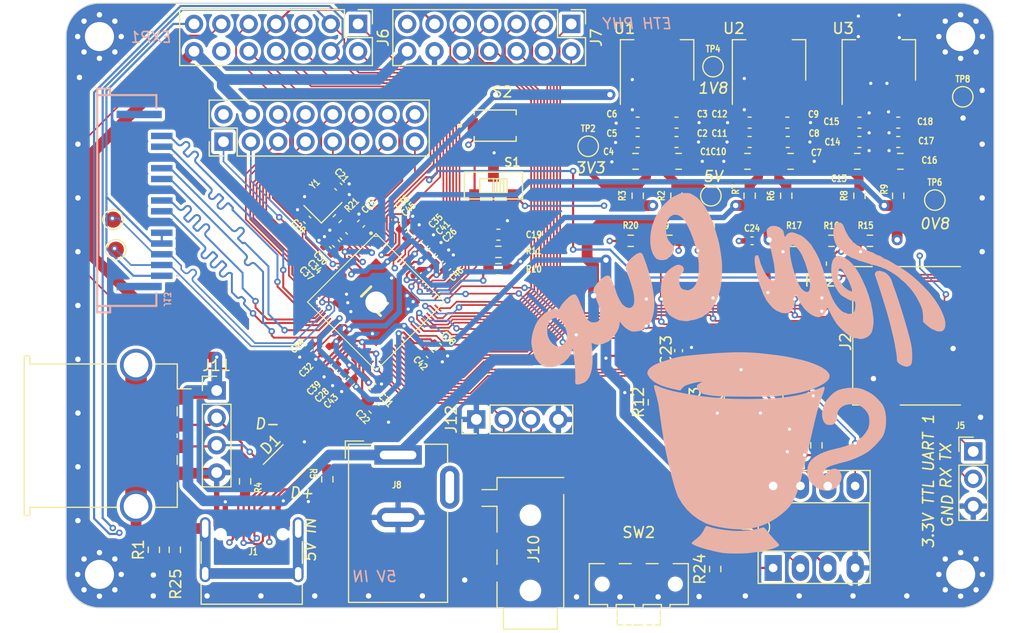
<source format=kicad_pcb>
(kicad_pcb (version 20221018) (generator pcbnew)
  (title_block (title "Teacup Development Board") (date "2023-05-22") (rev "B") (company "Hacker Homestead") (comment 1 "Original Design: BogdanTheGeek") (comment 2 "RevB: CaptainRon"))
  (layers (0 "F.Cu" signal) (1 "In1.Cu" signal) (2 "In2.Cu" signal) (31 "B.Cu" signal) (34 "B.Paste" user) (35 "F.Paste" user) (36 "B.SilkS" user "B.Silkscreen") (37 "F.SilkS" user "F.Silkscreen") (38 "B.Mask" user) (39 "F.Mask" user) (44 "Edge.Cuts" user))
  (net 0 "")
  (net 1 "GND")
  (net 2 "Net-(U1-VO)")
  (net 3 "Net-(U2-VO)")
  (net 4 "Net-(U3-VO)")
  (net 5 "Net-(IC1-VREF)")
  (net 6 "Net-(IC1-EXCLK_I)")
  (net 7 "+3V3")
  (net 8 "/USB_D-")
  (net 9 "/USB_D+")
  (net 10 "Net-(IC1-EXCLK_O)")
  (net 11 "Net-(IC1-VCM)")
  (net 12 "+1V8")
  (net 13 "+0V8")
  (net 14 "Net-(IC1-PPRST_)")
  (net 15 "/PA17")
  (net 16 "/PA16")
  (net 17 "/PA15")
  (net 18 "/PA14")
  (net 19 "/PA11")
  (net 20 "/PA10")
  (net 21 "/PA09")
  (net 22 "/PA08")
  (net 23 "/PA07")
  (net 24 "/PA06")
  (net 25 "/MIPI_0_N")
  (net 26 "/MIPI_0_P")
  (net 27 "/MIPI_CLK_N")
  (net 28 "/MIPI_CLK_P")
  (net 29 "/MIPI_1_N")
  (net 30 "/MIPI_1_P")
  (net 31 "/NOR_CE")
  (net 32 "/NOR_DR")
  (net 33 "/NOR_DT")
  (net 34 "/NOR_CK")
  (net 35 "/MMC0_D1")
  (net 36 "/MMC0_D0")
  (net 37 "/MMC0_CLK")
  (net 38 "/MMC0_CMD")
  (net 39 "/MMC0_D3")
  (net 40 "/MMC0_D2")
  (net 41 "/MICLP")
  (net 42 "/HPOUTL")
  (net 43 "Net-(IC1-BOOT_SEL0_PC00)")
  (net 44 "/UART_RX")
  (net 45 "/UART_TX")
  (net 46 "/PB30")
  (net 47 "/PB29")
  (net 48 "/PB28")
  (net 49 "/PB27")
  (net 50 "+5V")
  (net 51 "Net-(J1-CC1)")
  (net 52 "Net-(J1-CC2)")
  (net 53 "/PB26")
  (net 54 "/PB25")
  (net 55 "/I2C0_SCK")
  (net 56 "/I2C0_SDA")
  (net 57 "/AUX0")
  (net 58 "Net-(U4-IO2)")
  (net 59 "/MDIO")
  (net 60 "/MDCK")
  (net 61 "/RXDV")
  (net 62 "/RXD0")
  (net 63 "/RXD1")
  (net 64 "/TXCLK")
  (net 65 "/PHYCLK")
  (net 66 "/TXD0")
  (net 67 "/TXD1")
  (net 68 "/TXEN")
  (net 69 "/UART0_RTS")
  (net 70 "/UART0_CTS")
  (net 71 "/UART0_TXD")
  (net 72 "/UART0_RXD")
  (net 73 "/PB31")
  (net 74 "Net-(J3-Shield)")
  (net 75 "Net-(J1-SHIELD)")
  (net 76 "Net-(U4-IO3)")
  (net 77 "/PB17")
  (net 78 "/PB18")
  (net 81 "/NOR_CE2")
  (net 82 "/NOR_CE1")
  (net 83 "/PA18")
  (net 84 "Net-(U1-VI)")
  (net 85 "Net-(U2-VI)")
  (net 86 "Net-(U3-VI)")
  (footprint "Capacitor_SMD:C_0603_1608Metric_Pad1.08x0.95mm_HandSolder" (layer "F.Cu") (at 202.06 73.419999 180)
    (fp_text reference "C19")
    (fp_text value "100nF")
  )
  (footprint "Capacitor_SMD:C_0603_1608Metric_Pad1.08x0.95mm_HandSolder" (layer "F.Cu") (at 218.6 64.8)
    (fp_text reference "C2")
    (fp_text value "1uF")
  )
  (footprint "Button_Switch_SMD:SW_SPDT_CK-JS102011SAQN" (layer "F.Cu") (at 215.1 105.9)
    (fp_text reference "SW2")
    (fp_text value "SW_SPDT")
  )
  (footprint "Resistor_SMD:R_0402_1005Metric" (layer "F.Cu") (at 232.91 76.11 -90)
    (fp_text reference "R22")
    (fp_text value "1M")
  )
  (footprint "TestPoint:TestPoint_Pad_D1.5mm" (layer "F.Cu") (at 245.2 60.6)
    (fp_text reference "TP8")
    (fp_text value "TestPoint")
  )
  (footprint "Capacitor_SMD:C_0402_1005Metric" (layer "F.Cu") (at 184.291333 72.033365 -45)
    (fp_text reference "C20")
    (fp_text value "12pF")
  )
  (footprint "Package_TO_SOT_SMD:SOT-223-3_TabPin2" (layer "F.Cu") (at 227.2 57.2 90)
    (fp_text reference "U2")
    (fp_text value "AZ1117-1.8")
  )
  (footprint "MountingHole:MountingHole_2.7mm_M2.5_Pad_Via" (layer "F.Cu") (at 245 55)
    (fp_text reference "H4" hide)
    (fp_text value "MountingHole_Pad" hide)
  )
  (footprint "Capacitor_SMD:C_0805_2012Metric_Pad1.18x1.45mm_HandSolder" (layer "F.Cu") (at 218.8 66.6)
    (fp_text reference "C1")
    (fp_text value "10uF")
  )
  (footprint "Package_SO:SOIC-8_5.23x5.23mm_P1.27mm" (layer "F.Cu") (at 225.765 88.3 90)
    (fp_text reference "U4")
    (fp_text value "W25Q32JVSS")
  )
  (footprint "teacup:CJS-1200TA" (layer "F.Cu") (at 201.6 68.85)
    (fp_text reference "S1")
    (fp_text value "CJS-1200TA")
  )
  (footprint "TestPoint:TestPoint_Pad_D1.5mm" (layer "F.Cu") (at 242.6 70.2)
    (fp_text reference "TP6")
    (fp_text value "TestPoint")
  )
  (footprint "Capacitor_SMD:C_0402_1005Metric" (layer "F.Cu") (at 186.19 74.87 135)
    (fp_text reference "C37")
    (fp_text value "100nF")
  )
  (footprint "Resistor_SMD:R_0603_1608Metric_Pad0.98x0.95mm_HandSolder" (layer "F.Cu") (at 218.6 69.8 90)
    (fp_text reference "R2")
    (fp_text value "0R")
  )
  (footprint "Resistor_SMD:R_0603_1608Metric_Pad0.98x0.95mm_HandSolder" (layer "F.Cu") (at 215 69.8 90)
    (fp_text reference "R3")
    (fp_text value "0R")
  )
  (footprint "MountingHole:MountingHole_2.7mm_M2.5_Pad_Via" (layer "F.Cu") (at 245 105)
    (fp_text reference "H3" hide)
    (fp_text value "MountingHole_Pad" hide)
  )
  (footprint "Connector_PinHeader_2.54mm:PinHeader_1x04_P2.54mm_Vertical" (layer "F.Cu") (at 200.01 90.59 90)
    (fp_text reference "J12")
    (fp_text value "Conn_01x04_Pin" hide)
  )
  (footprint "Capacitor_SMD:C_0805_2012Metric_Pad1.18x1.45mm_HandSolder" (layer "F.Cu") (at 239.4 66.6 180)
    (fp_text reference "C16")
    (fp_text value "10uF")
  )
  (footprint "Resistor_SMD:R_0603_1608Metric_Pad0.98x0.95mm_HandSolder" (layer "F.Cu") (at 221.5 73.9875)
    (fp_text reference "R18")
    (fp_text value "47k")
  )
  (footprint "Capacitor_SMD:C_0402_1005Metric" (layer "F.Cu") (at 187.194635 68.95235 -45)
    (fp_text reference "C21")
    (fp_text value "12pF")
  )
  (footprint "Capacitor_SMD:C_0402_1005Metric" (layer "F.Cu") (at 196.44 83.84 -45)
    (fp_text reference "C38")
    (fp_text value "100nF")
  )
  (footprint "Connector_PinHeader_2.54mm:PinHeader_2x07_P2.54mm_Vertical" (layer "F.Cu") (at 208.825 53.825 -90)
    (fp_text reference "J7")
    (fp_text value "Conn_02x07_Odd_Even" hide)
  )
  (footprint "TestPoint:TestPoint_Pad_D1.5mm" (layer "F.Cu") (at 166.27 72.018)
    (fp_text reference "TP9" hide)
    (fp_text value "TestPoint" hide)
  )
  (footprint "Resistor_SMD:R_0603_1608Metric_Pad0.98x0.95mm_HandSolder" (layer "F.Cu") (at 229.45 73.9875)
    (fp_text reference "R17")
    (fp_text value "47k")
  )
  (footprint "Capacitor_SMD:C_0603_1608Metric_Pad1.08x0.95mm_HandSolder" (layer "F.Cu") (at 239.2 63 180)
    (fp_text reference "C18")
    (fp_text value "100nF")
  )
  (footprint "Resistor_SMD:R_0603_1608Metric_Pad0.98x0.95mm_HandSolder" (layer "F.Cu") (at 235.6 69.8 90)
    (fp_text reference "R8")
    (fp_text value "0R")
  )
  (footprint "Capacitor_SMD:C_0402_1005Metric" (layer "F.Cu") (at 189.3 72.4 45)
    (fp_text reference "C25")
    (fp_text value "100nF")
  )
  (footprint "teacup:SW_TL1015AF160QG" (layer "F.Cu") (at 201.7575 63.28)
    (fp_text reference "S2")
    (fp_text value "TL1015AF160QG")
  )
  (footprint "Capacitor_SMD:C_0402_1005Metric" (layer "F.Cu") (at 187.7 73.55 135)
    (fp_text reference "C30")
    (fp_text value "100nF")
  )
  (footprint "Resistor_SMD:R_0603_1608Metric_Pad0.98x0.95mm_HandSolder" (layer "F.Cu") (at 236.575 73.9875)
    (fp_text reference "R15")
    (fp_text value "47k")
  )
  (footprint "Connector_Card:microSD_HC_Hirose_DM3D-SF" (layer "F.Cu") (at 240.76 82.82 90)
    (fp_text reference "J2")
    (fp_text value "Micro_SD_Card")
  )
  (footprint "Connector_USB:USB_C_Receptacle_HRO_TYPE-C-31-M-12" (layer "F.Cu") (at 179.1425 103.8675)
    (fp_text reference "J1")
    (fp_text value "USB Type-C")
  )
  (footprint "Capacitor_SMD:C_0603_1608Metric_Pad1.08x0.95mm_HandSolder" (layer "F.Cu") (at 235.6 63)
    (fp_text reference "C15")
    (fp_text value "100nF")
  )
  (footprint "Connector_Audio:Jack_3.5mm_PJ320D_Horizontal" (layer "F.Cu") (at 205.03 101.72 90)
    (fp_text reference "J10")
    (fp_text value "AudioJack4_Ground" hide)
  )
  (footprint "Capacitor_SMD:C_0603_1608Metric_Pad1.08x0.95mm_HandSolder" (layer "F.Cu") (at 215 64.8 180)
    (fp_text reference "C5")
    (fp_text value "1uF")
  )
  (footprint "TestPoint:TestPoint_Pad_D1.5mm" (layer "F.Cu") (at 221.8 69.8)
    (fp_text reference "TP1")
    (fp_text value "TestPoint")
  )
  (footprint "Package_TO_SOT_SMD:SOT-23-3" (layer "F.Cu") (at 182.595666 94.604334 45)
    (fp_text reference "D1")
    (fp_text value "D_TVS_Dual_AAC")
  )
  (footprint "Capacitor_SMD:C_0603_1608Metric_Pad1.08x0.95mm_HandSolder" (layer "F.Cu") (at 225.4 63 180)
    (fp_text reference "C12")
    (fp_text value "100nF")
  )
  (footprint "Resistor_SMD:R_0603_1608Metric_Pad0.98x0.95mm_HandSolder" (layer "F.Cu") (at 217.95 73.9875 180)
    (fp_text reference "R19")
    (fp_text value "47k")
  )
  (footprint "Capacitor_SMD:C_0402_1005Metric" (layer "F.Cu") (at 188.35 87.1 -135)
    (fp_text reference "C43")
    (fp_text value "100nF")
  )
  (footprint "TestPoint:TestPoint_Pad_D1.5mm" (layer "F.Cu") (at 166.524 74.812)
    (fp_text reference "TP7" hide)
    (fp_text value "TestPoint" hide)
  )
  (footprint "Capacitor_SMD:C_0402_1005Metric" (layer "F.Cu") (at 184.45 83.95 -135)
    (fp_text reference "C44")
    (fp_text value "100nF")
  )
  (footprint "teacup:QFN35P900X900X90-89N-D" (layer "F.Cu") (at 190.7 79.7 -45)
    (fp_text reference "IC1")
    (fp_text value "T31ZX" hide)
  )
  (footprint "Resistor_SMD:R_0603_1608Metric_Pad0.98x0.95mm_HandSolder" (layer "F.Cu") (at 218.9 89 -90)
    (fp_text reference "R13")
    (fp_text value "100k")
  )
  (footprint "Resistor_SMD:R_0603_1608Metric_Pad0.98x0.95mm_HandSolder" (layer "F.Cu") (at 233 73.9875 180)
    (fp_text reference "R16")
    (fp_text value "47k")
  )
  (footprint "Connector_PinHeader_2.54mm:PinHeader_2x07_P2.54mm_Vertical" (layer "F.Cu") (at 189.025 53.825 -90)
    (fp_text reference "J6")
    (fp_text value "Conn_02x07_Odd_Even" hide)
  )
  (footprint "Resistor_SMD:R_0603_1608Metric_Pad0.98x0.95mm_HandSolder" (layer "F.Cu") (at 170.05 102.71 90)
    (fp_text reference "R1")
    (fp_text value "0R")
  )
  (footprint "Package_TO_SOT_SMD:SOT-223-3_TabPin2" (layer "F.Cu") (at 237.4 57.2 90)
    (fp_text reference "U3")
    (fp_text value "MCP1826S")
  )
  (footprint "Resistor_SMD:R_0603_1608Metric_Pad0.98x0.95mm_HandSolder" (layer "F.Cu") (at 202.06 75.02 180)
    (fp_text reference "R11")
    (fp_text value "100k")
  )
  (footprint "MountingHole:MountingHole_2.7mm_M2.5_Pad_Via" (layer "F.Cu") (at 165 105)
    (fp_text reference "H1" hide)
    (fp_text value "MountingHole_Pad" hide)
  )
  (footprint "Capacitor_SMD:C_0805_2012Metric_Pad1.18x1.45mm_HandSolder" (layer "F.Cu") (at 235.4 66.6)
    (fp_text reference "C13")
    (fp_text value "10uF")
  )
  (footprint "Capacitor_SMD:C_0402_1005Metric" (layer "F.Cu") (at 186.77 85.79 -135)
    (fp_text reference "C39")
    (fp_text value "100nF")
  )
  (footprint "TestPoint:TestPoint_Pad_D1.5mm" (layer "F.Cu") (at 210.4 65.2)
    (fp_text reference "TP2")
    (fp_text value "TestPoint")
  )
  (footprint "Package_TO_SOT_SMD:SOT-223-3_TabPin2" (layer "F.Cu") (at 216.8 57.2 90)
    (fp_text reference "U1")
    (fp_text value "AZ1117-3.3")
  )
  (footprint "Capacitor_SMD:C_0603_1608Metric_Pad1.08x0.95mm_HandSolder" (layer "F.Cu") (at 228.9 63)
    (fp_text reference "C9")
    (fp_text value "100nF")
  )
  (footprint "Connector_PinHeader_2.54mm:PinHeader_1x03_P2.54mm_Vertical" (layer "F.Cu") (at 246.17 93.57)
    (fp_text reference "J5")
    (fp_text value "UART")
  )
  (footprint "Capacitor_SMD:C_0402_1005Metric" (layer "F.Cu") (at 218.8 84.2 90)
    (fp_text reference "C23")
    (fp_text value "100nF")
  )
  (footprint "Connector_PinHeader_2.54mm:PinHeader_2x08_P2.54mm_Vertical" (layer "F.Cu") (at 176.525 64.775 90)
    (fp_text reference "J4" hide)
    (fp_text value "Conn_02x08_Odd_Even" hide)
  )
  (footprint "Connector_PinHeader_2.54mm:PinHeader_1x04_P2.54mm_Vertical" (layer "F.Cu") (at 175.89 87.91)
    (fp_text reference "J11")
    (fp_text value "Conn_01x04_Pin")
  )
  (footprint "Capacitor_SMD:C_0402_1005Metric" (layer "F.Cu") (at 187 74.25 135)
    (fp_text reference "C34")
    (fp_text value "100nF")
  )
  (footprint "Connector_USB:USB_A_TE_292303-7_Horizontal" (layer "F.Cu") (at 165.7 92.1 -90)
    (fp_text reference "J3" hide)
    (fp_text value "USB_A")
  )
  (footprint "Capacitor_SMD:C_0603_1608Metric_Pad1.08x0.95mm_HandSolder" (layer "F.Cu") (at 225.4 64.8 180)
    (fp_text reference "C11")
    (fp_text value "1uF")
  )
  (footprint "Resistor_SMD:R_0603_1608Metric_Pad0.98x0.95mm_HandSolder" (layer "F.Cu") (at 239.2 69.8 90)
    (fp_text reference "R9")
    (fp_text value "0R")
  )
  (footprint "Capacitor_SMD:C_0402_1005Metric" (layer "F.Cu") (at 197.3 76.4 45)
    (fp_text reference "C46")
    (fp_text value "100nF")
  )
  (footprint "Capacitor_SMD:C_0402_1005Metric" (layer "F.Cu") (at 193.8 73.4 45)
    (fp_text reference "C45")
    (fp_text value "100nF")
  )
  (footprint "MountingHole:MountingHole_2.7mm_M2.5_Pad_Via" (layer "F.Cu") (at 165 55)
    (fp_text reference "H2" hide)
    (fp_text value "MountingHole_Pad" hide)
  )
  (footprint "Capacitor_SMD:C_0603_1608Metric_Pad1.08x0.95mm_HandSolder" (layer "F.Cu") (at 228.9375 64.8)
    (fp_text reference "C8")
    (fp_text value "1uF")
  )
  (footprint "Capacitor_SMD:C_0603_1608Metric_Pad1.08x0.95mm_HandSolder" (layer "F.Cu") (at 190.5 89.55 -45)
    (fp_text reference "C22")
    (fp_text value "4.7uF")
  )
  (footprint "Capacitor_SMD:C_0603_1608Metric_Pad1.08x0.95mm_HandSolder" (layer "F.Cu") (at 215 63 180)
    (fp_text reference "C6")
    (fp_text value "100nF")
  )
  (footprint "Resistor_SMD:R_0603_1608Metric_Pad0.98x0.95mm_HandSolder" (layer "F.Cu") (at 172 102.71 90)
    (fp_text reference "R25")
    (fp_text value "0R")
  )
  (footprint "Resistor_SMD:R_0603_1608Metric_Pad0.98x0.95mm_HandSolder" (layer "F.Cu") (at 231.6 93 90)
    (fp_text reference "R14")
    (fp_text value "100k")
  )
  (footprint "Capacitor_SMD:C_0603_1608Metric_Pad1.08x0.95mm_HandSolder" (layer "F.Cu") (at 239.2 64.8 180)
    (fp_text reference "C17")
    (fp_text value "1uF")
  )
  (footprint "Capacitor_SMD:C_0402_1005Metric" (layer "F.Cu") (at 195.69 84.54 -45)
    (fp_text reference "C42")
    (fp_text value "100nF")
  )
  (footprint "Resistor_SMD:R_0603_1608Metric_Pad0.98x0.95mm_HandSolder" (layer "F.Cu") (at 225.4 69.8 90)
    (fp_text reference "R7")
    (fp_text value "0R")
  )
  (footprint "Capacitor_SMD:C_0402_1005Metric" (layer "F.Cu") (at 195.88 75 45)
    (fp_text reference "C41")
    (fp_text value "100nF")
  )
  (footprint "Capacitor_SMD:C_0402_1005Metric" (layer "F.Cu") (at 196.59 75.69 45)
    (fp_text reference "C26")
    (fp_text value "100nF")
  )
  (footprint "Capacitor_SMD:C_0402_1005Metric" (layer "F.Cu") (at 186 84.15 -135)
    (fp_text reference "C32")
    (fp_text value "100nF")
  )
  (footprint "Resistor_SMD:R_0603_1608Metric_Pad0.98x0.95mm_HandSolder" (layer "F.Cu") (at 216.5 89 90)
    (fp_text reference "R12")
    (fp_text value "100k")
  )
  (footprint "Capacitor_SMD:C_0402_1005Metric" (layer "F.Cu") (at 190.35 87.5 -45)
    (fp_text reference "C31")
    (fp_text value "100nF")
  )
  (footprint "Resistor_SMD:R_0603_1608Metric_Pad0.98x0.95mm_HandSolder" (layer "F.Cu") (at 202.06 76.619999 180)
    (fp_text reference "R10")
    (fp_text value "100k")
  )
  (footprint "Capacitor_SMD:C_0805_2012Metric_Pad1.18x1.45mm_HandSolder" (layer "F.Cu") (at 229.2 66.6)
    (fp_text reference "C7")
    (fp_text value "10uF")
  )
  (footprint "Package_DIP:DIP-8_W7.62mm_Socket_LongPads" (layer "F.Cu") (at 227.58 104.4 90)
    (fp_text reference "U5")
    (fp_text value "W25Q32JVSS")
  )
  (footprint "Resistor_SMD:R_0603_1608Metric_Pad0.98x0.95mm_HandSolder" (layer "F.Cu") (at 186.17 96.16 90)
    (fp_text reference "R5")
    (fp_text value "5k1")
  )
  (footprint "Capacitor_SMD:C_0402_1005Metric" (layer "F.Cu") (at 187.51 86.55 -135)
    (fp_text reference "C28")
    (fp_text value "100nF")
  )
  (footprint "Crystal:Crystal_SMD_2016-4Pin_2.0x1.6mm" (layer "F.Cu") (at 185.75858 70.566117 45)
    (fp_text reference "Y1")
    (fp_text value "24 MHz" hide)
  )
  (footprint "Connector_BarrelJack:BarrelJack_Wuerth_6941xx301002" (layer "F.Cu") (at 192.74 93.9)
    (fp_text reference "J8")
    (fp_text value "DC_IN")
  )
  (footprint "Capacitor_SMD:C_0402_1005Metric" (layer "F.Cu") (at 193.2 72.6 45)
    (fp_text reference "C36")
    (fp_text value "100nF")
  )
  (footprint "Resistor_SMD:R_0603_1608Metric_Pad0.98x0.95mm_HandSolder" (layer "F.Cu") (at 228.8 69.8 90)
    (fp_text reference "R6")
    (fp_text value "0R")
  )
  (footprint "Capacitor_SMD:C_0603_1608Metric_Pad1.08x0.95mm_HandSolder" (layer "F.Cu") (at 235.6 64.8)
    (fp_text reference "C14")
    (fp_text value "1uF")
  )
  (footprint "Resistor_SMD:R_0402_1005Metric" (layer "F.Cu") (at 187.091476 71.920228 45)
    (fp_text reference "R21")
    (fp_text value "1M")
  )
  (footprint "Capacitor_SMD:C_0603_1608Metric_Pad1.08x0.95mm_HandSolder" (layer "F.Cu") (at 218.6 63)
    (fp_text reference "C3")
    (fp_text value "100nF")
  )
  (footprint "Resistor_SMD:R_0603_1608Metric_Pad0.98x0.95mm_HandSolder" (layer "F.Cu") (at 214.35 73.9875)
    (fp_text reference "R20")
    (fp_text value "47k")
  )
  (footprint "TestPoint:TestPoint_Pad_D1.5mm" (layer "F.Cu") (at 222 57.8)
    (fp_text reference "TP4")
    (fp_text value "TestPoint")
  )
  (footprint "Resistor_SMD:R_0603_1608Metric_Pad0.98x0.95mm_HandSolder" (layer "F.Cu") (at 178.53 96.35 -90)
    (fp_text reference "R4")
    (fp_text value "5k1")
  )
  (footprint "Capacitor_SMD:C_0402_1005Metric" (layer "F.Cu") (at 195.18 74.28 45)
    (fp_text reference "C35")
    (fp_text value "100nF")
  )
  (footprint "Capacitor_SMD:C_0805_2012Metric_Pad1.18x1.45mm_HandSolder" (layer "F.Cu") (at 225.2 66.6 180)
    (fp_text reference "C10")
    (fp_text value "10uF")
  )
  (footprint "Capacitor_SMD:C_0402_1005Metric" (layer "F.Cu") (at 225.625 73.9875)
    (fp_text reference "C24")
    (fp_text value "100nF")
  )
  (footprint "Resistor_SMD:R_0603_1608Metric_Pad0.98x0.95mm_HandSolder" (layer "F.Cu") (at 222.2 104.5 90)
    (fp_text reference "R24")
    (fp_text value "100k")
  )
  (footprint "Capacitor_SMD:C_0805_2012Metric_Pad1.18x1.45mm_HandSolder" (layer "F.Cu") (at 214.8 66.6 180)
    (fp_text reference "C4")
    (fp_text value "10uF")
  )
  (footprint "teacup:Teacup-logo" (layer "B.Cu") (at 224.3 87.5 180)
    (fp_text reference "LOGO1" hide)
    (fp_text value "Teacup Logo" hide)
  )
  (footprint "687124149022:SFW15R2STE1LF" (layer "B.Cu") (at 167.54 70.24 90)
    (fp_text reference "J13")
    (fp_text value "SFW15R-2STE1LF" hide)
  )
  (gr_arc (start 245 51.9) (mid 247.192031 52.807969) (end 248.1 55) (stroke (width 0.1)) (layer "Edge.Cuts"))
  (gr_arc (start 248.1 105) (mid 247.192031 107.192031) (end 245 108.1) (stroke (width 0.1)) (layer "Edge.Cuts"))
  (gr_arc (start 161.9 55) (mid 162.807969 52.807969) (end 165 51.9) (stroke (width 0.1)) (layer "Edge.Cuts"))
  (gr_line (start 248.1 55) (end 248.1 105) (stroke (width 0.1)) (layer "Edge.Cuts"))
  (gr_line (start 161.9 105) (end 161.9 55) (stroke (width 0.1)) (layer "Edge.Cuts"))
  (gr_line (start 165 108.1) (end 245 108.1) (stroke (width 0.1)) (layer "Edge.Cuts"))
  (gr_line (start 165 51.9) (end 245 51.9) (stroke (width 0.1)) (layer "Edge.Cuts"))
  (gr_arc (start 165 108.1) (mid 162.807969 107.192031) (end 161.9 105) (stroke (width 0.1)) (layer "Edge.Cuts"))
  (gr_text "5V IN" (at 190.6 105.2) (layer "B.SilkS") (effects (font (size 1 1) (thickness 0.15) italic) (justify mirror)))
  (gr_text "EXP1" (at 169.81 55.07) (layer "B.SilkS") (effects (font (size 1 1) (thickness 0.15) italic) (justify mirror)))
  (gr_text "ETH PHY" (at 215 53.8) (layer "B.SilkS") (effects (font (size 1 1) (thickness 0.15) italic) (justify mirror)))
  (gr_text "D+" (at 183.796 97.418) (layer "F.SilkS") (effects (font (size 1 1) (thickness 0.15) italic)))
  (gr_text "5V IN" (at 184.6 101.8 90) (layer "F.SilkS") (effects (font (size 1 1) (thickness 0.15) italic)))
  (gr_text "GND" (at 243.78 99.12 90) (layer "F.SilkS") (effects (font (size 1 1) (thickness 0.15) italic)))
  (gr_text "3V3" (at 210.6 67.2) (layer "F.SilkS") (effects (font (size 1 1) (thickness 0.15) italic)))
  (gr_text "3.3V TTL UART 1" (at 242.01 96.34 90) (layer "F.SilkS") (effects (font (size 1 1) (thickness 0.15) italic)))
  (gr_text "TX" (at 243.62 93.67 90) (layer "F.SilkS") (effects (font (size 1 1) (thickness 0.15) italic)))
  (gr_text "D-" (at 180.57 91) (layer "F.SilkS") (effects (font (size 1 1) (thickness 0.15) italic)))
  (gr_text "0V8" (at 242.6 72.4) (layer "F.SilkS") (effects (font (size 1 1) (thickness 0.15) italic)))
  (gr_text "RX" (at 243.64 96.08 90) (layer "F.SilkS") (effects (font (size 1 1) (thickness 0.15) italic)))
  (gr_text "5V" (at 222 68) (layer "F.SilkS") (effects (font (size 1 1) (thickness 0.15) italic)))
  (gr_text "1V8" (at 222 59.8) (layer "F.SilkS") (effects (font (size 1 1) (thickness 0.15) italic)))
  (segment (start 237.4 61.3) (end 237.4 60.35) (width 0.75) (layer "F.Cu") (net 1))
  (segment (start 194.139411 73.060589) (end 194.7 72.5) (width 0.2) (layer "F.Cu") (net 1))
  (segment (start 183.6 84.8) (end 184.110589 84.289411) (width 0.2) (layer "F.Cu") (net 1))
  (segment (start 227.1 77.2625) (end 227.075 77.2375) (width 0.5) (layer "F.Cu") (net 1))
  (segment (start 212.95 64.85) (end 214.0875 64.85) (width 0.75) (layer "F.Cu") (net 1))
  (segment (start 170.05 103.6225) (end 170.05 105.02) (width 1) (layer "F.Cu") (net 1))
  (segment (start 185.4 73.94) (end 185.4 74.08) (width 0.2) (layer "F.Cu") (net 1))
  (segment (start 227.1 78.8) (end 227.1 77.2625) (width 0.5) (layer "F.Cu") (net 1))
  (segment (start 186.610589 73.210589) (end 186.4 73) (width 0.2) (layer "F.Cu") (net 1))
  (segment (start 228.7 91.9) (end 229.1 91.5) (width 0.2) (layer "F.Cu") (net 1))
  (segment (start 238.3 62) (end 237.6 61.3) (width 0.75) (layer "F.Cu") (net 1))
  (segment (start 236.4625 62.1375) (end 236.4625 66.6) (width 0.75) (layer "F.Cu") (net 1))
  (segment (start 175.89 99.82) (end 175.8925 99.8225) (width 0.2) (layer "F.Cu") (net 1))
  (segment (start 185.15 85) (end 185.660589 84.489411) (width 0.2) (layer "F.Cu") (net 1))
  (segment (start 227.075 77.2375) (end 227.075 76.075) (width 0.5) (layer "F.Cu") (net 1))
  (segment (start 202.9 72.12) (end 202.9225 72.1425) (width 0.2) (layer "F.Cu") (net 1))
  (segment (start 197.639411 76.060589) (end 197.639411 75.536089) (width 0.2) (layer "F.Cu") (net 1))
  (segment (start 188.21 69.69) (end 187.439949 70.460051) (width 0.2) (layer "F.Cu") (net 1))
  (segment (start 203.8325 63.28) (end 203.8325 64.8575) (width 0.2) (layer "F.Cu") (net 1))
  (segment (start 186.66 87.4) (end 187.170589 86.889411) (width 0.2) (layer "F.Cu") (net 1))
  (segment (start 202.9725 73.469999) (end 202.9225 73.419999) (width 0.2) (layer "F.Cu") (net 1))
  (segment (start 191.85 90.85) (end 191.8 90.85) (width 0.2) (layer "F.Cu") (net 1))
  (segment (start 183.4 93.8) (end 183.4 93.32) (width 0.2) (layer "F.Cu") (net 1))
  (segment (start 213 63.05) (end 214.0875 63.05) (width 0.75) (layer "F.Cu") (net 1))
  (segment (start 186.66 87.45) (end 186.66 87.4) (width 0.2) (layer "F.Cu") (net 1))
  (segment (start 187.534046 69.291761) (end 187.608239 69.291761) (width 0.2) (layer "F.Cu") (net 1))
  (segment (start 186.210589 73.910589) (end 185.9 73.6) (width 0.2) (layer "F.Cu") (net 1))
  (segment (start 190.55 77.817588) (end 188.419581 75.687169) (width 0.2) (layer "F.Cu") (net 1))
  (segment (start 237.15 61.3) (end 237.4 61.3) (width 0.75) (layer "F.Cu") (net 1))
  (segment (start 183.4 93.32) (end 184.04 92.68) (width 0.2) (layer "F.Cu") (net 1))
  (segment (start 187.5 87.95) (end 188.010589 87.439411) (width 0.2) (layer "F.Cu") (net 1))
  (segment (start 185.4 74.08) (end 185.850589 74.530589) (width 0.2) (layer "F.Cu") (net 1))
  (segment (start 170.05 103.6225) (end 172 103.6225) (width 1) (layer "F.Cu") (net 1))
  (segment (start 238.3 62) (end 238.3375 62.0375) (width 0.75) (layer "F.Cu") (net 1))
  (segment (start 219.4625 64.8) (end 220.65 64.8) (width 0.75) (layer "F.Cu") (net 1))
  (segment (start 186.660589 73.910589) (end 186.210589 73.910589) (width 0.2) (layer "F.Cu") (net 1))
  (segment (start 187.360589 73.210589) (end 186.610589 73.210589) (width 0.2) (layer "F.Cu") (net 1))
  (segment (start 245.2 62.55) (end 245.225 62.575) (width 0.5) (layer "F.Cu") (net 1))
  (segment (start 237.6 61.3) (end 237.4 61.3) (width 0.75) (layer "F.Cu") (net 1))
  (segment (start 238.3375 62.0375) (end 238.3375 66.6) (width 0.75) (layer "F.Cu") (net 1))
  (segment (start 191.8 90.85) (end 191.10988 90.15988) (width 0.2) (layer "F.Cu") (net 1))
  (segment (start 245.2 60.6) (end 245.2 62.55) (width 0.5) (layer "F.Cu") (net 1))
  (segment (start 202.9725 75.02) (end 202.9725 73.469999) (width 0.2) (layer "F.Cu") (net 1))
  (segment (start 230.2375 66.6) (end 229.7875 66.15) (width 0.75) (layer "F.Cu") (net 1))
  (segment (start 197.639411 75.536089) (end 197.8755 75.3) (width 0.2) (layer "F.Cu") (net 1))
  (segment (start 219.82 83.72) (end 220 83.9) (width 0.2) (layer "F.Cu") (net 1))
  (segment (start 184.41 98.23) (end 185.0125 98.23) (width 0.5) (layer "F.Cu") (net 1))
  (segment (start 224.9 65.8625) (end 224.9 61.8) (width 0.75) (layer "F.Cu") (net 1))
  (segment (start 184.41 98.23) (end 183.57 98.23) (width 0.5) (layer "F.Cu") (net 1))
  (segment (start 236.5 62.1) (end 236.4625 62.1375) (width 0.75) (layer "F.Cu") (net 1))
  (segment (start 190.55 82.43) (end 190.36 82.62) (width 0.2) (layer "F.Cu") (net 1))
  (segment (start 227.075 76.075) (end 226.105 75.105) (width 0.5) (layer "F.Cu") (net 1))
  (segment (start 214.0875 63.05) (end 214.1375 63) (width 0.75) (layer "F.Cu") (net 1))
  (segment (start 219.4625 66.225) (end 219.4625 63) (width 0.75) (layer "F.Cu") (net 1))
  (segment (start 182.3925 99.4075) (end 182.3925 99.8225) (width 0.5) (layer "F.Cu") (net 1))
  (segment (start 190.689411 87.839411) (end 190.689411 87.810589) (width 0.2) (layer "F.Cu") (net 1))
  (segment (start 223.3 64.8) (end 224.5375 64.8) (width 0.75) (layer "F.Cu") (net 1))
  (segment (start 187.5 88) (end 187.5 87.95) (width 0.2) (layer "F.Cu") (net 1))
  (segment (start 231.4 66.6) (end 230.2375 66.6) (width 0.75) (layer "F.Cu") (net 1))
  (segment (start 226.105 75.105) (end 226.105 73.9875) (width 0.5) (layer "F.Cu") (net 1))
  (segment (start 203.8325 64.8575) (end 202.88 65.81) (width 0.2) (layer "F.Cu") (net 1))
  (segment (start 214.5 59) (end 214.5 61.8) (width 0.75) (layer "F.Cu") (net 1))
  (segment (start 224.9 61.8) (end 224.9 58.9) (width 0.75) (layer "F.Cu") (net 1))
  (segment (start 227.67 91.9) (end 228.7 91.9) (width 0.2) (layer "F.Cu") (net 1))
  (segment (start 190.55 79.55) (end 190.55 77.817588) (width 0.2) (layer "F.Cu") (net 1))
  (segment (start 200.89 65.81) (end 199.85 66.85) (width 0.2) (layer "F.Cu") (net 1))
  (segment (start 196.39 85.24) (end 196.029411 84.879411) (width 0.2) (layer "F.Cu") (net 1))
  (segment (start 175.82 95.6) (end 172.08 95.6) (width 1) (layer "F.Cu") (net 1))
  (segment (start 229.7875 63) (end 231.05 63) (width 0.75) (layer "F.Cu") (net 1))
  (segment (start 184.05 69.88) (end 184.082514 69.88) (width 0.2) (layer "F.Cu") (net 1))
  (segment (start 183.57 98.23) (end 182.3925 99.4075) (width 0.5) (layer "F.Cu") (net 1))
  (segment (start 178.53 95.4375) (end 178.4375 95.53) (width 0.2) (layer "F.Cu") (net 1))
  (segment (start 190.55 79.85) (end 190.55 82.43) (width 0.2) (layer "F.Cu") (net 1))
  (segment (start 236.885 88.47) (end 236.885 86.875) (width 0.2) (layer "F.Cu") (net 1))
  (segment (start 185.0125 98.23) (end 186.17 97.0725) (width 0.5) (layer "F.Cu") (net 1))
  (segment (start 224.1625 66.6) (end 224.9 65.8625) (width 0.75) (layer "F.Cu") (net 1))
  (segment (start 187.608239 69.291761) (end 188.2 68.7) (width 0.2) (layer "F.Cu") (net 1))
  (segment (start 189.639411 72.039411) (end 189.1 71.5) (width 0.2) (layer "F.Cu") (net 1))
  (segment (start 199.85 66.85) (end 199.85 70) (width 0.2) (layer "F.Cu") (net 1))
  (segment (start 218.8 83.72) (end 219.82 83.72) (width 0.2) (layer "F.Cu") (net 1))
  (segment (start 214.1375 62.1625) (end 214.5 61.8) (width 0.75) (layer "F.Cu") (net 1))
  (segment (start 223.35 63) (end 224.5375 63) (width 0.75) (layer "F.Cu") (net 1))
  (segment (start 196.85 85.24) (end 196.39 85.24) (width 0.2) (layer "F.Cu") (net 1))
  (segment (start 214.0875 64.85) (end 214.1375 64.8) (width 0.75) (layer "F.Cu") (net 1))
  (segment (start 175.89 95.53) (end 175.89 99.82) (width 0.5) (layer "F.Cu") (net 1))
  (segment (start 219.8375 66.6) (end 219.4625 66.225) (width 0.75) (layer "F.Cu") (net 1))
  (segment (start 178.4375 95.53) (end 175.89 95.53) (width 0.5) (layer "F.Cu") (net 1))
  (segment (start 196.929411 75.350589) (end 197.44 74.84) (width 0.5) (layer "F.Cu") (net 1))
  (segment (start 183.951922 71.693954) (end 183.951922 71.651922) (width 0.2) (layer "F.Cu") (net 1))
  (segment (start 183.951922 71.651922) (end 183.4 71.1) (width 0.2) (layer "F.Cu") (net 1))
  (segment (start 189.639411 72.060589) (end 189.639411 72.039411) (width 0.2) (layer "F.Cu") (net 1))
  (segment (start 170.05 105.02) (end 170.01 105.06) (width 1) (layer "F.Cu") (net 1))
  (segment (start 221 66.6) (end 219.8375 66.6) (width 0.75) (layer "F.Cu") (net 1))
  (segment (start 193.539411 72.260589) (end 194.1 71.7) (width 0.2) (layer "F.Cu") (net 1))
  (segment (start 197.29 84.69) (end 196.779411 84.179411) (width 0.2) (layer "F.Cu") (net 1))
  (segment (start 231 64.8) (end 229.8 64.8) (width 0.75) (layer "F.Cu") (net 1))
  (segment (start 219.4625 63) (end 220.7 63) (width 0.75) (layer "F.Cu") (net 1))
  (segment (start 199.555 104.895) (end 201.78 104.895) (width 1) (layer "F.Cu") (net 1))
  (segment (start 184.082514 69.88) (end 184.874697 70.672183) (width 0.2) (layer "F.Cu") (net 1))
  (segment (start 195.519411 73.940589) (end 196.03 73.43) (width 0.2) (layer "F.Cu") (net 1))
  (segment (start 223 66.6) (end 224.1625 66.6) (width 0.75) (layer "F.Cu") (net 1))
  (segment (start 214.1375 66.6) (end 214.1375 62.1625) (width 0.75) (layer "F.Cu") (net 1))
  (segment (start 229.7875 66.15) (end 229.7875 63) (width 0.75) (layer "F.Cu") (net 1))
  (segment (start 190.7 79.7) (end 190.55 79.85) (width 0.2) (layer "F.Cu") (net 1))
  (segment (start 236.5 62.1) (end 236.5 61.95) (width 0.75) (layer "F.Cu") (net 1))
  (segment (start 196.219411 74.660589) (end 196.73 74.15) (width 0.2) (layer "F.Cu") (net 1))
  (segment (start 236.5 61.95) (end 237.15 61.3) (width 0.75) (layer "F.Cu") (net 1))
  (segment (start 214.0875 66.65) (end 214.1375 66.6) (width 0.75) (layer "F.Cu") (net 1))
  (segment (start 245.445 85.145) (end 246.11 85.145) (width 0.2) (layer "F.Cu") (net 1))
  (segment (start 212.6 66.65) (end 214.0875 66.65) (width 0.75) (layer "F.Cu") (net 1))
  (segment (start 202.88 65.81) (end 201.66 65.81) (width 0.2) (layer "F.Cu") (net 1))
  (segment (start 190.689411 87.810589) (end 191.2 87.3) (width 0.2) (layer "F.Cu") (net 1))
  (segment (start 202.9225 72.1425) (end 202.9225 73.419999) (width 0.2) (layer "F.Cu") (net 1))
  (segment (start 185.92 86.64) (end 186.430589 86.129411) (width 0.2) (layer "F.Cu") (net 1))
  (segment (start 190.7 79.7) (end 190.55 79.55) (width 0.2) (layer "F.Cu") (net 1))
  (segment (start 198.93 105.52) (end 199.555 104.895) (width 1) (layer "F.Cu") (net 1))
  (segment (start 201.66 65.81) (end 200.89 65.81) (width 0.2) (layer "F.Cu") (net 1))
  (segment (start 244.3 84) (end 245.445 85.145) (width 0.2) (layer "F.Cu") (net 1))
  (segment (start 187.439949 70.460051) (end 186.642463 70.460051) (width 0.2) (layer "F.Cu") (net 1))
  (via (at 212.6 66.65) (size 0.6) (drill 0.3) (layers "F.Cu" "B.Cu") (net 1))
  (via (at 185 107) (size 1) (drill 0.5) (layers "F.Cu" "B.Cu") (net 1))
  (via (at 185.87 86.64) (size 0.6) (drill 0.3) (layers "F.Cu" "B.Cu") (net 1))
  (via (at 194.1 71.7) (size 0.6) (drill 0.3) (layers "F.Cu" "B.Cu") (net 1))
  (via (at 223 66.6) (size 0.6) (drill 0.3) (layers "F.Cu" "B.Cu") (net 1))
  (via (at 163 70) (size 1) (drill 0.5) (layers "F.Cu" "B.Cu") (net 1))
  (via (at 193.5795 79.09) (size 0.6) (drill 0.3) (layers "F.Cu" "B.Cu") (net 1))
  (via (at 238.3 62) (size 0.6) (drill 0.3) (layers "F.Cu" "B.Cu") (net 1))
  (via (at 185.4 73.94) (size 0.6) (drill 0.3) (layers "F.Cu" "B.Cu") (net 1))
  (via (at 194.7 72.5) (size 0.6) (drill 0.3) (layers "F.Cu" "B.Cu") (net 1))
  (via (at 247 65) (size 1) (drill 0.5) (layers "F.Cu" "B.Cu") (net 1))
  (via (at 190 107) (size 1) (drill 0.5) (layers "F.Cu" "B.Cu") (net 1))
  (via (at 184.41 98.23) (size 0.6) (drill 0.3) (layers "F.Cu" "B.Cu") (net 1))
  (via (at 244.3 84) (size 1) (drill 0.5) (layers "F.Cu" "B.Cu") (net 1))
  (via (at 227.1 78.8) (size 0.6) (drill 0.3) (layers "F.Cu" "B.Cu") (net 1))
  (via (at 220.7 63) (size 0.6) (drill 0.3) (layers "F.Cu" "B.Cu") (net 1))
  (via (at 188.21 69.69) (size 0.6) (drill 0.3) (layers "F.Cu" "B.Cu") (net 1))
  (via (at 195 107) (size 1) (drill 0.5) (layers "F.Cu" "B.Cu") (net 1))
  (via (at 185.9 73.6) (size 0.6) (drill 0.3) (layers "F.Cu" "B.Cu") (net 1))
  (via (at 196.73 74.15) (size 0.6) (drill 0.3) (layers "F.Cu" "B.Cu") (net 1))
  (via (at 197.44 74.84) (size 0.6) (drill 0.3) (layers "F.Cu" "B.Cu") (net 1))
  (via (at 196.03 73.43) (size 0.6) (drill 0.3) (layers "F.Cu" "B.Cu") (net 1))
  (via (at 184.05 69.88) (size 0.6) (drill 0.3) (layers "F.Cu" "B.Cu") (net 1))
  (via (at 236.5 63.95) (size 0.6) (drill 0.3) (layers "F.Cu" "B.Cu") (net 1))
  (via (at 163 90) (size 1) (drill 0.5) (layers "F.Cu" "B.Cu") (net 1))
  (via (at 229.1 91.5) (size 0.6) (drill 0.3) (layers "F.Cu" "B.Cu") (net 1))
  (via (at 220.65 64.8) (size 0.6) (drill 0.3) (layers "F.Cu" "B.Cu") (net 1))
  (via (at 214.5 59) (size 0.6) (drill 0.3) (layers "F.Cu" "B.Cu") (net 1))
  (via (at 213.35 107.09) (size 1) (drill 0.5) (layers "F.Cu" "B.Cu") (net 1))
  (via (at 221 66.6) (size 0.6) (drill 0.3) (layers "F.Cu" "B.Cu") (net 1))
  (via (at 163 65) (size 1) (drill 0.5) (layers "F.Cu" "B.Cu") (net 1))
  (via (at 163 75.000001) (size 1) (drill 0.5) (layers "F.Cu" "B.Cu") (net 1))
  (via (at 191.85 90.85) (size 0.6) (drill 0.3) (layers "F.Cu" "B.Cu") (net 1))
  (via (at 186.4 73) (size 0.6) (drill 0.3) (layers "F.Cu" "B.Cu") (net 1))
  (via (at 191.2 87.3) (size 0.6) (drill 0.3) (layers "F.Cu" "B.Cu") (net 1))
  (via (at 163 84.999999) (size 1) (drill 0.5) (layers "F.Cu" "B.Cu") (net 1))
  (via (at 163.14 58.8) (size 1) (drill 0.5) (layers "F.Cu" "B.Cu") (net 1))
  (via (at 236.9 86.8) (size 1) (drill 0.5) (layers "F.Cu" "B.Cu") (net 1))
  (via (at 238.15 59.35) (size 0.6) (drill 0.3) (layers "F.Cu" "B.Cu") (net 1))
  (via (at 163 95) (size 1) (drill 0.5) (layers "F.Cu" "B.Cu") (net 1))
  (via (at 180 107) (size 1) (drill 0.5) (layers "F.Cu" "B.Cu") (net 1))
  (via (at 236.5 62.1) (size 0.6) (drill 0.3) (layers "F.Cu" "B.Cu") (net 1))
  (via (at 245.225 62.575) (size 1) (drill 0.5) (layers "F.Cu" "B.Cu") (net 1))
  (via (at 209.32 107.09) (size 1) (drill 0.5) (layers "F.Cu" "B.Cu") (net 1))
  (via (at 183.6 84.8) (size 0.6) (drill 0.3) (layers "F.Cu" "B.Cu") (net 1))
  (via (at 235.5 53.1) (size 0.6) (drill 0.3) (layers "F.Cu" "B.Cu") (net 1))
  (via (at 183.4 71.1) (size 0.6) (drill 0.3) (layers "F.Cu" "B.Cu") (net 1))
  (via (at 223.3 64.8) (size 0.6) (drill 0.3) (layers "F.Cu" "B.Cu") (net 1))
  (via (at 231.05 63) (size 0.6) (drill 0.3) (layers "F.Cu" "B.Cu") (net 1))
  (via (at 196.85 85.24) (size 0.6) (drill 0.3) (layers "F.Cu" "B.Cu") (net 1))
  (via (at 240 107) (size 1) (drill 0.5) (layers "F.Cu" "B.Cu") (net 1))
  (via (at 220 83.9) (size 0.6) (drill 0.3) (layers "F.Cu" "B.Cu") (net 1))
  (via (at 187.5 88) (size 0.6) (drill 0.3) (layers "F.Cu" "B.Cu") (net 1))
  (via (at 163 100) (size 1) (drill 0.5) (layers "F.Cu" "B.Cu") (net 1))
  (via (at 170 107) (size 1) (drill 0.5) (layers "F.Cu" "B.Cu") (net 1))
  (via (at 230 107) (size 1) (drill 0.5) (layers "F.Cu" "B.Cu") (net 1))
  (via (at 225 107) (size 1) (drill 0.5) (layers "F.Cu" "B.Cu") (net 1))
  (via (at 238.35 65.6) (size 0.6) (drill 0.3) (layers "F.Cu" "B.Cu") (net 1))
  (via (at 186.66 87.45) (size 0.6) (drill 0.3) (layers "F.Cu" "B.Cu") (net 1))
  (via (at 190.7 79.7) (size 3) (drill 2) (layers "F.Cu" "B.Cu") (net 1))
  (via (at 188.07 79.74) (size 0.6) (drill 0.3) (layers "F.Cu" "B.Cu") (net 1))
  (via (at 185.1 85) (size 0.6) (drill 0.3) (layers "F.Cu" "B.Cu") (net 1))
  (via (at 235.5 55) (size 0.6) (drill 0.3) (layers "F.Cu" "B.Cu") (net 1))
  (via (at 246.85 90.39) (size 1) (drill 0.5) (layers "F.Cu" "B.Cu") (net 1))
  (via (at 239.3 53) (size 0.6) (drill 0.3) (layers "F.Cu" "B.Cu") (net 1))
  (via (at 188.2 68.7) (size 0.6) (drill 0.3) (layers "F.Cu" "B.Cu") (net 1))
  (via (at 231.4 66.6) (size 0.6) (drill 0.3) (layers "F.Cu" "B.Cu") (net 1))
  (via (at 187.9495 78.95) (size 0.6) (drill 0.3) (layers "F.Cu" "B.Cu") (net 1))
  (via (at 189.1 71.5) (size 0.6) (drill 0.3) (layers "F.Cu" "B.Cu") (net 1))
  (via (at 197.8755 75.3) (size 0.6) (drill 0.3) (layers "F.Cu" "B.Cu") (net 1))
  (via (at 170.01 105.06) (size 1) (drill 0.5) (layers "F.Cu" "B.Cu") (net 1))
  (via (at 213 63.05) (size 0.6) (drill 0.3) (layers "F.Cu" "B.Cu") (net 1))
  (via (at 247 60) (size 1) (drill 0.5) (layers "F.Cu" "B.Cu") (net 1))
  (via (at 235 107) (size 1) (drill 0.5) (layers "F.Cu" "B.Cu") (net 1))
  (via (at 214.5 61.8) (size 0.6) (drill 0.3) (layers "F.Cu" "B.Cu") (net 1))
  (via (at 201.66 65.81) (size 0.6) (drill 0.3) (layers "F.Cu" "B.Cu") (net 1))
  (via (at 212.95 64.85) (size 0.6) (drill 0.3) (layers "F.Cu" "B.Cu") (net 1))
  (via (at 247 75) (size 1) (drill 0.5) (layers "F.Cu" "B.Cu") (net 1))
  (via (at 220.7 107.06) (size 1) (drill 0.5) (layers "F.Cu" "B.Cu") (net 1))
  (via (at 163 80.000001) (size 1) (drill 0.5) (layers "F.Cu" "B.Cu") (net 1))
  (via (at 192.132863 77.444315) (size 0.6) (drill 0.3) (layers "F.Cu" "B.Cu") (net 1))
  (via (at 247 70) (size 1) (drill 0.5) (layers "F.Cu" "B.Cu") (net 1))
  (via (at 224.9 61.8) (size 0.6) (drill 0.3) (layers "F.Cu" "B.Cu") (net 1))
  (via (at 216.9 107.09) (size 1) (drill 0.5) (layers "F.Cu" "B.Cu") (net 1))
  (via (at 194.14 79.65) (size 0.6) (drill 0.3) (layers "F.Cu" "B.Cu") (net 1))
  (via (at 197.34 84.69) (size 0.6) (drill 0.3) (layers "F.Cu" "B.Cu") (net 1))
  (via (at 184.04 92.68) (size 0.6) (drill 0.3) (layers "F.Cu" "B.Cu") (net 1))
  (via (at 223.35 63) (size 0.6) (drill 0.3) (layers "F.Cu" "B.Cu") (net 1))
  (via (at 224.9 58.9) (size 0.6) (drill 0.3) (layers "F.Cu" "B.Cu") (net 1))
  (via (at 188.35 80.575) (size 0.6) (drill 0.3) (layers "F.Cu" "B.Cu") (net 1))
  (via (at 231 64.8) (size 0.6) (drill 0.3) (layers "F.Cu" "B.Cu") (net 1))
  (via (at 202.9 72.12) (size 0.6) (drill 0.3) (layers "F.Cu" "B.Cu") (net 1))
  (via (at 239.3 55.1) (size 0.6) (drill 0.3) (layers "F.Cu" "B.Cu") (net 1))
  (via (at 190.36 82.62) (size 0.6) (drill 0.3) (layers "F.Cu" "B.Cu") (net 1))
  (via (at 236.5 65.6) (size 0.6) (drill 0.3) (layers "F.Cu" "B.Cu") (net 1))
  (via (at 193.68 80.34) (size 0.6) (drill 0.3) (layers "F.Cu" "B.Cu") (net 1))
  (via (at 198.93 105.52) (size 1) (drill 0.5) (layers "F.Cu" "B.Cu") (net 1))
  (via (at 175 107) (size 1) (drill 0.5) (layers "F.Cu" "B.Cu") (net 1))
  (via (at 236.65 59.35) (size 0.6) (drill 0.3) (layers "F.Cu" "B.Cu") (net 1))
  (via (at 238.35 63.95) (size 0.6) (drill 0.3) (layers "F.Cu" "B.Cu") (net 1))
  (segment (start 215 68.8875) (end 211.7875 68.8875) (width 0.5) (layer "F.Cu") (net 2))
  (segment (start 210.4 67.5) (end 210.4 65.2) (width 0.5) (layer "F.Cu") (net 2))
  (segment (start 216.8 60.35) (end 216.8 61.6) (width 0.75) (layer "F.Cu") (net 2))
  (segment (start 211.7875 68.8875) (end 210.4 67.5) (width 0.5) (layer "F.Cu") (net 2))
  (segment (start 215.8625 66.6) (end 215.8625 68.025) (width 0.75) (layer "F.Cu") (net 2))
  (segment (start 215.8625 62.5375) (end 215.8625 66.6) (width 0.75) (layer "F.Cu") (net 2))
  (segment (start 216.8 61.6) (end 215.8625 62.5375) (width 0.75) (layer "F.Cu") (net 2))
  (segment (start 216.8 60.35) (end 216.8 54.05) (width 0.75) (layer "F.Cu") (net 2))
  (segment (start 215.8625 68.025) (end 215 68.8875) (width 0.75) (layer "F.Cu") (net 2))
  (segment (start 226.05 57.8) (end 222 57.8) (width 0.5) (layer "F.Cu") (net 3))
  (segment (start 227.2 61.5) (end 226.2625 62.4375) (width 0.75) (layer "F.Cu") (net 3))
  (segment (start 227.2 58.95) (end 226.05 57.8) (width 0.5) (layer "F.Cu") (net 3))
  (segment (start 226.2625 66.6) (end 226.2625 68.025) (width 0.75) (layer "F.Cu") (net 3))
  (segment (start 227.2 60.35) (end 227.2 61.5) (width 0.75) (layer "F.Cu") (net 3))
  (segment (start 226.2625 62.4375) (end 226.2625 66.6) (width 0.75) (layer "F.Cu") (net 3))
  (segment (start 227.2 60.35) (end 227.2 54.05) (width 0.75) (layer "F.Cu") (net 3))
  (segment (start 226.2625 68.025) (end 225.4 68.8875) (width 0.75) (layer "F.Cu") (net 3))
  (segment (start 227.2 60.35) (end 227.2 58.95) (width 0.5) (layer "F.Cu") (net 3))
  (segment (start 239.2125 68.8875) (end 240.0625 68.0375) (width 0.75) (layer "F.Cu") (net 4))
  (segment (start 241.3 68.9) (end 239.2125 68.9) (width 0.5) (layer "F.Cu") (net 4))
  (segment (start 242.6 70.2) (end 241.3 68.9) (width 0.5) (layer "F.Cu") (net 4))
  (segment (start 240.0625 60.7125) (end 239.7 60.35) (width 0.75) (layer "F.Cu") (net 4))
  (segment (start 239.2 68.8875) (end 239.2125 68.8875) (width 0.75) (layer "F.Cu") (net 4))
  (segment (start 239.2125 68.9) (end 239.2 68.8875) (width 0.5) (layer "F.Cu") (net 4))
  (segment (start 240.0625 68.0375) (end 240.0625 63) (width 0.75) (layer "F.Cu") (net 4))
  (segment (start 240.0625 63) (end 240.0625 60.7125) (width 0.75) (layer "F.Cu") (net 4))
  (segment (start 201.1475 73.469999) (end 201.1975 73.419999) (width 0.2) (layer "F.Cu") (net 5))
  (segment (start 200.65 77.117499) (end 201.1475 76.619999) (width 0.2) (layer "F.Cu") (net 5))
  (segment (start 193.55 77.097488) (end 193.55 77.625) (width 0.2) (layer "F.Cu") (net 5))
  (segment (start 201.1475 76.619999) (end 201.1475 73.469999) (width 0.2) (layer "F.Cu") (net 5))
  (segment (start 200.65 77.6855) (end 200.65 77.117499) (width 0.2) (layer "F.Cu") (net 5))
  (segment (start 193.970369 76.677119) (end 193.55 77.097488) (width 0.2) (layer "F.Cu") (net 5))
  (via (at 200.65 77.6855) (size 0.6) (drill 0.3) (layers "F.Cu" "B.Cu") (net 5))
  (via (at 193.55 77.625) (size 0.6) (drill 0.3) (layers "F.Cu" "B.Cu") (net 5))
  (segment (start 194.292893 77.625) (end 193.55 77.625) (width 0.2) (layer "B.Cu") (net 5))
  (segment (start 200.64 77.69) (end 198.6 77.69) (width 0.2) (layer "B.Cu") (net 5))
  (segment (start 200.64 77.69) (end 200.6455 77.69) (width 0.2) (layer "B.Cu") (net 5))
  (segment (start 200.6455 77.69) (end 200.65 77.6855) (width 0.2) (layer "B.Cu") (net 5))
  (segment (start 197.690886 78.599114) (end 195.567007 78.599114) (width 0.2) (layer "B.Cu") (net 5))
  (segment (start 194.542893 77.875) (end 194.292893 77.625) (width 0.2) (layer "B.Cu") (net 5))
  (segment (start 194.842894 77.875) (end 194.542893 77.875) (width 0.2) (layer "B.Cu") (net 5))
  (segment (start 195.567007 78.599114) (end 194.842894 77.875) (width 0.2) (layer "B.Cu") (net 5))
  (segment (start 198.6 77.69) (end 197.690886 78.599114) (width 0.2) (layer "B.Cu") (net 5))
  (segment (start 187.187456 72.280852) (end 188.623614 73.71701) (width 0.15) (layer "F.Cu") (net 6))
  (segment (start 186.730852 72.280852) (end 187.187456 72.280852) (width 0.15) (layer "F.Cu") (net 6))
  (segment (start 185.9 71.45) (end 186.730852 72.280852) (width 0.15) (layer "F.Cu") (net 6))
  (segment (start 188.623614 74.406278) (end 189.162043 74.944707) (width 0.15) (layer "F.Cu") (net 6))
  (segment (start 184.630744 72.372776) (end 184.729738 72.372776) (width 0.15) (layer "F.Cu") (net 6))
  (segment (start 184.729738 72.372776) (end 185.652514 71.45) (width 0.15) (layer "F.Cu") (net 6))
  (segment (start 188.623614 73.71701) (end 188.623614 74.406278) (width 0.15) (layer "F.Cu") (net 6))
  (segment (start 185.652514 71.45) (end 185.9 71.45) (width 0.15) (layer "F.Cu") (net 6))
  (segment (start 186.730852 72.280852) (end 187.042051 72.280852) (width 0.15) (layer "F.Cu") (net 6))
  (segment (start 218.8625 74.8375) (end 218.8 74.9) (width 0.2) (layer "F.Cu") (net 7))
  (segment (start 193.3 82.052512) (end 193.970369 82.722881) (width 0.2) (layer "F.Cu") (net 7))
  (segment (start 216.3875 70.7125) (end 216.4 70.7) (width 1) (layer "F.Cu") (net 7))
  (segment (start 218.8625 73.9875) (end 218.8625 74.8375) (width 0.2) (layer "F.Cu") (net 7))
  (segment (start 192.851386 72.350886) (end 192.851386 74.331278) (width 0.2) (layer "F.Cu") (net 7))
  (segment (start 218.8 84.68) (end 212.27 84.68) (width 0.2) (layer "F.Cu") (net 7))
  (segment (start 216.5 88.0875) (end 213.8125 88.0875) (width 0.2) (layer "F.Cu") (net 7))
  (segment (start 233.9 75) (end 233.9 74) (width 0.2) (layer "F.Cu") (net 7))
  (segment (start 216.5 88.0875) (end 218.9 88.0875) (width 0.2) (layer "F.Cu") (net 7))
  (segment (start 238.4 72.3) (end 239.1 73) (width 1) (layer "F.Cu") (net 7))
  (segment (start 215 70.7125) (end 216.3875 70.7125) (width 1) (layer "F.Cu") (net 7))
  (segment (start 239.1 73) (end 239.1 73.9) (width 1) (layer "F.Cu") (net 7))
  (segment (start 230.4125 92.0875) (end 228.9 93.6) (width 0.2) (layer "F.Cu") (net 7))
  (segment (start 189.4 83.4) (end 189.61 83.61) (width 0.2) (layer "F.Cu") (net 7))
  (segment (start 227.2 72.3125) (end 228.8 70.7125) (width 1) (layer "F.Cu") (net 7))
  (segment (start 203.79 70) (end 203.35 70) (width 0.2) (layer "F.Cu") (net 7))
  (segment (start 187.109411 85.023001) (end 187.109411 85.450589) (width 0.2) (layer "F.Cu") (net 7))
  (segment (start 236.7 72.3) (end 238.4 72.3) (width 1) (layer "F.Cu") (net 7))
  (segment (start 245.585 82.945) (end 243.5 80.86) (width 0.15) (layer "F.Cu") (net 7))
  (segment (start 188.419581 83.712831) (end 187.109411 85.023001) (width 0.2) (layer "F.Cu") (net 7))
  (segment (start 220.5875 73.9875) (end 220.5875 74.9) (width 0.2) (layer "F.Cu") (net 7))
  (segment (start 233.9 74) (end 233.9125 73.9875) (width 0.2) (layer "F.Cu") (net 7))
  (segment (start 188.842412 83.29) (end 189.29 83.29) (width 0.2) (layer "F.Cu") (net 7))
  (segment (start 222.2 103.5875) (end 227.58 98.2075) (width 0.2) (layer "F.Cu") (net 7))
  (segment (start 233.9 75) (end 233.51 75) (width 0.2) (layer "F.Cu") (net 7))
  (segment (start 228.5 74.025) (end 228.5375 73.9875) (width 0.2) (layer "F.Cu") (net 7))
  (segment (start 243.5 79.090236) (end 243.62924 78.960996) (width 0.15) (layer "F.Cu") (net 7))
  (segment (start 231.6 92.0875) (end 230.4125 92.0875) (width 0.2) (layer "F.Cu") (net 7))
  (segment (start 193.970369 82.722881) (end 194.397488 83.15) (width 0.2) (layer "F.Cu") (net 7))
  (segment (start 246.11 82.945) (end 245.585 82.945) (width 0.15) (layer "F.Cu") (net 7))
  (segment (start 235.7 75) (end 235.7 74.025) (width 0.2) (layer "F.Cu") (net 7))
  (segment (start 212.27 84.68) (end 212.05 84.9) (width 0.2) (layer "F.Cu") (net 7))
  (segment (start 191.22 75.32) (end 191.862664 75.32) (width 0.2) (layer "F.Cu") (net 7))
  (segment (start 189.29 83.29) (end 189.4 83.4) (width 0.2) (layer "F.Cu") (net 7))
  (segment (start 218.82 84.7) (end 218.8 84.68) (width 0.2) (layer "F.Cu") (net 7))
  (segment (start 194.397488 83.15) (end 195.75 83.15) (width 0.2) (layer "F.Cu") (net 7))
  (segment (start 192.851386 74.331278) (end 192.237957 74.944707) (width 0.2) (layer "F.Cu") (net 7))
  (segment (start 233.51 75) (end 232.91 75.6) (width 0.2) (layer "F.Cu") (net 7))
  (segment (start 189.61 83.61) (end 189.61 84.007336) (width 0.2) (layer "F.Cu") (net 7))
  (segment (start 212.4 74) (end 213.425 74) (width 0.2) (layer "F.Cu") (net 7))
  (segment (start 235.6 70.7125) (end 235.6 71.2) (width 1) (layer "F.Cu") (net 7))
  (segment (start 195.75 83.15) (end 196.100589 83.500589) (width 0.2) (layer "F.Cu") (net 7))
  (segment (start 213.425 74) (end 213.4375 73.9875) (width 0.2) (layer "F.Cu") (net 7))
  (segment (start 225.1325 74) (end 225.145 73.9875) (width 0.5) (layer "F.Cu") (net 7))
  (segment (start 227.2 73.9) (end 227.2 72.3125) (width 1) (layer "F.Cu") (net 7))
  (segment (start 204.53 70.74) (end 203.79 70) (width 0.2) (layer "F.Cu") (net 7))
  (segment (start 243.5 80.86) (end 243.5 79.090236) (width 0.15) (layer "F.Cu") (net 7))
  (segment (start 224.4 74) (end 225.1325 74) (width 0.5) (layer "F.Cu") (net 7))
  (segment (start 188.419581 83.712831) (end 188.842412 83.29) (width 0.2) (layer "F.Cu") (net 7))
  (segment (start 191.862664 75.32) (end 192.237957 74.944707) (width 0.2) (layer "F.Cu") (net 7))
  (segment (start 228.5 75) (end 228.5 74.025) (width 0.2) (layer "F.Cu") (net 7))
  (segment (start 227.58 98.2075) (end 227.58 96.78) (width 0.2) (layer "F.Cu") (net 7))
  (segment (start 213.8125 88.0875) (end 213.8 88.1) (width 0.2) (layer "F.Cu") (net 7))
  (segment (start 189.61 84.007336) (end 189.162043 84.455293) (width 0.2) (layer "F.Cu") (net 7))
  (segment (start 223.86 84.7) (end 218.82 84.7) (width 0.2) (layer "F.Cu") (net 7))
  (segment (start 193.3 81.9) (end 193.3 82.052512) (width 0.2) (layer "F.Cu") (net 7))
  (segment (start 192.5255 72.025) (end 192.851386 72.350886) (width 0.2) (layer "F.Cu") (net 7))
  (segment (start 191.2 75.3) (end 191.22 75.32) (width 0.2) (layer "F.Cu") (net 7))
  (segment (start 235.6 71.2) (end 236.7 72.3) (width 1) (layer "F.Cu") (net 7))
  (segment (start 235.7 74.025) (end 235.6625 73.9875) (width 0.2) (layer "F.Cu") (net 7))
  (via (at 193.3 81.9) (size 0.6) (drill 0.3) (layers "F.Cu" "B.Cu") (net 7))
  (via (at 204.53 70.74) (size 0.6) (drill 0.3) (layers "F.Cu" "B.Cu") (net 7))
  (via (at 201.8 60.4) (size 1) (drill 0.5) (layers "F.Cu" "B.Cu") (net 7))
  (via (at 212.05 75.775) (size 1) (drill 0.5) (layers "F.Cu" "B.Cu") (net 7))
  (via (at 212.4 74) (size 0.6) (drill 0.3) (layers "F.Cu" "B.Cu") (net 7))
  (via (at 227.2 73.9) (size 1) (drill 0.5) (layers "F.Cu" "B.Cu") (net 7))
  (via (at 235.7 75) (size 0.6) (drill 0.3) (layers "F.Cu" "B.Cu") (net 7))
  (via (at 243.62924 78.960996) (size 0.6) (drill 0.3) (layers "F.Cu" "B.Cu") (net 7))
  (via (at 228.9 93.6) (size 0.6) (drill 0.3) (layers "F.Cu" "B.Cu") (net 7))
  (via (at 212.425 60.4) (size 1) (drill 0.5) (layers "F.Cu" "B.Cu") (net 7))
  (via (at 220.5875 74.9) (size 0.6) (drill 0.3) (layers "F.Cu" "B.Cu") (net 7))
  (via (at 228.5 75) (size 0.6) (drill 0.3) (layers "F.Cu" "B.Cu") (net 7))
  (via (at 211.875 70.725) (size 0.6) (drill 0.3) (layers "F.Cu" "B.Cu") (net 7))
  (via (at 212.05 84.9) (size 0.6) (drill 0.3) (layers "F.Cu" "B.Cu") (net 7))
  (via (at 192.5255 72.025) (size 0.6) (drill 0.3) (layers "F.Cu" "B.Cu") (net 7))
  (via (at 233.9 75) (size 0.6) (drill 0.3) (layers "F.Cu" "B.Cu") (net 7))
  (via (at 191.2 75.3) (size 0.6) (drill 0.3) (layers "F.Cu" "B.Cu") (net 7))
  (via (at 239.1 73.9) (size 1) (drill 0.5) (layers "F.Cu" "B.Cu") (net 7))
  (via (at 216.4 70.7) (size 1) (drill 0.5) (layers "F.Cu" "B.Cu") (net 7))
  (via (at 213.8 88.1) (size 0.6) (drill 0.3) (layers "F.Cu" "B.Cu") (net 7))
  (via (at 241.2 75.3745) (size 0.6) (drill 0.3) (layers "F.Cu" "B.Cu") (net 7))
  (via (at 224.4 74) (size 0.6) (drill 0.3) (layers "F.Cu" "B.Cu") (net 7))
  (via (at 218.8 74.9) (size 0.6) (drill 0.3) (layers "F.Cu" "B.Cu") (net 7))
  (via (at 189.4 83.4) (size 0.6) (drill 0.3) (layers "F.Cu" "B.Cu") (net 7))
  (segment (start 212.05 85.85) (end 212.05 84.9) (width 1) (layer "B.Cu") (net 7))
  (segment (start 165.65 60.05) (end 171.875 53.825) (width 0.2) (layer "B.Cu") (net 7))
  (segment (start 213.8 87.6) (end 213.8 88.1) (width 1) (layer "B.Cu") (net 7))
  (segment (start 170.79 74.24) (end 170.79 73.24) (width 0.2) (layer "B.Cu") (net 7))
  (segment (start 197.68 83.6) (end 195 83.6) (width 0.5) (layer "B.Cu") (net 7))
  (segment (start 211.86 70.74) (end 211.875 70.725) (width 0.2) (layer "B.Cu") (net 7))
  (segment (start 192.51005 81.9) (end 193.3 81.9) (width 0.5) (layer "B.Cu") (net 7))
  (segment (start 168.162182 77.24) (end 165.65 74.727818) (width 0.2) (layer "B.Cu") (net 7))
  (segment (start 201.8 60.4) (end 212.425 60.4) (width 1) (layer "B.Cu") (net 7))
  (segment (start 212.05 84.9) (end 212.05 75.775) (width 1) (layer "B.Cu") (net 7))
  (segment (start 220.48 96.78) (end 222.6 96.78) (width 1) (layer "B.Cu") (net 7))
  (segment (start 241.2 76.531756) (end 243.62924 78.960996) (width 0.15) (layer "B.Cu") (net 7))
  (segment (start 192.5255 72.025) (end 192.125 72.4255) (width 0.5) (layer "B.Cu") (net 7))
  (segment (start 205.505 75.775) (end 197.68 83.6) (width 0.5) (layer "B.Cu") (net 7))
  (segment (start 192.125 72.4255) (end 192.125 74.375) (width 0.5) (layer "B.Cu") (net 7))
  (segment (start 227.58 94.92) (end 227.58 96.78) (width 0.2) (layer "B.Cu") (net 7))
  (segment (start 213.6 87.4) (end 213.8 87.6) (width 1) (layer "B.Cu") (net 7))
  (segment (start 165.65 74.727818) (end 165.65 70) (width 0.2) (layer "B.Cu") (net 7))
  (segment (start 213.8 88.1) (end 213.8 90.1) (width 1) (layer "B.Cu") (net 7))
  (segment (start 169.99 74.24) (end 165.75 70) (width 0.2) (layer "B.Cu") (net 7))
  (segment (start 212.05 85.85) (end 213.6 87.4) (width 1) (layer "B.Cu") (net 7))
  (segment (start 204.53 70.74) (end 211.86 70.74) (width 0.2) (layer "B.Cu") (net 7))
  (segment (start 228.9 93.6) (end 227.58 94.92) (width 0.2) (layer "B.Cu") (net 7))
  (segment (start 222.6 96.78) (end 227.58 96.78) (width 1) (layer "B.Cu") (net 7))
  (segment (start 165.65 70) (end 165.65 60.05) (width 0.2) (layer "B.Cu") (net 7))
  (segment (start 192.5255 72.025) (end 192.1 71.5995) (width 0.5) (layer "B.Cu") (net 7))
  (segment (start 191.01005 83.4) (end 192.51005 81.9) (width 0.5) (layer "B.Cu") (net 7))
  (segment (start 192.1 70.1) (end 201.8 60.4) (width 0.5) (layer "B.Cu") (net 7))
  (segment (start 192.1 71.5995) (end 192.1 70.1) (width 0.5) (layer "B.Cu") (net 7))
  (segment (start 212.05 75.775) (end 205.505 75.775) (width 0.5) (layer "B.Cu") (net 7))
  (segment (start 189.4 83.4) (end 191.01005 83.4) (width 0.5) (layer "B.Cu") (net 7))
  (segment (start 170.79 74.24) (end 169.99 74.24) (width 0.2) (layer "B.Cu") (net 7))
  (segment (start 170.79 77.24) (end 168.162182 77.24) (width 0.2) (layer "B.Cu") (net 7))
  (segment (start 213.8 90.1) (end 220.48 96.78) (width 1) (layer "B.Cu") (net 7))
  (segment (start 171.875 53.825) (end 173.785 53.825) (width 0.2) (layer "B.Cu") (net 7))
  (segment (start 165.75 70) (end 165.65 70) (width 0.2) (layer "B.Cu") (net 7))
  (segment (start 195 83.6) (end 193.3 81.9) (width 0.5) (layer "B.Cu") (net 7))
  (segment (start 241.2 75.3745) (end 241.2 76.531756) (width 0.15) (layer "B.Cu") (net 7))
  (segment (start 192.125 74.375) (end 191.2 75.3) (width 0.5) (layer "B.Cu") (net 7))
  (segment (start 211.85 70.75) (end 211.875 70.725) (width 0.5) (layer "B.Cu") (net 7))
  (segment (start 179.3925 98.566877) (end 181.233274 96.726103) (width 0.2) (layer "F.Cu") (net 8))
  (segment (start 182.43638 88.706077) (end 182.287702 88.854758) (width 0.2) (layer "F.Cu") (net 8))
  (segment (start 182.287702 88.854758) (end 181.233274 89.909188) (width 0.2) (layer "F.Cu") (net 8))
  (segment (start 178.22 92.78) (end 178.22 93.637818) (width 0.2) (layer "F.Cu") (net 8))
  (segment (start 178.3925 98.576929) (end 178.3925 99.8225) (width 0.2) (layer "F.Cu") (net 8))
  (segment (start 184.047471 86.851231) (end 184.047472 86.851231) (width 0.2) (layer "F.Cu") (net 8))
  (segment (start 183.803713 86.851231) (end 183.623207 87.031736) (width 0.2) (layer "F.Cu") (net 8))
  (segment (start 181.233274 89.909188) (end 181.233274 94.577487) (width 0.2) (layer "F.Cu") (net 8))
  (segment (start 179.3925 101.4025) (end 179.3925 99.8225) (width 0.2) (layer "F.Cu") (net 8))
  (segment (start 179.78 97.189429) (end 178.3925 98.576929) (width 0.2) (layer "F.Cu") (net 8))
  (segment (start 179.78 95.197818) (end 179.78 97.189429) (width 0.2) (layer "F.Cu") (net 8))
  (segment (start 183.623207 87.519253) (end 183.13623 88.00623) (width 0.2) (layer "F.Cu") (net 8))
  (segment (start 172.08 91.1) (end 175.24 91.1) (width 0.2) (layer "F.Cu") (net 8))
  (segment (start 183.623206 87.519254) (end 183.623207 87.519253) (width 0.2) (layer "F.Cu") (net 8))
  (segment (start 187.61 83.532462) (end 184.291231 86.851231) (width 0.2) (layer "F.Cu") (net 8))
  (segment (start 179.63 101.64) (end 179.3925 101.4025) (width 0.2) (layer "F.Cu") (net 8))
  (segment (start 183.803713 86.85123) (end 183.803713 86.851231) (width 0.2) (layer "F.Cu") (net 8))
  (segment (start 179.3925 99.8225) (end 179.3925 98.566877) (width 0.2) (layer "F.Cu") (net 8))
  (segment (start 178.3925 102.0675) (end 178.39 102.07) (width 0.2) (layer "F.Cu") (net 8))
  (segment (start 178.22 93.637818) (end 179.78 95.197818) (width 0.2) (layer "F.Cu") (net 8))
  (segment (start 175.89 90.45) (end 178.22 92.78) (width 0.2) (layer "F.Cu") (net 8))
  (segment (start 182.860646 88.00623) (end 182.860645 88.006229) (width 0.2) (layer "F.Cu") (net 8))
  (segment (start 182.585061 88.006229) (end 182.43638 88.154909) (width 0.2) (layer "F.Cu") (net 8))
  (segment (start 178.3925 99.8225) (end 178.3925 102.0675) (width 0.2) (layer "F.Cu") (net 8))
  (segment (start 175.24 91.1) (end 175.89 90.45) (width 0.2) (layer "F.Cu") (net 8))
  (segment (start 181.233274 96.726103) (end 181.233274 94.577487) (width 0.2) (layer "F.Cu") (net 8))
  (segment (start 183.623206 87.275495) (end 183.623207 87.275495) (width 0.2) (layer "F.Cu") (net 8))
  (via (at 178.39 102.07) (size 0.6) (drill 0.3) (layers "F.Cu" "B.Cu") (net 8))
  (via (at 179.63 101.64) (size 0.6) (drill 0.3) (layers "F.Cu" "B.Cu") (net 8))
  (arc (start 184.291231 86.851231) (mid 184.169351 86.901715) (end 184.047471 86.851231) (width 0.2) (layer "F.Cu") (net 8))
  (arc (start 183.13623 88.00623) (mid 182.998438 88.063305) (end 182.860646 88.00623) (width 0.2) (layer "F.Cu") (net 8))
  (arc (start 182.860645 88.006229) (mid 182.722853 87.949154) (end 182.585061 88.006229) (width 0.2) (layer "F.Cu") (net 8))
  (arc (start 183.623207 87.275495) (mid 183.673691 87.397375) (end 183.623206 87.519254) (width 0.2) (layer "F.Cu") (net 8))
  (arc (start 183.623207 87.031736) (mid 183.572722 87.153615) (end 183.623206 87.275495) (width 0.2) (layer "F.Cu") (net 8))
  (arc (start 182.43638 88.430493) (mid 182.493455 88.568285) (end 182.43638 88.706077) (width 0.2) (layer "F.Cu") (net 8))
  (arc (start 184.047472 86.851231) (mid 183.925593 86.800746) (end 183.803713 86.85123) (width 0.2) (layer "F.Cu") (net 8))
  (arc (start 182.43638 88.154909) (mid 182.379305 88.292701) (end 182.43638 88.430493) (width 0.2) (layer "F.Cu") (net 8))
  (segment (start 179.2 102.07) (end 179.63 101.64) (width 0.2) (layer "B.Cu") (net 8))
  (segment (start 178.39 102.07) (end 179.2 102.07) (width 0.2) (layer "B.Cu") (net 8))
  (segment (start 178.8925 98.571903) (end 178.8925 99.8225) (width 0.2) (layer "F.Cu") (net 9))
  (segment (start 182.152513 95.496726) (end 182.152513 89.484924) (width 0.2) (layer "F.Cu") (net 9))
  (segment (start 175.78 93.1) (end 175.89 92.99) (width 0.2) (layer "F.Cu") (net 9))
  (segment (start 178.8925 101.680318) (end 179.402182 102.19) (width 0.2) (layer "F.Cu") (net 9))
  (segment (start 180.13 94.77) (end 180.13 97.334403) (width 0.2) (layer "F.Cu") (net 9))
  (segment (start 180.18 100.985) (end 179.8925 100.6975) (width 0.2) (layer "F.Cu") (net 9))
  (segment (start 182.152513 89.484924) (end 188.172093 83.465344) (width 0.2) (layer "F.Cu") (net 9))
  (segment (start 172.08 93.1) (end 175.78 93.1) (width 0.2) (layer "F.Cu") (net 9))
  (segment (start 178.8925 99.8225) (end 178.8925 101.680318) (width 0.2) (layer "F.Cu") (net 9))
  (segment (start 179.402182 102.19) (end 179.87 102.19) (width 0.2) (layer "F.Cu") (net 9))
  (segment (start 179.87 102.19) (end 180.18 101.88) (width 0.2) (layer "F.Cu") (net 9))
  (segment (start 182.152513 96.637487) (end 182.152513 95.496726) (width 0.2) (layer "F.Cu") (net 9))
  (segment (start 180.13 97.334403) (end 178.8925 98.571903) (width 0.2) (layer "F.Cu") (net 9))
  (segment (start 180.18 101.88) (end 180.18 100.985) (width 0.2) (layer "F.Cu") (net 9))
  (segment (start 178.96 93.6) (end 180.13 94.77) (width 0.2) (layer "F.Cu") (net 9))
  (segment (start 179.8925 99.8225) (end 179.8925 98.8975) (width 0.2) (layer "F.Cu") (net 9))
  (segment (start 179.8925 98.8975) (end 182.152513 96.637487) (width 0.2) (layer "F.Cu") (net 9))
  (segment (start 179.8925 100.6975) (end 179.8925 99.8225) (width 0.2) (layer "F.Cu") (net 9))
  (via (at 178.96 93.6) (size 0.6) (drill 0.3) (layers "F.Cu" "B.Cu") (net 9))
  (segment (start 175.89 92.99) (end 178.35 92.99) (width 0.2) (layer "B.Cu") (net 9))
  (segment (start 178.35 92.99) (end 178.96 93.6) (width 0.2) (layer "B.Cu") (net 9))
  (segment (start 187.4521 71.559604) (end 186.787422 71.559604) (width 0.15) (layer "F.Cu") (net 10))
  (segment (start 185.864646 69.603517) (end 186.855224 68.612939) (width 0.15) (layer "F.Cu") (net 10))
  (segment (start 185.816422 70.588604) (end 185.816422 69.730458) (width 0.15) (layer "F.Cu") (net 10))
  (segment (start 187.4521 72.121232) (end 188.923614 73.592746) (width 0.15) (layer "F.Cu") (net 10))
  (segment (start 188.923614 73.592746) (end 188.923614 74.211304) (width 0.15) (layer "F.Cu") (net 10))
  (segment (start 185.816422 69.730458) (end 185.864646 69.682234) (width 0.15) (layer "F.Cu") (net 10))
  (segment (start 186.787422 71.559604) (end 185.816422 70.588604) (width 0.15) (layer "F.Cu") (net 10))
  (segment (start 188.923614 74.211304) (end 189.40953 74.69722) (width 0.15) (layer "F.Cu") (net 10))
  (segment (start 185.864646 69.682234) (end 185.864646 69.603517) (width 0.15) (layer "F.Cu") (net 10))
  (segment (start 187.4521 71.559604) (end 187.4521 72.121232) (width 0.15) (layer "F.Cu") (net 10))
  (segment (start 189.401386 88.451386) (end 189.401386 86.696361) (width 0.2) (layer "F.Cu") (net 11))
  (segment (start 189.401386 86.696361) (end 189.15 86.444975) (width 0.2) (layer "F.Cu") (net 11))
  (segment (start 189.15 86.444975) (end 189.15 85.457285) (width 0.2) (layer "F.Cu") (net 11))
  (segment (start 189.15 85.457285) (end 189.657017 84.950268) (width 0.2) (layer "F.Cu") (net 11))
  (segment (start 189.89012 88.94012) (end 189.401386 88.451386) (width 0.2) (layer "F.Cu") (net 11))
  (segment (start 189.223614 73.468482) (end 188.960589 73.205457) (width 0.15) (layer "F.Cu") (net 12))
  (segment (start 189.657017 74.449732) (end 189.223614 74.016329) (width 0.15) (layer "F.Cu") (net 12))
  (segment (start 194.287878 75.172122) (end 194.840589 74.619411) (width 0.2) (layer "F.Cu") (net 12))
  (segment (start 189.657017 74.449732) (end 189.657017 74.457017) (width 0.15) (layer "F.Cu") (net 12))
  (segment (start 187.8 75) (end 187.891028 75.091028) (width 0.15) (layer "F.Cu") (net 12))
  (segment (start 188.221962 85.256937) (end 187.93 84.964975) (width 0.2) (layer "F.Cu") (net 12))
  (segment (start 188.039411 74.31705) (end 188.039411 73.889411) (width 0.15) (layer "F.Cu") (net 12))
  (segment (start 187.8 75) (end 188.261181 74.538819) (width 0.15) (layer "F.Cu") (net 12))
  (segment (start 187.429631 82.722881) (end 187.429631 82.770369) (width 0.15) (layer "F.Cu") (net 12))
  (segment (start 190.010589 86.810589) (end 190.010589 87.160589) (width 0.2) (layer "F.Cu") (net 12))
  (segment (start 188.172093 75.934656) (end 187.8 75.562563) (width 0.15) (layer "F.Cu") (net 12))
  (segment (start 196.250589 76.029411) (end 195.613972 76.666028) (width 0.5) (layer "F.Cu") (net 12))
  (segment (start 189.223614 74.016329) (end 189.223614 73.468482) (width 0.15) (layer "F.Cu") (net 12))
  (segment (start 187.05 83.35) (end 188.2 82.2) (width 0.5) (layer "F.Cu") (net 12))
  (segment (start 189.657017 74.457017) (end 190.3 75.1) (width 0.15) (layer "F.Cu") (net 12))
  (segment (start 187.93 84.697386) (end 188.667068 83.960318) (width 0.2) (layer "F.Cu") (net 12))
  (segment (start 187.389411 74.589411) (end 187.339411 74.589411) (width 0.15) (layer "F.Cu") (net 12))
  (segment (start 187.8 75.182056) (end 187.891028 75.091028) (width 0.15) (layer "F.Cu") (net 12))
  (segment (start 187.93 84.964975) (end 187.93 84.697386) (width 0.2) (layer "F.Cu") (net 12))
  (segment (start 188.2 82.2) (end 187.83 81.83) (width 0.2) (layer "F.Cu") (net 12))
  (segment (start 189.5 85.60226) (end 189.5 86.3) (width 0.2) (layer "F.Cu") (net 12))
  (segment (start 187.95 82.697488) (end 187.677119 82.970369) (width 0.15) (layer "F.Cu") (net 12))
  (segment (start 202.9725 76.619999) (end 203.390001 76.619999) (width 0.2) (layer "F.Cu") (net 12))
  (segment (start 187.8 75.562563) (end 187.8 75.182056) (width 0.15) (layer "F.Cu") (net 12))
  (segment (start 188.221962 85.539074) (end 188.221962 85.256937) (width 0.2) (layer "F.Cu") (net 12))
  (segment (start 194.733972 76.666028) (end 194.15 77.25) (width 0.5) (layer "F.Cu") (net 12))
  (segment (start 187 83.35) (end 187.05 83.35) (width 0.5) (layer "F.Cu") (net 12))
  (segment (start 188.914555 75.192194) (end 188.261181 74.538819) (width 0.15) (layer "F.Cu") (net 12))
  (segment (start 188.960589 73.205457) (end 188.960589 72.739411) (width 0.15) (layer "F.Cu") (net 12))
  (segment (start 194.287878 75.36966) (end 193.475394 76.182144) (width 0.2) (layer "F.Cu") (net 12))
  (segment (start 187.891028 75.091028) (end 187.389411 74.589411) (width 0.15) (layer "F.Cu") (net 12))
  (segment (start 188.221962 85.539074) (end 188.221962 85.838038) (width 0.2) (layer "F.Cu") (net 12))
  (segment (start 187.83 81.83) (end 187.339634 81.83) (width 0.2) (layer "F.Cu") (net 12))
  (segment (start 194.287878 75.202122) (end 194.287878 75.172122) (width 0.2) (layer "F.Cu") (net 12))
  (segment (start 224.1 70.7) (end 225.3875 70.7) (width 1) (layer "F.Cu") (net 12))
  (segment (start 225.3875 70.7) (end 225.4 70.7125) (width 1) (layer "F.Cu") (net 12))
  (segment (start 186.539411 83.810589) (end 187 83.35) (width 0.5) (layer "F.Cu") (net 12))
  (segment (start 187.339634 81.83) (end 186.938191 82.231443) (width 0.2) (layer "F.Cu") (net 12))
  (segment (start 189.904505 85.197755) (end 189.5 85.60226) (width 0.2) (layer "F.Cu") (net 12))
  (segment (start 188.261181 74.538819) (end 188.039411 74.31705) (width 0.15) (layer "F.Cu") (net 12))
  (segment (start 203.390001 76.619999) (end 204.105 75.905) (width 0.2) (layer "F.Cu") (net 12))
  (segment (start 188.221962 85.838038) (end 187.849411 86.210589) (width 0.2) (layer "F.Cu") (net 12))
  (segment (start 195.513972 76.666028) (end 194.733972 76.666028) (width 0.5) (layer "F.Cu") (net 12))
  (segment (start 195.613972 76.666028) (end 195.513972 76.666028) (width 0.5) (layer "F.Cu") (net 12))
  (segment (start 189.5 86.3) (end 190.010589 86.810589) (width 0.2) (layer "F.Cu") (net 12))
  (segment (start 186.339411 83.810589) (end 186.539411 83.810589) (width 0.5) (layer "F.Cu") (net 12))
  (segment (start 194.287878 75.202122) (end 194.287878 75.36966) (width 0.2) (layer "F.Cu") (net 12))
  (via (at 204.105 75.905) (size 0.6) (drill 0.3) (layers "F.Cu" "B.Cu") (net 12))
  (via (at 224.1 70.7) (size 1) (drill 0.5) (layers "F.Cu" "B.Cu") (net 12))
  (via (at 187.8 75) (size 0.6) (drill 0.3) (layers "F.Cu" "B.Cu") (net 12))
  (via (at 195.6005 76.666028) (size 0.6) (drill 0.3) (layers "F.Cu" "B.Cu") (net 12))
  (via (at 194.287878 75.202122) (size 0.6) (drill 0.3) (layers "F.Cu" "B.Cu") (net 12))
  (via (at 187 83.35) (size 0.6) (drill 0.3) (layers "F.Cu" "B.Cu") (net 12))
  (via (at 190.010589 87.160589) (size 0.6) (drill 0.3) (layers "F.Cu" "B.Cu") (net 12))
  (via (at 190.3 75.1) (size 0.6) (drill 0.3) (layers "F.Cu" "B.Cu") (net 12))
  (via (at 188.2 82.2) (size 0.6) (drill 0.3) (layers "F.Cu" "B.Cu") (net 12))
  (via (at 188.221962 85.539074) (size 0.6) (drill 0.3) (layers "F.Cu" "B.Cu") (net 12))
  (segment (start 195.05 77.375) (end 195.774114 78.099114) (width 0.5) (layer "B.Cu") (net 12))
  (segment (start 192.85 77.175) (end 192.85 80.62) (width 0.5) (layer "B.Cu") (net 12))
  (segment (start 188.51 81.89) (end 188.2 82.2) (width 0.5) (layer "B.Cu") (net 12))
  (segment (start 193.7 76.325) (end 194.75 77.375) (width 0.5) (layer "B.Cu") (net 12))
  (segment (start 194.75 77.375) (end 194.891528 77.375) (width 0.5) (layer "B.Cu") (net 12))
  (segment (start 198.717516 76.865378) (end 203.144622 76.865378) (width 0.5) (layer "B.Cu") (net 12))
  (segment (start 194.891528 77.375) (end 195.05 77.375) (width 0.5) (layer "B.Cu") (net 12))
  (segment (start 191.58 81.89) (end 188.51 81.89) (width 0.5) (layer "B.Cu") (net 12))
  (segment (start 194.891528 77.375) (end 195.6005 76.666028) (width 0.5) (layer "B.Cu") (net 12))
  (segment (start 190.2 75) (end 187.8 75) (width 0.5) (layer "B.Cu") (net 12))
  (segment (start 188.35 85.5) (end 190.010589 87.160589) (width 0.5) (layer "B.Cu") (net 12))
  (segment (start 193.7 76.325) (end 192.85 77.175) (width 0.5) (layer "B.Cu") (net 12))
  (segment (start 187 84.2495) (end 188.2505 85.5) (width 0.5) (layer "B.Cu") (net 12))
  (segment (start 208.19 71.82) (end 222.98 71.82) (width 0.5) (layer "B.Cu") (net 12))
  (segment (start 203.144622 76.865378) (end 208.19 71.82) (width 0.5) (layer "B.Cu") (net 12))
  (segment (start 188.2505 85.5) (end 188.35 85.5) (width 0.5) (layer "B.Cu") (net 12))
  (segment (start 192.85 80.62) (end 191.58 81.89) (width 0.5) (layer "B.Cu") (net 12))
  (segment (start 222.98 71.82) (end 224.1 70.7) (width 0.5) (layer "B.Cu") (net 12))
  (segment (start 194.287878 75.202122) (end 193.7 75.79) (width 0.5) (layer "B.Cu") (net 12))
  (segment (start 190.3 75.1) (end 190.2 75) (width 0.5) (layer "B.Cu") (net 12))
  (segment (start 193.7 75.79) (end 193.7 76.325) (width 0.5) (layer "B.Cu") (net 12))
  (segment (start 197.48378 78.099114) (end 198.717516 76.865378) (width 0.5) (layer "B.Cu") (net 12))
  (segment (start 187 83.35) (end 187 84.2495) (width 0.5) (layer "B.Cu") (net 12))
  (segment (start 195.774114 78.099114) (end 197.48378 78.099114) (width 0.5) (layer "B.Cu") (net 12))
  (segment (start 237.9125 70.7125) (end 239.2 70.7125) (width 1) (layer "F.Cu") (net 13))
  (segment (start 184.789411 83.610589) (end 185.064071 83.610589) (width 0.2) (layer "F.Cu") (net 13))
  (segment (start 186.87 75.55) (end 187.292462 75.55) (width 0.15) (layer "F.Cu") (net 13))
  (segment (start 195.063472 75.816528) (end 195.390589 75.489411) (width 0.2) (layer "F.Cu") (net 13))
  (segment (start 194.65 83.5) (end 195.350589 84.200589) (width 0.2) (layer "F.Cu") (net 13))
  (segment (start 186.529411 75.209411) (end 186.87 75.55) (width 0.15) (layer "F.Cu") (net 13))
  (segment (start 188.4 76.657538) (end 187.924606 76.182144) (width 0.15) (layer "F.Cu") (net 13))
  (segment (start 193.460589 74.21705) (end 193.460589 73.739411) (width 0.2) (layer "F.Cu") (net 13))
  (segment (start 194.710901 76.016528) (end 194.644373 75.95) (width 0.2) (layer "F.Cu") (net 13))
  (segment (start 194.644373 75.95) (end 194.202512 75.95) (width 0.2) (layer "F.Cu") (net 13))
  (segment (start 191.743815 75.933824) (end 192.485445 75.192194) (width 0.2) (layer "F.Cu") (net 13))
  (segment (start 188.5 84.622361) (end 188.914555 84.207806) (width 0.2) (layer "F.Cu") (net 13))
  (segment (start 192.485445 75.192194) (end 193.460589 74.21705) (width 0.2) (layer "F.Cu") (net 13))
  (segment (start 185.064071 83.610589) (end 186.690705 81.983955) (width 0.2) (layer "F.Cu") (net 13))
  (segment (start 188.5 85.04) (end 188.5 84.622361) (width 0.2) (layer "F.Cu") (net 13))
  (segment (start 195.973247 77.149114) (end 195.207806 77.914555) (width 0.2) (layer "F.Cu") (net 13))
  (segment (start 192.876257 82.523743) (end 193.276257 82.523743) (width 0.2) (layer "F.Cu") (net 13))
  (segment (start 196.3 77.149114) (end 195.973247 77.149114) (width 0.2) (layer "F.Cu") (net 13))
  (segment (start 193.722881 82.970369) (end 194.252512 83.5) (width 0.2) (layer "F.Cu") (net 13))
  (segment (start 194.710901 76.016528) (end 194.883472 76.016528) (width 0.2) (layer "F.Cu") (net 13))
  (segment (start 196.3 77.149114) (end 196.550886 77.149114) (width 0.2) (layer "F.Cu") (net 13))
  (segment (start 188.8 87.498114) (end 188.8 85.34) (width 0.2) (layer "F.Cu") (net 13))
  (segment (start 192.8 82.6) (end 192.876257 82.523743) (width 0.2) (layer "F.Cu") (net 13))
  (segment (start 188.851886 87.55) (end 188.851886 86.923064) (width 0.2) (layer "F.Cu") (net 13))
  (segment (start 194.252512 83.5) (end 194.65 83.5) (width 0.2) (layer "F.Cu") (net 13))
  (segment (start 187.292462 75.55) (end 187.924606 76.182144) (width 0.15) (layer "F.Cu") (net 13))
  (segment (start 188.851886 87.55) (end 188.8 87.498114) (width 0.2) (layer "F.Cu") (net 13))
  (segment (start 188.851886 86.923064) (end 188.689411 86.760589) (width 0.2) (layer "F.Cu") (net 13))
  (segment (start 187.3 81.367588) (end 187.3 81.2) (width 0.15) (layer "F.Cu") (net 13))
  (segment (start 193.276257 82.523743) (end 193.722881 82.970369) (width 0.2) (layer "F.Cu") (net 13))
  (segment (start 237.9 70.7) (end 237.9125 70.7125) (width 1) (layer "F.Cu") (net 13))
  (segment (start 188.4 77.1) (end 188.4 76.657538) (width 0.15) (layer "F.Cu") (net 13))
  (segment (start 194.202512 75.95) (end 193.722881 76.429631) (width 0.2) (layer "F.Cu") (net 13))
  (segment (start 188.8 85.34) (end 188.5 85.04) (width 0.2) (layer "F.Cu") (net 13))
  (segment (start 186.687169 81.980419) (end 187.3 81.367588) (width 0.15) (layer "F.Cu") (net 13))
  (segment (start 196.550886 77.149114) (end 196.960589 76.739411) (width 0.2) (layer "F.Cu") (net 13))
  (via (at 188.851886 87.55) (size 0.6) (drill 0.3) (layers "F.Cu" "B.Cu") (net 13))
  (via (at 187.3 81.2) (size 0.6) (drill 0.3) (layers "F.Cu" "B.Cu") (net 13))
  (via (at 237.9 70.7) (size 1) (drill 0.5) (layers "F.Cu" "B.Cu") (net 13))
  (via (at 192.8 82.6) (size 0.6) (drill 0.3) (layers "F.Cu" "B.Cu") (net 13))
  (via (at 188.4 77.1) (size 0.6) (drill 0.3) (layers "F.Cu" "B.Cu") (net 13))
  (via (at 191.743815 75.933824) (size 0.6) (drill 0.3) (layers "F.Cu" "B.Cu") (net 13))
  (via (at 196.3 77.149114) (size 0.6) (drill 0.3) (layers "F.Cu" "B.Cu") (net 13))
  (via (at 194.890901 75.816528) (size 0.6) (drill 0.3) (layers "F.Cu" "B.Cu") (net 13))
  (segment (start 188.851886 87.55) (end 188.85 87.55) (width 0.5) (layer "B.Cu") (net 13))
  (segment (start 196.3 77.149114) (end 196.3 76.225) (width 0.5) (layer "B.Cu") (net 13))
  (segment (start 194.61 69.7) (end 203.7 69.7) (width 0.5) (layer "B.Cu") (net 13))
  (segment (start 191.325 88.725) (end 190.026886 88.725) (width 0.5) (layer "B.Cu") (net 13))
  (segment (start 190.12 76.42) (end 191.257639 76.42) (width 0.5) (layer "B.Cu") (net 13))
  (segment (start 188.69 76.81) (end 189.73 76.81) (width 0.5) (layer "B.Cu") (net 13))
  (segment (start 185.45 84.15) (end 185.45 83.05) (width 0.5) (layer "B.Cu") (net 13))
  (segment (start 189.73 76.81) (end 190.12 76.42) (width 0.5) (layer "B.Cu") (net 13))
  (segment (start 195.4 75.327429) (end 194.710901 76.016528) (width 0.5) (layer "B.Cu") (net 13))
  (segment (start 192.8 87.25) (end 191.325 88.725) (width 0.5) (layer "B.Cu") (net 13))
  (segment (start 190.026886 88.725) (end 188.851886 87.55) (width 0.5) (layer "B.Cu") (net 13))
  (segment (start 196.3 76.225) (end 193.32 73.245) (width 0.5) (layer "B.Cu") (net 13))
  (segment (start 188.4 77.1) (end 188.69 76.81) (width 0.5) (layer "B.Cu") (net 13))
  (segment (start 191.796176 75.933824) (end 193.8925 73.8375) (width 0.5) (layer "B.Cu") (net 13))
  (segment (start 191.743815 75.933824) (end 191.796176 75.933824) (width 0.5) (layer "B.Cu") (net 13))
  (segment (start 192.8 82.6) (end 192.8 87.25) (width 0.5) (layer "B.Cu") (net 13))
  (segment (start 185.45 83.05) (end 187.3 81.2) (width 0.5) (layer "B.Cu") (net 13))
  (segment (start 193.32 73.245) (end 193.32 70.99) (width 0.5) (layer "B.Cu") (net 13))
  (segment (start 235.7 68.5) (end 237.9 70.7) (width 0.5) (layer "B.Cu") (net 13))
  (segment (start 193.32 70.99) (end 194.61 69.7) (width 0.5) (layer "B.Cu") (net 13))
  (segment (start 188.85 87.55) (end 185.45 84.15) (width 0.5) (layer "B.Cu") (net 13))
  (segment (start 203.7 69.7) (end 204.9 68.5) (width 0.5) (layer "B.Cu") (net 13))
  (segment (start 191.257639 76.42) (end 191.743815 75.933824) (width 0.5) (layer "B.Cu") (net 13))
  (segment (start 204.9 68.5) (end 235.7 68.5) (width 0.5) (layer "B.Cu") (net 13))
  (segment (start 199.6825 64.6575) (end 199.6825 63.28) (width 0.15) (layer "F.Cu") (net 14))
  (segment (start 199.28 65.06) (end 199.6825 64.6575) (width 0.15) (layer "F.Cu") (net 14))
  (segment (start 188.667068 75.439682) (end 189.127386 75.9) (width 0.2) (layer "F.Cu") (net 14))
  (segment (start 189.409524 75.9) (end 189.454762 75.945238) (width 0.2) (layer "F.Cu") (net 14))
  (segment (start 189.127386 75.9) (end 189.3 75.9) (width 0.2) (layer "F.Cu") (net 14))
  (segment (start 189.3 75.9) (end 189.409524 75.9) (width 0.2) (layer "F.Cu") (net 14))
  (via (at 189.454762 75.945238) (size 0.6) (drill 0.3) (layers "F.Cu" "B.Cu") (net 14))
  (via (at 199.28 65.06) (size 0.6) (drill 0.3) (layers "F.Cu" "B.Cu") (net 14))
  (segment (start 185.3 74.851472) (end 184.165142 73.716614) (width 0.15) (layer "F.Cu") (net 15))
  (segment (start 188.54 68) (end 191.765 64.775) (width 0.15) (layer "F.Cu") (net 15))
  (segment (start 184.165142 73.065142) (end 181.1 70) (width 0.15) (layer "F.Cu") (net 15))
  (segment (start 186.934656 77.172093) (end 185.3 75.537437) (width 0.15) (layer "F.Cu") (net 15))
  (segment (start 185.3 75.537437) (end 185.3 74.851472) (width 0.15) (layer "F.Cu") (net 15))
  (segment (start 182.4 68) (end 188.54 68) (width 0.15) (layer "F.Cu") (net 15))
  (segment (start 181.1 69.3) (end 182.4 68) (width 0.15) (layer "F.Cu") (net 15))
  (segment (start 181.1 70) (end 181.1 69.3) (width 0.15) (layer "F.Cu") (net 15))
  (segment (start 184.165142 73.716614) (end 184.165142 73.065142) (width 0.15) (layer "F.Cu") (net 15))
  (segment (start 183.865142 73.218179) (end 180.8 70.153037) (width 0.15) (layer "F.Cu") (net 16))
  (segment (start 185 75.732412) (end 185 74.975736) (width 0.15) (layer "F.Cu") (net 16))
  (segment (start 182.275736 67.7) (end 188.1 67.7) (width 0.15) (layer "F.Cu") (net 16))
  (segment (start 180.8 69.175736) (end 182.275736 67.7) (width 0.15) (layer "F.Cu") (net 16))
  (segment (start 186.687169 77.419581) (end 185 75.732412) (width 0.15) (layer "F.Cu") (net 16))
  (segment (start 188.1 67.7) (end 189.225 66.575) (width 0.15) (layer "F.Cu") (net 16))
  (segment (start 180.8 70.153037) (end 180.8 69.175736) (width 0.15) (layer "F.Cu") (net 16))
  (segment (start 185 74.975736) (end 183.865142 73.840878) (width 0.15) (layer "F.Cu") (net 16))
  (segment (start 183.865142 73.840878) (end 183.865142 73.218179) (width 0.15) (layer "F.Cu") (net 16))
  (segment (start 189.225 66.575) (end 189.225 64.775) (width 0.15) (layer "F.Cu") (net 16))
  (segment (start 184.7 75.93) (end 186.401714 77.631714) (width 0.15) (layer "F.Cu") (net 17))
  (segment (start 184.7 75.14) (end 184.7 75.93) (width 0.15) (layer "F.Cu") (net 17))
  (segment (start 183.565142 73.659936) (end 183.565142 74.005142) (width 0.15) (layer "F.Cu") (net 17))
  (segment (start 181.702603 71.797397) (end 183.565142 73.659936) (width 0.15) (layer "F.Cu") (net 17))
  (segment (start 183.565142 74.005142) (end 184.7 75.14) (width 0.15) (layer "F.Cu") (net 17))
  (via (at 181.702603 71.797397) (size 0.6) (drill 0.3) (layers "F.Cu" "B.Cu") (net 17))
  (segment (start 181.702603 71.797397) (end 176.525 66.619794) (width 0.15) (layer "B.Cu") (net 17))
  (segment (start 176.525 66.619794) (end 176.525 64.775) (width 0.15) (layer "B.Cu") (net 17))
  (segment (start 184.4 76.122361) (end 184.4 75.264264) (width 0.15) (layer "F.Cu") (net 18))
  (segment (start 186.192194 77.914555) (end 184.4 76.122361) (width 0.15) (layer "F.Cu") (net 18))
  (segment (start 180.5 71.364264) (end 180.5 69.051472) (width 0.15) (layer "F.Cu") (net 18))
  (segment (start 180.5 69.051472) (end 182.151472 67.4) (width 0.15) (layer "F.Cu") (net 18))
  (segment (start 188.1 63.36) (end 189.225 62.235) (width 0.15) (layer "F.Cu") (net 18))
  (segment (start 188.1 65.9) (end 188.1 63.36) (width 0.15) (layer "F.Cu") (net 18))
  (segment (start 182.151472 67.4) (end 186.6 67.4) (width 0.15) (layer "F.Cu") (net 18))
  (segment (start 184.4 75.264264) (end 180.5 71.364264) (width 0.15) (layer "F.Cu") (net 18))
  (segment (start 186.6 67.4) (end 188.1 65.9) (width 0.15) (layer "F.Cu") (net 18))
  (segment (start 180.2 71.488528) (end 180.2 68.927208) (width 0.15) (layer "F.Cu") (net 19))
  (segment (start 184.1 75.388528) (end 180.2 71.488528) (width 0.15) (layer "F.Cu") (net 19))
  (segment (start 186.685 65.915) (end 186.685 64.775) (width 0.15) (layer "F.Cu") (net 19))
  (segment (start 184.1 76.317336) (end 184.1 75.388528) (width 0.15) (layer "F.Cu") (net 19))
  (segment (start 185.5 67.1) (end 186.685 65.915) (width 0.15) (layer "F.Cu") (net 19))
  (segment (start 185.944707 78.162043) (end 184.1 76.317336) (width 0.15) (layer "F.Cu") (net 19))
  (segment (start 180.2 68.927208) (end 182.027208 67.1) (width 0.15) (layer "F.Cu") (net 19))
  (segment (start 182.027208 67.1) (end 185.5 67.1) (width 0.15) (layer "F.Cu") (net 19))
  (segment (start 185.69722 78.40953) (end 183.8 76.51231) (width 0.15) (layer "F.Cu") (net 20))
  (segment (start 185.61 63.31) (end 186.685 62.235) (width 0.15) (layer "F.Cu") (net 20))
  (segment (start 179.9 71.612792) (end 179.9 68.802944) (width 0.15) (layer "F.Cu") (net 20))
  (segment (start 185.61 65.89) (end 185.61 63.31) (width 0.15) (layer "F.Cu") (net 20))
  (segment (start 184.7 66.8) (end 185.61 65.89) (width 0.15) (layer "F.Cu") (net 20))
  (segment (start 183.8 75.512792) (end 179.9 71.612792) (width 0.15) (layer "F.Cu") (net 20))
  (segment (start 183.8 76.51231) (end 183.8 75.512792) (width 0.15) (layer "F.Cu") (net 20))
  (segment (start 181.902944 66.8) (end 184.7 66.8) (width 0.15) (layer "F.Cu") (net 20))
  (segment (start 179.9 68.802944) (end 181.902944 66.8) (width 0.15) (layer "F.Cu") (net 20))
  (segment (start 179.6 68.67868) (end 181.77868 66.5) (width 0.15) (layer "F.Cu") (net 21))
  (segment (start 183.5 75.637056) (end 179.6 71.737056) (width 0.15) (layer "F.Cu") (net 21))
  (segment (start 185.449732 78.657017) (end 183.5 76.707285) (width 0.15) (layer "F.Cu") (net 21))
  (segment (start 182.42 66.5) (end 184.145 64.775) (width 0.15) (layer "F.Cu") (net 21))
  (segment (start 183.5 76.707285) (end 183.5 75.637056) (width 0.15) (layer "F.Cu") (net 21))
  (segment (start 179.6 71.737056) (end 179.6 68.67868) (width 0.15) (layer "F.Cu") (net 21))
  (segment (start 181.77868 66.5) (end 182.42 66.5) (width 0.15) (layer "F.Cu") (net 21))
  (segment (start 182.295736 66.2) (end 183 65.495736) (width 0.15) (layer "F.Cu") (net 22))
  (segment (start 183.2 75.76132) (end 179.3 71.86132) (width 0.15) (layer "F.Cu") (net 22))
  (segment (start 183.2 76.90226) (end 183.2 75.76132) (width 0.15) (layer "F.Cu") (net 22))
  (segment (start 181.654416 66.2) (end 182.295736 66.2) (width 0.15) (layer "F.Cu") (net 22))
  (segment (start 183 65.495736) (end 183 63.38) (width 0.15) (layer "F.Cu") (net 22))
  (segment (start 179.3 68.554416) (end 181.654416 66.2) (width 0.15) (layer "F.Cu") (net 22))
  (segment (start 179.3 71.86132) (end 179.3 68.554416) (width 0.15) (layer "F.Cu") (net 22))
  (segment (start 185.202245 78.904505) (end 183.2 76.90226) (width 0.15) (layer "F.Cu") (net 22))
  (segment (start 183 63.38) (end 184.145 62.235) (width 0.15) (layer "F.Cu") (net 22))
  (segment (start 182.7 65.371472) (end 182.7 63.33) (width 0.15) (layer "F.Cu") (net 23))
  (segment (start 182.9 75.885584) (end 179 71.985584) (width 0.15) (layer "F.Cu") (net 23))
  (segment (start 179 67.9) (end 181 65.9) (width 0.15) (layer "F.Cu") (net 23))
  (segment (start 182.171472 65.9) (end 182.7 65.371472) (width 0.15) (layer "F.Cu") (net 23))
  (segment (start 179 71.985584) (end 179 67.9) (width 0.15) (layer "F.Cu") (net 23))
  (segment (start 182.7 63.33) (end 181.605 62.235) (width 0.15) (layer "F.Cu") (net 23))
  (segment (start 181 65.9) (end 182.171472 65.9) (width 0.15) (layer "F.Cu") (net 23))
  (segment (start 182.9 77.097235) (end 182.9 75.885584) (width 0.15) (layer "F.Cu") (net 23))
  (segment (start 184.954757 79.151992) (end 182.9 77.097235) (width 0.15) (layer "F.Cu") (net 23))
  (segment (start 182.6 77.221499) (end 182.6 76.009848) (width 0.15) (layer "F.Cu") (net 24))
  (segment (start 184.954757 80.248008) (end 184.5 79.793251) (width 0.15) (layer "F.Cu") (net 24))
  (segment (start 184.5 79.793251) (end 184.5 79.121499) (width 0.15) (layer "F.Cu") (net 24))
  (segment (start 184.5 79.121499) (end 182.6 77.221499) (width 0.15) (layer "F.Cu") (net 24))
  (segment (start 182.6 76.009848) (end 178.6 72.009848) (width 0.15) (layer "F.Cu") (net 24))
  (segment (start 178.6 72.009848) (end 178.6 67.78) (width 0.15) (layer "F.Cu") (net 24))
  (segment (start 178.6 67.78) (end 181.605 64.775) (width 0.15) (layer "F.Cu") (net 24))
  (segment (start 182.0755 78.309203) (end 184.607858 80.841561) (width 0.18) (layer "F.Cu") (net 25))
  (segment (start 184.856179 80.841561) (end 185.202245 80.495495) (width 0.18) (layer "F.Cu") (net 25))
  (segment (start 184.607858 80.841561) (end 184.856179 80.841561) (width 0.18) (layer "F.Cu") (net 25))
  (segment (start 182.0755 76.7) (end 182.0755 78.309203) (width 0.18) (layer "F.Cu") (net 25))
  (via (at 182.0755 76.7) (size 0.6) (drill 0.3) (layers "F.Cu" "B.Cu") (net 25))
  (segment (start 174.070385 66.19946) (end 173.972053 66.297789) (width 0.18) (layer "B.Cu") (net 25))
  (segment (start 173.972054 66.722054) (end 182.0755 74.8255) (width 0.18) (layer "B.Cu") (net 25))
  (segment (start 173.272018 66.149298) (end 173.272019 66.149297) (width 0.18) (layer "B.Cu") (net 25))
  (segment (start 172.847755 65.852314) (end 172.847755 65.852313) (width 0.18) (layer "B.Cu") (net 25))
  (segment (start 170.79 64.24) (end 171.49 64.24) (width 0.18) (layer "B.Cu") (net 25))
  (segment (start 171.49 64.24) (end 172.275 65.025) (width 0.18) (layer "B.Cu") (net 25))
  (segment (start 182.0755 74.8255) (end 182.0755 76.7) (width 0.18) (layer "B.Cu") (net 25))
  (segment (start 172.699264 65.025) (end 172.842625 64.88164) (width 0.18) (layer "B.Cu") (net 25))
  (segment (start 173.272019 66.149297) (end 173.646119 65.775194) (width 0.18) (layer "B.Cu") (net 25))
  (segment (start 173.266888 65.305904) (end 173.266889 65.305903) (width 0.18) (layer "B.Cu") (net 25))
  (segment (start 172.847755 65.852313) (end 173.144739 66.149297) (width 0.18) (layer "B.Cu") (net 25))
  (segment (start 173.266889 65.305903) (end 172.911397 65.661396) (width 0.18) (layer "B.Cu") (net 25))
  (segment (start 172.911395 65.661395) (end 172.847755 65.725034) (width 0.18) (layer "B.Cu") (net 25))
  (segment (start 173.972053 66.722053) (end 173.972054 66.722054) (width 0.18) (layer "B.Cu") (net 25))
  (segment (start 172.699265 65.024999) (end 172.699264 65.025) (width 0.18) (layer "B.Cu") (net 25))
  (segment (start 173.266889 64.88164) (end 173.266889 64.881639) (width 0.18) (layer "B.Cu") (net 25))
  (segment (start 174.070384 66.199461) (end 174.070385 66.19946) (width 0.18) (layer "B.Cu") (net 25))
  (segment (start 172.911397 65.661396) (end 172.911395 65.661395) (width 0.18) (layer "B.Cu") (net 25))
  (arc (start 172.842625 64.88164) (mid 173.054757 64.793772) (end 173.266889 64.88164) (width 0.18) (layer "B.Cu") (net 25))
  (arc (start 172.275 65.025) (mid 172.487134 65.112869) (end 172.699265 65.024999) (width 0.18) (layer "B.Cu") (net 25))
  (arc (start 173.266889 64.881639) (mid 173.354758 65.093773) (end 173.266888 65.305904) (width 0.18) (layer "B.Cu") (net 25))
  (arc (start 173.972053 66.297789) (mid 173.884185 66.509921) (end 173.972053 66.722053) (width 0.18) (layer "B.Cu") (net 25))
  (arc (start 173.646119 65.775194) (mid 173.858253 65.687328) (end 174.070385 65.775196) (width 0.18) (layer "B.Cu") (net 25))
  (arc (start 172.847755 65.725034) (mid 172.821394 65.788674) (end 172.847755 65.852314) (width 0.18) (layer "B.Cu") (net 25))
  (arc (start 174.070385 65.775196) (mid 174.158252 65.987328) (end 174.070384 66.199461) (width 0.18) (layer "B.Cu") (net 25))
  (arc (start 173.144739 66.149297) (mid 173.208378 66.175658) (end 173.272018 66.149298) (width 0.18) (layer "B.Cu") (net 25))
  (segment (start 185.021155 81.17156) (end 185.449732 80.742983) (width 0.18) (layer "F.Cu") (net 26))
  (segment (start 181.536 77.8) (end 181.536 78.236) (width 0.18) (layer "F.Cu") (net 26))
  (segment (start 184.47156 81.17156) (end 185.021155 81.17156) (width 0.18) (layer "F.Cu") (net 26))
  (segment (start 181.536 78.236) (end 184.47156 81.17156) (width 0.18) (layer "F.Cu") (net 26))
  (via (at 181.536 77.8) (size 0.6) (drill 0.3) (layers "F.Cu" "B.Cu") (net 26))
  (segment (start 176.054775 70.924932) (end 176.054778 70.924935) (width 0.18) (layer "B.Cu") (net 26))
  (segment (start 177.017908 70.513348) (end 177.22228 70.71772) (width 0.18) (layer "B.Cu") (net 26))
  (segment (start 176.402722 70.152722) (end 176.054775 70.500668) (width 0.18) (layer "B.Cu") (net 26))
  (segment (start 181.536 75.286) (end 181.536 77.8) (width 0.18) (layer "B.Cu") (net 26))
  (segment (start 175.342059 69.516323) (end 175.258913 69.599468) (width 0.18) (layer "B.Cu") (net 26))
  (segment (start 176.479042 70.924935) (end 176.82699 70.57699) (width 0.18) (layer "B.Cu") (net 26))
  (segment (start 175.258913 70.023732) (end 175.258914 70.023733) (width 0.18) (layer "B.Cu") (net 26))
  (segment (start 175.683178 70.023733) (end 176.042096 69.664817) (width 0.18) (layer "B.Cu") (net 26))
  (segment (start 170.79 65.24) (end 171.49 65.24) (width 0.18) (layer "B.Cu") (net 26))
  (segment (start 176.826989 70.576987) (end 176.890629 70.513349) (width 0.18) (layer "B.Cu") (net 26))
  (segment (start 170.79 65.24) (end 171.57 65.24) (width 0.18) (layer "B.Cu") (net 26))
  (segment (start 177.375 71.125) (end 178.110536 71.860536) (width 0.18) (layer "B.Cu") (net 26))
  (segment (start 176.169375 69.664817) (end 176.466362 69.961804) (width 0.18) (layer "B.Cu") (net 26))
  (segment (start 171.49 65.24) (end 175.342059 69.092059) (width 0.18) (layer "B.Cu") (net 26))
  (segment (start 178.110536 71.860536) (end 181.536 75.286) (width 0.18) (layer "B.Cu") (net 26))
  (segment (start 176.466362 70.089083) (end 176.402722 70.152722) (width 0.18) (layer "B.Cu") (net 26))
  (segment (start 177.22228 70.71772) (end 177.375 70.87044) (width 0.18) (layer "B.Cu") (net 26))
  (segment (start 176.042096 69.664817) (end 176.042096 69.664818) (width 0.18) (layer "B.Cu") (net 26))
  (segment (start 177.375 70.99772) (end 177.374999 70.997721) (width 0.18) (layer "B.Cu") (net 26))
  (segment (start 176.466362 69.961804) (end 176.466363 69.961804) (width 0.18) (layer "B.Cu") (net 26))
  (segment (start 176.82699 70.57699) (end 176.826989 70.576987) (width 0.18) (layer "B.Cu") (net 26))
  (arc (start 175.258914 70.023733) (mid 175.471046 70.111601) (end 175.683178 70.023733) (width 0.18) (layer "B.Cu") (net 26))
  (arc (start 175.342059 69.092059) (mid 175.429927 69.304191) (end 175.342059 69.516323) (width 0.18) (layer "B.Cu") (net 26))
  (arc (start 176.054778 70.924935) (mid 176.26691 71.012803) (end 176.479042 70.924935) (width 0.18) (layer "B.Cu") (net 26))
  (arc (start 175.258913 69.599468) (mid 175.171045 69.8116) (end 175.258913 70.023732) (width 0.18) (layer "B.Cu") (net 26))
  (arc (start 176.042096 69.664818) (mid 176.105735 69.638457) (end 176.169375 69.664817) (width 0.18) (layer "B.Cu") (net 26))
  (arc (start 177.374999 70.997721) (mid 177.348639 71.061361) (end 177.375 71.125) (width 0.18) (layer "B.Cu") (net 26))
  (arc (start 176.890629 70.513349) (mid 176.954268 70.486988) (end 177.017908 70.513348) (width 0.18) (layer "B.Cu") (net 26))
  (arc (start 176.054775 70.500668) (mid 175.966907 70.7128) (end 176.054775 70.924932) (width 0.18) (layer "B.Cu") (net 26))
  (arc (start 177.375 70.87044) (mid 177.401361 70.93408) (end 177.375 70.99772) (width 0.18) (layer "B.Cu") (net 26))
  (arc (start 176.466363 69.961804) (mid 176.492723 70.025444) (end 176.466362 70.089083) (width 0.18) (layer "B.Cu") (net 26))
  (segment (start 185.18613 81.50156) (end 185.69722 80.99047) (width 0.18) (layer "F.Cu") (net 27))
  (segment (start 179.5 80.2) (end 179.5 79.6) (width 0.18) (layer "F.Cu") (net 27))
  (segment (start 184.13331 81.3) (end 184.33487 81.50156) (width 0.18) (layer "F.Cu") (net 27))
  (segment (start 180.6 81.3) (end 184.13331 81.3) (width 0.18) (layer "F.Cu") (net 27))
  (segment (start 180 80.7) (end 180.6 81.3) (width 0.18) (layer "F.Cu") (net 27))
  (segment (start 184.33487 81.50156) (end 185.18613 81.50156) (width 0.18) (layer "F.Cu") (net 27))
  (segment (start 180 80.7) (end 179.5 80.2) (width 0.18) (layer "F.Cu") (net 27))
  (via (at 179.5 79.6) (size 0.6) (drill 0.3) (layers "F.Cu" "B.Cu") (net 27))
  (segment (start 174.263888 72.105957) (end 174.263889 72.105956) (width 0.18) (layer "B.Cu") (net 27))
  (segment (start 175.112419 72.954478) (end 174.910579 73.156315) (width 0.18) (layer "B.Cu") (net 27))
  (segment (start 173.335814 72.185503) (end 173.425658 72.095658) (width 0.18) (layer "B.Cu") (net 27))
  (segment (start 173.425658 72.095658) (end 173.839623 71.68169) (width 0.18) (layer "B.Cu") (net 27))
  (segment (start 173.760056 72.789511) (end 174.004593 73.034048) (width 0.18) (layer "B.Cu") (net 27))
  (segment (start 172.91155 71.940929) (end 173.156124 72.185503) (width 0.18) (layer "B.Cu") (net 27))
  (segment (start 174.18432 73.034047) (end 174.18432 73.034048) (width 0.18) (layer "B.Cu") (net 27))
  (segment (start 174.263889 72.105956) (end 173.760056 72.609785) (width 0.18) (layer "B.Cu") (net 27))
  (segment (start 172.789265 71.034999) (end 172.789264 71.035) (width 0.18) (layer "B.Cu") (net 27))
  (segment (start 173.415371 71.257422) (end 172.91155 71.761239) (width 0.18) (layer "B.Cu") (net 27))
  (segment (start 173.760057 72.789512) (end 173.760056 72.789511) (width 0.18) (layer "B.Cu") (net 27))
  (segment (start 171.57 70.24) (end 172.365 71.035) (width 0.18) (layer "B.Cu") (net 27))
  (segment (start 174.91058 73.58058) (end 178.3 76.97) (width 0.18) (layer "B.Cu") (net 27))
  (segment (start 173.41537 71.257423) (end 173.415371 71.257422) (width 0.18) (layer "B.Cu") (net 27))
  (segment (start 174.18432 73.034048) (end 174.688153 72.530212) (width 0.18) (layer "B.Cu") (net 27))
  (segment (start 178.3 76.97) (end 178.3 78.4) (width 0.18) (layer "B.Cu") (net 27))
  (segment (start 178.3 78.4) (end 179.5 79.6) (width 0.18) (layer "B.Cu") (net 27))
  (segment (start 174.910579 73.580579) (end 174.91058 73.58058) (width 0.18) (layer "B.Cu") (net 27))
  (segment (start 170.79 70.24) (end 171.57 70.24) (width 0.18) (layer "B.Cu") (net 27))
  (segment (start 175.112418 72.954479) (end 175.112419 72.954478) (width 0.18) (layer "B.Cu") (net 27))
  (segment (start 172.789264 71.035) (end 172.991107 70.833158) (width 0.18) (layer "B.Cu") (net 27))
  (arc (start 174.688153 72.530212) (mid 174.900287 72.442346) (end 175.112419 72.530214) (width 0.18) (layer "B.Cu") (net 27))
  (arc (start 172.91155 71.761239) (mid 172.874335 71.851084) (end 172.91155 71.940929) (width 0.18) (layer "B.Cu") (net 27))
  (arc (start 173.760056 72.609785) (mid 173.722834 72.699649) (end 173.760057 72.789512) (width 0.18) (layer "B.Cu") (net 27))
  (arc (start 173.839623 71.68169) (mid 174.051757 71.593824) (end 174.263889 71.681692) (width 0.18) (layer "B.Cu") (net 27))
  (arc (start 174.910579 73.156315) (mid 174.822711 73.368447) (end 174.910579 73.580579) (width 0.18) (layer "B.Cu") (net 27))
  (arc (start 173.156124 72.185503) (mid 173.245969 72.222718) (end 173.335814 72.185503) (width 0.18) (layer "B.Cu") (net 27))
  (arc (start 172.991107 70.833158) (mid 173.203239 70.74529) (end 173.415371 70.833158) (width 0.18) (layer "B.Cu") (net 27))
  (arc (start 173.415371 70.833158) (mid 173.503238 71.04529) (end 173.41537 71.257423) (width 0.18) (layer "B.Cu") (net 27))
  (arc (start 174.263889 71.681692) (mid 174.351756 71.893824) (end 174.263888 72.105957) (width 0.18) (layer "B.Cu") (net 27))
  (arc (start 172.365 71.035) (mid 172.577134 71.122869) (end 172.789265 71.034999) (width 0.18) (layer "B.Cu") (net 27))
  (arc (start 175.112419 72.530214) (mid 175.200286 72.742346) (end 175.112418 72.954479) (width 0.18) (layer "B.Cu") (net 27))
  (arc (start 174.004593 73.034048) (mid 174.094457 73.07127) (end 174.18432 73.034047) (width 0.18) (layer "B.Cu") (net 27))
  (segment (start 179.3 80.8) (end 179.3 80.762969) (width 0.18) (layer "F.Cu") (net 28))
  (segment (start 184.19818 81.83156) (end 185.372318 81.83156) (width 0.18) (layer "F.Cu") (net 28))
  (segment (start 179.3 80.762969) (end 179.26879 80.731759) (width 0.18) (layer "F.Cu") (net 28))
  (segment (start 179.3 80.8) (end 180.13 81.63) (width 0.18) (layer "F.Cu") (net 28))
  (segment (start 185.372318 81.83156) (end 185.944707 81.259171) (width 0.18) (layer "F.Cu") (net 28))
  (segment (start 183.99662 81.63) (end 184.19818 81.83156) (width 0.18) (layer "F.Cu") (net 28))
  (segment (start 180.13 81.63) (end 183.99662 81.63) (width 0.18) (layer "F.Cu") (net 28))
  (via (at 179.26879 80.731759) (size 0.6) (drill 0.3) (layers "F.Cu" "B.Cu") (net 28))
  (segment (start 170.79 71.24) (end 171.57 71.24) (width 0.18) (layer "B.Cu") (net 28))
  (segment (start 174.568699 75.114374) (end 174.754405 74.928669) (width 0.18) (layer "B.Cu") (net 28))
  (segment (start 176.743144 76.174973) (end 176.743145 76.174973) (width 0.18) (layer "B.Cu") (net 28))
  (segment (start 174.754405 74.504405) (end 174.754406 74.504406) (width 0.18) (layer "B.Cu") (net 28))
  (segment (start 175.89466 75.326297) (end 175.894659 75.326297) (width 0.18) (layer "B.Cu") (net 28))
  (segment (start 177.3 78.762969) (end 177.3 77.05) (width 0.18) (layer "B.Cu") (net 28))
  (segment (start 177.790225 79.253194) (end 177.619987 79.082956) (width 0.18) (layer "B.Cu") (net 28))
  (segment (start 175.417265 75.96287) (end 175.815068 75.565068) (width 0.18) (layer "B.Cu") (net 28))
  (segment (start 176.318879 75.909791) (end 176.318879 75.909792) (width 0.18) (layer "B.Cu") (net 28))
  (segment (start 177.619987 79.082956) (end 177.3 78.762969) (width 0.18) (layer "B.Cu") (net 28))
  (segment (start 176.265807 76.811395) (end 176.451467 76.625732) (width 0.18) (layer "B.Cu") (net 28))
  (segment (start 176.451467 76.625732) (end 176.663599 76.4136) (width 0.18) (layer "B.Cu") (net 28))
  (segment (start 175.470393 75.061213) (end 175.470393 75.061212) (width 0.18) (layer "B.Cu") (net 28))
  (segment (start 178.468516 79.423433) (end 178.298277 79.253194) (width 0.18) (layer "B.Cu") (net 28))
  (segment (start 179.26879 80.731759) (end 178.468516 79.931485) (width 0.18) (layer "B.Cu") (net 28))
  (segment (start 175.470393 75.061212) (end 174.992964 75.538639) (width 0.18) (layer "B.Cu") (net 28))
  (segment (start 175.815068 75.565068) (end 175.894659 75.485478) (width 0.18) (layer "B.Cu") (net 28))
  (segment (start 175.417268 76.387137) (end 175.417265 76.387134) (width 0.18) (layer "B.Cu") (net 28))
  (segment (start 174.5687 75.538639) (end 174.568699 75.538638) (width 0.18) (layer "B.Cu") (net 28))
  (segment (start 178.044252 79.253193) (end 178.044251 79.253194) (width 0.18) (layer "B.Cu") (net 28))
  (segment (start 176.318879 75.909792) (end 175.841532 76.387137) (width 0.18) (layer "B.Cu") (net 28))
  (segment (start 176.265809 77.235661) (end 176.265807 77.235659) (width 0.18) (layer "B.Cu") (net 28))
  (segment (start 171.49 71.24) (end 170.79 71.24) (width 0.18) (layer "B.Cu") (net 28))
  (segment (start 174.754406 74.504406) (end 171.49 71.24) (width 0.18) (layer "B.Cu") (net 28))
  (segment (start 176.663602 76.413602) (end 176.743145 76.334058) (width 0.18) (layer "B.Cu") (net 28))
  (segment (start 176.875734 77.049999) (end 176.690073 77.235661) (width 0.18) (layer "B.Cu") (net 28))
  (segment (start 175.894659 75.326297) (end 175.629574 75.061212) (width 0.18) (layer "B.Cu") (net 28))
  (segment (start 176.663599 76.4136) (end 176.663602 76.413602) (width 0.18) (layer "B.Cu") (net 28))
  (segment (start 178.468515 79.67746) (end 178.468516 79.677459) (width 0.18) (layer "B.Cu") (net 28))
  (segment (start 176.875735 77.049999) (end 176.875734 77.049999) (width 0.18) (layer "B.Cu") (net 28))
  (segment (start 176.743145 76.174973) (end 176.477964 75.909792) (width 0.18) (layer "B.Cu") (net 28))
  (segment (start 175.417267 76.387136) (end 175.417268 76.387137) (width 0.18) (layer "B.Cu") (net 28))
  (arc (start 176.477964 75.909792) (mid 176.398422 75.876844) (end 176.318879 75.909791) (width 0.18) (layer "B.Cu") (net 28))
  (arc (start 175.894659 75.485478) (mid 175.927627 75.405888) (end 175.89466 75.326297) (width 0.18) (layer "B.Cu") (net 28))
  (arc (start 174.568699 75.538638) (mid 174.480831 75.326506) (end 174.568699 75.114374) (width 0.18) (layer "B.Cu") (net 28))
  (arc (start 178.468516 79.931485) (mid 178.415905 79.804473) (end 178.468515 79.67746) (width 0.18) (layer "B.Cu") (net 28))
  (arc (start 178.044251 79.253194) (mid 177.917238 79.305805) (end 177.790225 79.253194) (width 0.18) (layer "B.Cu") (net 28))
  (arc (start 176.690073 77.235661) (mid 176.477941 77.323529) (end 176.265809 77.235661) (width 0.18) (layer "B.Cu") (net 28))
  (arc (start 176.743145 76.334058) (mid 176.776092 76.254515) (end 176.743144 76.174973) (width 0.18) (layer "B.Cu") (net 28))
  (arc (start 178.298277 79.253194) (mid 178.171265 79.200583) (end 178.044252 79.253193) (width 0.18) (layer "B.Cu") (net 28))
  (arc (start 175.629574 75.061212) (mid 175.549983 75.028245) (end 175.470393 75.061213) (width 0.18) (layer "B.Cu") (net 28))
  (arc (start 178.468516 79.677459) (mid 178.521127 79.550446) (end 178.468516 79.423433) (width 0.18) (layer "B.Cu") (net 28))
  (arc (start 176.265807 77.235659) (mid 176.177939 77.023527) (end 176.265807 76.811395) (width 0.18) (layer "B.Cu") (net 28))
  (arc (start 175.841532 76.387137) (mid 175.6294 76.475006) (end 175.417267 76.387136) (width 0.18) (layer "B.Cu") (net 28))
  (arc (start 175.417265 76.387134) (mid 175.329397 76.175002) (end 175.417265 75.96287) (width 0.18) (layer "B.Cu") (net 28))
  (arc (start 174.754405 74.928669) (mid 174.842273 74.716537) (end 174.754405 74.504405) (width 0.18) (layer "B.Cu") (net 28))
  (arc (start 177.3 77.05) (mid 177.087867 76.96213) (end 176.875735 77.049999) (width 0.18) (layer "B.Cu") (net 28))
  (arc (start 174.992964 75.538639) (mid 174.780832 75.626507) (end 174.5687 75.538639) (width 0.18) (layer "B.Cu") (net 28))
  (segment (start 185.377639 82.3) (end 186.192194 81.485445) (width 0.18) (layer "F.Cu") (net 29))
  (segment (start 182.2 82.3) (end 185.377639 82.3) (width 0.18) (layer "F.Cu") (net 29))
  (via (at 182.2 82.3) (size 0.6) (drill 0.3) (layers "F.Cu" "B.Cu") (net 29))
  (segment (start 180.7 76.37) (end 178.515 74.185) (width 0.18) (layer "B.Cu") (net 29))
  (segment (start 177.903347 73.700629) (end 177.903347 73.700628) (width 0.18) (layer "B.Cu") (net 29))
  (segment (start 178.32879 72.850923) (end 178.328789 72.850922) (width 0.18) (layer "B.Cu") (net 29))
  (segment (start 177.903347 73.700628) (end 178.32879 73.275187) (width 0.18) (layer "B.Cu") (net 29))
  (segment (start 177.330592 73.000592) (end 171.57 67.24) (width 0.18) (layer "B.Cu") (net 29))
  (segment (start 180.7 80.8) (end 180.7 76.37) (width 0.18) (layer "B.Cu") (net 29))
  (segment (start 182.2 82.3) (end 180.7 80.8) (width 0.18) (layer "B.Cu") (net 29))
  (segment (start 178.26044 74.185) (end 177.903348 73.827908) (width 0.18) (layer "B.Cu") (net 29))
  (segment (start 177.330591 73.000591) (end 177.330592 73.000592) (width 0.18) (layer "B.Cu") (net 29))
  (segment (start 177.904525 72.850922) (end 177.754855 73.000591) (width 0.18) (layer "B.Cu") (net 29))
  (segment (start 171.57 67.24) (end 170.79 67.24) (width 0.18) (layer "B.Cu") (net 29))
  (segment (start 178.387721 74.184999) (end 178.38772 74.185) (width 0.18) (layer "B.Cu") (net 29))
  (arc (start 177.754855 73.000591) (mid 177.542723 73.088459) (end 177.330591 73.000591) (width 0.18) (layer "B.Cu") (net 29))
  (arc (start 178.328789 72.850922) (mid 178.116657 72.763054) (end 177.904525 72.850922) (width 0.18) (layer "B.Cu") (net 29))
  (arc (start 177.903348 73.827908) (mid 177.876987 73.764269) (end 177.903347 73.700629) (width 0.18) (layer "B.Cu") (net 29))
  (arc (start 178.515 74.185) (mid 178.451361 74.158639) (end 178.387721 74.184999) (width 0.18) (layer "B.Cu") (net 29))
  (arc (start 178.32879 73.275187) (mid 178.416658 73.063055) (end 178.32879 72.850923) (width 0.18) (layer "B.Cu") (net 29))
  (arc (start 178.38772 74.185) (mid 178.324079 74.21136) (end 178.26044 74.185) (width 0.18) (layer "B.Cu") (net 29))
  (segment (start 181 82.79) (end 181 82.4) (width 0.18) (layer "F.Cu") (net 30))
  (segment (start 181.2 82.99) (end 185.203828 82.99) (width 0.18) (layer "F.Cu") (net 30))
  (segment (start 185.203828 82.99) (end 186.439682 81.754146) (width 0.18) (layer "F.Cu") (net 30))
  (segment (start 181.2 82.99) (end 181 82.79) (width 0.18) (layer "F.Cu") (net 30))
  (via (at 181 82.4) (size 0.6) (drill 0.3) (layers "F.Cu" "B.Cu") (net 30))
  (segment (start 171.57 68.24) (end 170.79 68.24) (width 0.18) (layer "B.Cu") (net 30))
  (segment (start 178.58172 75.745484) (end 178.58172 75.745483) (width 0.18) (layer "B.Cu") (net 30))
  (segment (start 179.040734 76.134999) (end 179.005985 76.169749) (width 0.18) (layer "B.Cu") (net 30))
  (segment (start 180.2 76.87) (end 179.465 76.135) (width 0.18) (layer "B.Cu") (net 30))
  (segment (start 179.040735 76.134999) (end 179.040734 76.134999) (width 0.18) (layer "B.Cu") (net 30))
  (segment (start 178.61647 75.28647) (end 178.616471 75.286471) (width 0.18) (layer "B.Cu") (net 30))
  (segment (start 178.616471 75.286471) (end 171.57 68.24) (width 0.18) (layer "B.Cu") (net 30))
  (segment (start 178.58172 75.745483) (end 178.61647 75.710734) (width 0.18) (layer "B.Cu") (net 30))
  (segment (start 180.2 81.6) (end 180.2 76.87) (width 0.18) (layer "B.Cu") (net 30))
  (segment (start 181 82.4) (end 180.2 81.6) (width 0.18) (layer "B.Cu") (net 30))
  (arc (start 179.005985 76.169749) (mid 178.793853 76.257617) (end 178.581721 76.169749) (width 0.18) (layer "B.Cu") (net 30))
  (arc (start 178.61647 75.710734) (mid 178.704338 75.498602) (end 178.61647 75.28647) (width 0.18) (layer "B.Cu") (net 30))
  (arc (start 178.581721 76.169749) (mid 178.493851 75.957616) (end 178.58172 75.745484) (width 0.18) (layer "B.Cu") (net 30))
  (arc (start 179.465 76.135) (mid 179.252867 76.04713) (end 179.040735 76.134999) (width 0.18) (layer "B.Cu") (net 30))
  (segment (start 201.197056 86.85) (end 208.367208 86.85) (width 0.15) (layer "F.Cu") (net 31))
  (segment (start 215.1 93.582792) (end 215.1 103.15) (width 0.15) (layer "F.Cu") (net 31))
  (segment (start 194.267765 88.465) (end 199.582056 88.465) (width 0.15) (layer "F.Cu") (net 31))
  (segment (start 208.367208 86.85) (end 215.1 93.582792) (width 0.15) (layer "F.Cu") (net 31))
  (segment (start 199.582056 88.465) (end 201.197056 86.85) (width 0.15) (layer "F.Cu") (net 31))
  (segment (start 191.248008 85.445243) (end 194.267765 88.465) (width 0.15) (layer "F.Cu") (net 31))
  (segment (start 199.457792 88.165) (end 201.072792 86.55) (width 0.15) (layer "F.Cu") (net 32))
  (segment (start 191.495495 85.197755) (end 194.46274 88.165) (width 0.15) (layer "F.Cu") (net 32))
  (segment (start 225.13 91.9) (end 225.13 91.96033) (width 0.15) (layer "F.Cu") (net 32))
  (segment (start 225.13 91.83967) (end 225.13 91.9) (width 0.15) (layer "F.Cu") (net 32))
  (segment (start 201.072792 86.55) (end 219.84033 86.55) (width 0.15) (layer "F.Cu") (net 32))
  (segment (start 228.9 95.73033) (end 228.9 103.18) (width 0.15) (layer "F.Cu") (net 32))
  (segment (start 194.46274 88.165) (end 199.457792 88.165) (width 0.15) (layer "F.Cu") (net 32))
  (segment (start 225.13 91.96033) (end 228.9 95.73033) (width 0.15) (layer "F.Cu") (net 32))
  (segment (start 219.84033 86.55) (end 225.13 91.83967) (width 0.15) (layer "F.Cu") (net 32))
  (segment (start 228.9 103.18) (end 230.12 104.4) (width 0.15) (layer "F.Cu") (net 32))
  (segment (start 194.657715 87.865) (end 199.333528 87.865) (width 0.15) (layer "F.Cu") (net 33))
  (segment (start 200.948528 86.25) (end 219.964594 86.25) (width 0.15) (layer "F.Cu") (net 33))
  (segment (start 227.67 84.7) (end 231.3 88.33) (width 0.15) (layer "F.Cu") (net 33))
  (segment (start 191.742983 84.950268) (end 194.657715 87.865) (width 0.15) (layer "F.Cu") (net 33))
  (segment (start 227.67 85.83) (end 227.67 84.7) (width 0.15) (layer "F.Cu") (net 33))
  (segment (start 235.2 92.8) (end 235.2 96.78) (width 0.15) (layer "F.Cu") (net 33))
  (segment (start 220.514594 86.8) (end 226.7 86.8) (width 0.15) (layer "F.Cu") (net 33))
  (segment (start 199.333528 87.865) (end 200.948528 86.25) (width 0.15) (layer "F.Cu") (net 33))
  (segment (start 226.7 86.8) (end 227.67 85.83) (width 0.15) (layer "F.Cu") (net 33))
  (segment (start 231.3 88.33) (end 231.3 88.4) (width 0.15) (layer "F.Cu") (net 33))
  (segment (start 219.964594 86.25) (end 220.514594 86.8) (width 0.15) (layer "F.Cu") (net 33))
  (via (at 235.2 92.8) (size 0.6) (drill 0.3) (layers "F.Cu" "B.Cu") (net 33))
  (via (at 231.3 88.4) (size 0.6) (drill 0.3) (layers "F.Cu" "B.Cu") (net 33))
  (segment (start 231.3 88.4) (end 235.2 92.3) (width 0.15) (layer "B.Cu") (net 33))
  (segment (start 235.2 92.3) (end 235.2 92.8) (width 0.15) (layer "B.Cu") (net 33))
  (segment (start 199.209264 87.565) (end 200.824264 85.95) (width 0.15) (layer "F.Cu") (net 34))
  (segment (start 200.824264 85.95) (end 220.088858 85.95) (width 0.15) (layer "F.Cu") (net 34))
  (segment (start 232.7 96.74) (end 232.66 96.78) (width 0.15) (layer "F.Cu") (net 34))
  (segment (start 191.99047 84.70278) (end 194.85269 87.565) (width 0.15) (layer "F.Cu") (net 34))
  (segment (start 227.1 83.5) (end 228.2 83.5) (width 0.15) (layer "F.Cu") (net 34))
  (segment (start 220.638858 86.5) (end 226.1 86.5) (width 0.15) (layer "F.Cu") (net 34))
  (segment (start 228.2 83.5) (end 232.7 88) (width 0.15) (layer "F.Cu") (net 34))
  (segment (start 220.088858 85.95) (end 220.638858 86.5) (width 0.15) (layer "F.Cu") (net 34))
  (segment (start 232.7 88) (end 232.7 96.74) (width 0.15) (layer "F.Cu") (net 34))
  (segment (start 194.85269 87.565) (end 199.209264 87.565) (width 0.15) (layer "F.Cu") (net 34))
  (segment (start 226.1 86.5) (end 226.4 86.2) (width 0.15) (layer "F.Cu") (net 34))
  (segment (start 226.4 86.2) (end 226.4 84.7) (width 0.15) (layer "F.Cu") (net 34))
  (segment (start 226.4 84.7) (end 226.4 84.2) (width 0.15) (layer "F.Cu") (net 34))
  (segment (start 226.4 84.2) (end 227.1 83.5) (width 0.15) (layer "F.Cu") (net 34))
  (segment (start 241.69 78.71) (end 239.25 78.71) (width 0.15) (layer "F.Cu") (net 35))
  (segment (start 245.585 87.345) (end 242.2 83.96) (width 0.15) (layer "F.Cu") (net 35))
  (segment (start 235.098147 79.74) (end 232.763147 82.075) (width 0.15) (layer "F.Cu") (net 35))
  (segment (start 215.5 82.2) (end 208.52132 82.2) (width 0.15) (layer "F.Cu") (net 35))
  (segment (start 205.22132 85.5) (end 200.85 85.5) (width 0.15) (layer "F.Cu") (net 35))
  (segment (start 239.25 78.71) (end 238.22 79.74) (width 0.15) (layer "F.Cu") (net 35))
  (segment (start 232.763147 82.075) (end 215.975 82.075) (width 0.15) (layer "F.Cu") (net 35))
  (segment (start 208.52132 82.2) (end 205.22132 85.5) (width 0.15) (layer "F.Cu") (net 35))
  (segment (start 215.8 81.9) (end 215.5 82.2) (width 0.15) (layer "F.Cu") (net 35))
  (segment (start 242.2 79.22) (end 241.69 78.71) (width 0.15) (layer "F.Cu") (net 35))
  (segment (start 200.85 85.5) (end 199.085 87.265) (width 0.15) (layer "F.Cu") (net 35))
  (segment (start 199.085 87.265) (end 195.047664 87.265) (width 0.15) (layer "F.Cu") (net 35))
  (segment (start 242.2 83.96) (end 242.2 79.22) (width 0.15) (layer "F.Cu") (net 35))
  (segment (start 238.22 79.74) (end 235.098147 79.74) (width 0.15) (layer "F.Cu") (net 35))
  (segment (start 215.45 77.2375) (end 215.45 74.175) (width 0.15) (layer "F.Cu") (net 35))
  (segment (start 215.45 74.175) (end 215.2625 73.9875) (width 0.15) (layer "F.Cu") (net 35))
  (segment (start 215.45 79.05) (end 215.45 77.2375) (width 0.15) (layer "F.Cu") (net 35))
  (segment (start 195.047664 87.265) (end 192.237957 84.455293) (width 0.15) (layer "F.Cu") (net 35))
  (segment (start 215.975 82.075) (end 215.8 81.9) (width 0.15) (layer "F.Cu") (net 35))
  (segment (start 215.8 79.4) (end 215.45 79.05) (width 0.15) (layer "F.Cu") (net 35))
  (segment (start 246.11 87.345) (end 245.585 87.345) (width 0.2) (layer "F.Cu") (net 35))
  (via (at 215.8 79.4) (size 0.6) (drill 0.3) (layers "F.Cu" "B.Cu") (net 35))
  (via (at 215.8 81.9) (size 0.6) (drill 0.3) (layers "F.Cu" "B.Cu") (net 35))
  (segment (start 215.8 81.9) (end 215.8 79.4) (width 0.15) (layer "B.Cu") (net 35))
  (segment (start 242.6 79.18) (end 241.76 78.34) (width 0.15) (layer "F.Cu") (net 36))
  (segment (start 198.960736 86.965) (end 200.725736 85.2) (width 0.15) (layer "F.Cu") (net 36))
  (segment (start 237.932792 79.44) (end 234.973883 79.44) (width 0.15) (layer "F.Cu") (net 36))
  (segment (start 217.45 81.75) (end 217.2 81.5) (width 0.15) (layer "F.Cu") (net 36))
  (segment (start 217.15 79.35) (end 217.15 77.2375) (width 0.15) (layer "F.Cu") (net 36))
  (segment (start 208.397056 81.9) (end 214.872057 81.9) (width 0.15) (layer "F.Cu") (net 36))
  (segment (start 239.032792 78.34) (end 237.932792 79.44) (width 0.15) (layer "F.Cu") (net 36))
  (segment (start 246.11 86.245) (end 245.585 86.245) (width 0.2) (layer "F.Cu") (net 36))
  (segment (start 245.585 86.245) (end 245.245 86.245) (width 0.15) (layer "F.Cu") (net 36))
  (segment (start 232.663883 81.75) (end 217.45 81.75) (width 0.15) (layer "F.Cu") (net 36))
  (segment (start 215.536029 81.236028) (end 216.936028 81.236028) (width 0.15) (layer "F.Cu") (net 36))
  (segment (start 245.245 86.245) (end 242.6 83.6) (width 0.15) (layer "F.Cu") (net 36))
  (segment (start 217.15 77.2375) (end 217.15 74.1) (width 0.15) (layer "F.Cu") (net 36))
  (segment (start 217.2 79.4) (end 217.15 79.35) (width 0.15) (layer "F.Cu") (net 36))
  (segment (start 214.872057 81.9) (end 215.536029 81.236028) (width 0.15) (layer "F.Cu") (net 36))
  (segment (start 216.936028 81.236028) (end 217.2 81.5) (width 0.15) (layer "F.Cu") (net 36))
  (segment (start 241.76 78.34) (end 239.032792 78.34) (width 0.15) (layer "F.Cu") (net 36))
  (segment (start 192.485445 84.207806) (end 195.242639 86.965) (width 0.15) (layer "F.Cu") (net 36))
  (segment (start 217.15 74.1) (end 217.0375 73.9875) (width 0.15) (layer "F.Cu") (net 36))
  (segment (start 242.6 83.6) (end 242.6 79.18) (width 0.15) (layer "F.Cu") (net 36))
  (segment (start 234.973883 79.44) (end 232.663883 81.75) (width 0.15) (layer "F.Cu") (net 36))
  (segment (start 195.242639 86.965) (end 198.960736 86.965) (width 0.15) (layer "F.Cu") (net 36))
  (segment (start 205.097056 85.2) (end 208.397056 81.9) (width 0.15) (layer "F.Cu") (net 36))
  (segment (start 200.725736 85.2) (end 205.097056 85.2) (width 0.15) (layer "F.Cu") (net 36))
  (via (at 217.2 81.5) (size 0.6) (drill 0.3) (layers "F.Cu" "B.Cu") (net 36))
  (via (at 217.2 79.4) (size 0.6) (drill 0.3) (layers "F.Cu" "B.Cu") (net 36))
  (segment (start 217.2 81.5) (end 217.2 79.4) (width 0.15) (layer "B.Cu") (net 36))
  (segment (start 215.447793 80.9) (end 221.7 80.9) (width 0.15) (layer "F.Cu") (net 37))
  (segment (start 222.4125 75.0875) (end 222.4125 73.9875) (width 0.15) (layer "F.Cu") (net 37))
  (segment (start 244.810305 83.255) (end 244.795 83.255) (width 0.15) (layer "F.Cu") (net 37))
  (segment (start 243 79.074219) (end 241.965781 78.04) (width 0.15) (layer "F.Cu") (net 37))
  (segment (start 198.836472 86.665) (end 200.601472 84.9) (width 0.15) (layer "F.Cu") (net 37))
  (segment (start 245.235 83.679695) (end 244.810305 83.255) (width 0.15) (layer "F.Cu") (net 37))
  (segment (start 244.795 83.255) (end 243 81.46) (width 0.15) (layer "F.Cu") (net 37))
  (segment (start 245.585 84.045) (end 245.235 83.695) (width 0.15) (layer "F.Cu") (net 37))
  (segment (start 241.965781 78.04) (end 238.908528 78.04) (width 0.15) (layer "F.Cu") (net 37))
  (segment (start 243 81.46) (end 243 79.074219) (width 0.15) (layer "F.Cu") (net 37))
  (segment (start 222.225 81.425) (end 222 81.2) (width 0.15) (layer "F.Cu") (net 37))
  (segment (start 222 79.3) (end 222.075 79.225) (width 0.15) (layer "F.Cu") (net 37))
  (segment (start 195.437614 86.665) (end 198.836472 86.665) (width 0.15) (layer "F.Cu") (net 37))
  (segment (start 246.11 84.045) (end 245.585 84.045) (width 0.15) (layer "F.Cu") (net 37))
  (segment (start 208.272792 81.6) (end 214.747793 81.6) (width 0.15) (layer "F.Cu") (net 37))
  (segment (start 222.075 77.2375) (end 222.075 75.425) (width 0.15) (layer "F.Cu") (net 37))
  (segment (start 200.601472 84.9) (end 204.972792 84.9) (width 0.15) (layer "F.Cu") (net 37))
  (segment (start 234.814264 79.14) (end 232.529264 81.425) (width 0.15) (layer "F.Cu") (net 37))
  (segment (start 221.7 80.9) (end 222 81.2) (width 0.15) (layer "F.Cu") (net 37))
  (segment (start 192.732932 83.960318) (end 195.437614 86.665) (width 0.15) (layer "F.Cu") (net 37))
  (segment (start 232.529264 81.425) (end 222.225 81.425) (width 0.15) (layer "F.Cu") (net 37))
  (segment (start 245.235 83.695) (end 245.235 83.679695) (width 0.15) (layer "F.Cu") (net 37))
  (segment (start 222.075 75.425) (end 222.4125 75.0875) (width 0.15) (layer "F.Cu") (net 37))
  (segment (start 204.972792 84.9) (end 208.272792 81.6) (width 0.15) (layer "F.Cu") (net 37))
  (segment (start 214.747793 81.6) (end 215.447793 80.9) (width 0.15) (layer "F.Cu") (net 37))
  (segment (start 237.808528 79.14) (end 234.814264 79.14) (width 0.15) (layer "F.Cu") (net 37))
  (segment (start 238.908528 78.04) (end 237.808528 79.14) (width 0.15) (layer "F.Cu") (net 37))
  (segment (start 222.075 79.225) (end 222.075 77.2375) (width 0.15) (layer "F.Cu") (net 37))
  (via (at 222 81.2) (size 0.6) (drill 0.3) (layers "F.Cu" "B.Cu") (net 37))
  (via (at 222 79.3) (size 0.6) (drill 0.3) (layers "F.Cu" "B.Cu") (net 37))
  (segment (start 222 81.2) (end 222 79.3) (width 0.15) (layer "B.Cu") (net 37))
  (segment (start 244.3 78.7) (end 243.34 77.74) (width 0.15) (layer "F.Cu") (net 38))
  (segment (start 229.7495 81.0495) (end 229.6 80.9) (width 0.15) (layer "F.Cu") (net 38))
  (segment (start 234.69 78.84) (end 232.4805 81.0495) (width 0.15) (layer "F.Cu") (net 38))
  (segment (start 198.712208 86.365) (end 200.477208 84.6) (width 0.15) (layer "F.Cu") (net 38))
  (segment (start 238.784264 77.74) (end 237.684264 78.84) (width 0.15) (layer "F.Cu") (net 38))
  (segment (start 192.980419 83.712831) (end 195.632588 86.365) (width 0.15) (layer "F.Cu") (net 38))
  (segment (start 204.848528 84.6) (end 208.148528 81.3) (width 0.15) (layer "F.Cu") (net 38))
  (segment (start 195.632588 86.365) (end 198.712208 86.365) (width 0.15) (layer "F.Cu") (net 38))
  (segment (start 214.623529 81.3) (end 215.323529 80.6) (width 0.15) (layer "F.Cu") (net 38))
  (segment (start 208.148528 81.3) (end 214.623529 81.3) (width 0.15) (layer "F.Cu") (net 38))
  (segment (start 245.585 81.845) (end 244.3 80.56) (width 0.15) (layer "F.Cu") (net 38))
  (segment (start 229.3 80.6) (end 229.6 80.9) (width 0.15) (layer "F.Cu") (net 38))
  (segment (start 229.6 79.4) (end 229.575 79.375) (width 0.15) (layer "F.Cu") (net 38))
  (segment (start 215.323529 80.6) (end 229.3 80.6) (width 0.15) (layer "F.Cu") (net 38))
  (segment (start 244.3 80.56) (end 244.3 78.7) (width 0.15) (layer "F.Cu") (net 38))
  (segment (start 237.684264 78.84) (end 234.69 78.84) (width 0.15) (layer "F.Cu") (net 38))
  (segment (start 200.477208 84.6) (end 204.848528 84.6) (width 0.15) (layer "F.Cu") (net 38))
  (segment (start 232.4805 81.0495) (end 229.7495 81.0495) (width 0.15) (layer "F.Cu") (net 38))
  (segment (start 229.575 79.375) (end 229.575 77.2375) (width 0.15) (layer "F.Cu") (net 38))
  (segment (start 230.3625 75.0375) (end 230.3625 73.9875) (width 0.15) (layer "F.Cu") (net 38))
  (segment (start 246.11 81.845) (end 245.585 81.845) (width 0.15) (layer "F.Cu") (net 38))
  (segment (start 243.34 77.74) (end 238.784264 77.74) (width 0.15) (layer "F.Cu") (net 38))
  (segment (start 229.575 77.2375) (end 229.575 75.825) (width 0.15) (layer "F.Cu") (net 38))
  (segment (start 229.575 75.825) (end 230.3625 75.0375) (width 0.15) (layer "F.Cu") (net 38))
  (via (at 229.6 79.4) (size 0.6) (drill 0.3) (layers "F.Cu" "B.Cu") (net 38))
  (via (at 229.6 80.9) (size 0.6) (drill 0.3) (layers "F.Cu" "B.Cu") (net 38))
  (segment (start 229.6 80.9) (end 229.6 79.4) (width 0.15) (layer "B.Cu") (net 38))
  (segment (start 232.075 77.2375) (end 232.075 74) (width 0.15) (layer "F.Cu") (net 39))
  (segment (start 204.724264 84.3) (end 200.352944 84.3) (width 0.15) (layer "F.Cu") (net 39))
  (segment (start 232.1 79.3) (end 232.075 79.275) (width 0.15) (layer "F.Cu") (net 39))
  (segment (start 232.075 79.275) (end 232.075 77.2375) (width 0.15) (layer "F.Cu") (net 39))
  (segment (start 214.499265 81) (end 208.024264 81) (width 0.15) (layer "F.Cu") (net 39))
  (segment (start 238.66 77.44) (end 237.56 78.54) (width 0.15) (layer "F.Cu") (net 39))
  (segment (start 215.199265 80.3) (end 214.499265 81) (width 0.15) (layer "F.Cu") (net 39))
  (segment (start 232.075 74) (end 232.0875 73.9875) (width 0.15) (layer "F.Cu") (net 39))
  (segment (start 246.11 80.745) (end 245.535 80.745) (width 0.15) (layer "F.Cu") (net 39))
  (segment (start 231.8755 80.3) (end 215.199265 80.3) (width 0.15) (layer "F.Cu") (net 39))
  (segment (start 243.54 77.44) (end 238.66 77.44) (width 0.15) (layer "F.Cu") (net 39))
  (segment (start 234.364264 78.54) (end 232.379764 80.5245) (width 0.15) (layer "F.Cu") (net 39))
  (segment (start 208.024264 81) (end 204.724264 84.3) (width 0.15) (layer "F.Cu") (net 39))
  (segment (start 245.535 80.745) (end 244.8 80.01) (width 0.15) (layer "F.Cu") (net 39))
  (segment (start 232.1 80.5245) (end 231.8755 80.3) (width 0.15) (layer "F.Cu") (net 39))
  (segment (start 198.587944 86.065) (end 195.827563 86.065) (width 0.15) (layer "F.Cu") (net 39))
  (segment (start 244.8 78.7) (end 243.54 77.44) (width 0.15) (layer "F.Cu") (net 39))
  (segment (start 244.8 80.01) (end 244.8 78.7) (width 0.15) (layer "F.Cu") (net 39))
  (segment (start 237.56 78.54) (end 234.364264 78.54) (width 0.15) (layer "F.Cu") (net 39))
  (segment (start 200.352944 84.3) (end 198.587944 86.065) (width 0.15) (layer "F.Cu") (net 39))
  (segment (start 195.827563 86.065) (end 193.227907 83.465344) (width 0.15) (layer "F.Cu") (net 39))
  (segment (start 232.379764 80.5245) (end 232.1 80.5245) (width 0.15) (layer "F.Cu") (net 39))
  (via (at 232.1 80.5245) (size 0.6) (drill 0.3) (layers "F.Cu" "B.Cu") (net 39))
  (via (at 232.1 79.3) (size 0.6) (drill 0.3) (layers "F.Cu" "B.Cu") (net 39))
  (segment (start 232.1 80.5245) (end 232.1 79.3) (width 0.15) (layer "B.Cu") (net 39))
  (segment (start 240.64 77.14) (end 237.4875 73.9875) (width 0.15) (layer "F.Cu") (net 40))
  (segment (start 237.14 75.69) (end 237.14 74.335) (width 0.15) (layer "F.Cu") (net 40))
  (segment (start 246.11 79.48) (end 243.77 77.14) (width 0.15) (layer "F.Cu") (net 40))
  (segment (start 237.14 74.335) (end 237.4875 73.9875) (width 0.15) (layer "F.Cu") (net 40))
  (segment (start 198.46368 85.765) (end 200.22868 84) (width 0.15) (layer "F.Cu") (net 40))
  (segment (start 214.375001 80.7) (end 215.075001 80) (width 0.15) (layer "F.Cu") (net 40))
  (segment (start 196.022538 85.765) (end 198.46368 85.765) (width 0.15) (layer "F.Cu") (net 40))
  (segment (start 232.48 80) (end 234.24 78.24) (width 0.15) (layer "F.Cu") (net 40))
  (segment (start 204.6 84) (end 207.9 80.7) (width 0.15) (layer "F.Cu") (net 40))
  (segment (start 193.475394 83.217856) (end 196.022538 85.765) (width 0.15) (layer "F.Cu") (net 40))
  (segment (start 236.31 76.52) (end 237.14 75.69) (width 0.15) (layer "F.Cu") (net 40))
  (segment (start 200.22868 84) (end 204.6 84) (width 0.15) (layer "F.Cu") (net 40))
  (segment (start 234.24 78.24) (end 236.02 78.24) (width 0.15) (layer "F.Cu") (net 40))
  (segment (start 246.11 79.645) (end 246.11 79.48) (width 0.15) (layer "F.Cu") (net 40))
  (segment (start 236.02 78.24) (end 236.31 77.95) (width 0.15) (layer "F.Cu") (net 40))
  (segment (start 215.075001 80) (end 232.48 80) (width 0.15) (layer "F.Cu") (net 40))
  (segment (start 236.31 77.95) (end 236.31 76.52) (width 0.15) (layer "F.Cu") (net 40))
  (segment (start 243.77 77.14) (end 240.64 77.14) (width 0.15) (layer "F.Cu") (net 40))
  (segment (start 207.9 80.7) (end 214.375001 80.7) (width 0.15) (layer "F.Cu") (net 40))
  (segment (start 190.566715 84.346715) (end 190.7 84.48) (width 0.2) (layer "F.Cu") (net 41))
  (segment (start 203.265 88.765) (end 205.09 90.59) (width 0.15) (layer "F.Cu") (net 41))
  (segment (start 191.335 86.475) (end 191.541727 86.475) (width 0.15) (layer "F.Cu") (net 41))
  (segment (start 205.09 93.605) (end 208.28 96.795) (width 0.15) (layer "F.Cu") (net 41))
  (segment (start 189.40953 84.70278) (end 189.765595 84.346715) (width 0.2) (layer "F.Cu") (net 41))
  (segment (start 205.09 90.59) (end 205.09 93.605) (width 0.15) (layer "F.Cu") (net 41))
  (segment (start 189.765595 84.346715) (end 190.566715 84.346715) (width 0.2) (layer "F.Cu") (net 41))
  (segment (start 190.77 85.91) (end 191.335 86.475) (width 0.15) (layer "F.Cu") (net 41))
  (segment (start 191.541727 86.475) (end 193.831727 88.765) (width 0.15) (layer "F.Cu") (net 41))
  (segment (start 193.831727 88.765) (end 203.265 88.765) (width 0.15) (layer "F.Cu") (net 41))
  (via (at 190.77 85.91) (size 0.6) (drill 0.3) (layers "F.Cu" "B.Cu") (net 41))
  (via (at 190.7 84.48) (size 0.6) (drill 0.3) (layers "F.Cu" "B.Cu") (net 41))
  (segment (start 190.7 85.84) (end 190.77 85.91) (width 0.2) (layer "B.Cu") (net 41))
  (segment (start 190.7 84.48) (end 190.7 85.84) (width 0.2) (layer "B.Cu") (net 41))
  (segment (start 201.78 97.895) (end 201.78 101.965) (width 0.15) (layer "F.Cu") (net 42))
  (segment (start 190.151992 86.161992) (end 190.765 86.775) (width 0.15) (layer "F.Cu") (net 42))
  (segment (start 202.55 97.125) (end 201.78 97.895) (width 0.15) (layer "F.Cu") (net 42))
  (segment (start 202.55 90.59) (end 202.55 97.125) (width 0.15) (layer "F.Cu") (net 42))
  (segment (start 190.151992 85.445243) (end 190.151992 86.161992) (width 0.15) (layer "F.Cu") (net 42))
  (segment (start 190.765 86.775) (end 191.417463 86.775) (width 0.15) (layer "F.Cu") (net 42))
  (segment (start 193.707463 89.065) (end 201.025 89.065) (width 0.15) (layer "F.Cu") (net 42))
  (segment (start 191.417463 86.775) (end 193.707463 89.065) (width 0.15) (layer "F.Cu") (net 42))
  (segment (start 201.025 89.065) (end 202.55 90.59) (width 0.15) (layer "F.Cu") (net 42))
  (segment (start 200.01 72.37) (end 201.6 70.78) (width 0.15) (layer "F.Cu") (net 43))
  (segment (start 200.01 76.39) (end 200.01 72.37) (width 0.15) (layer "F.Cu") (net 43))
  (segment (start 201.6 70.78) (end 201.6 67.7) (width 0.15) (layer "F.Cu") (net 43))
  (segment (start 196.723621 78.873614) (end 197.526386 78.873614) (width 0.15) (layer "F.Cu") (net 43))
  (segment (start 196.445243 79.151992) (end 196.723621 78.873614) (width 0.15) (layer "F.Cu") (net 43))
  (segment (start 197.526386 78.873614) (end 200.01 76.39) (width 0.15) (layer "F.Cu") (net 43))
  (segment (start 194.629253 78.589253) (end 194.75 78.71) (width 0.15) (layer "F.Cu") (net 44))
  (segment (start 230.43 83.03) (end 235.2 87.8) (width 0.15) (layer "F.Cu") (net 44))
  (segment (start 235.2 87.8) (end 235.2 89.4) (width 0.15) (layer "F.Cu") (net 44))
  (segment (start 203.957184 78.882684) (end 203.939868 78.9) (width 0.15) (layer "F.Cu") (net 44))
  (segment (start 239.8 90.3) (end 245.595 96.095) (width 0.15) (layer "F.Cu") (net 44))
  (segment (start 235.2 89.4) (end 236.1 90.3) (width 0.15) (layer "F.Cu") (net 44))
  (segment (start 236.1 90.3) (end 239.8 90.3) (width 0.15) (layer "F.Cu") (net 44))
  (segment (start 245.595 96.095) (end 246.17 96.095) (width 0.15) (layer "F.Cu") (net 44))
  (segment (start 194.629253 77.998133) (end 194.629253 78.589253) (width 0.15) (layer "F.Cu") (net 44))
  (segment (start 194.960318 77.667068) (end 194.6 78.027386) (width 0.15) (layer "F.Cu") (net 44))
  (segment (start 209.345925 83.416538) (end 209.732463 83.03) (width 0.15) (layer "F.Cu") (net 44))
  (segment (start 209.732463 83.03) (end 230.43 83.03) (width 0.15) (layer "F.Cu") (net 44))
  (segment (start 203.939868 78.9) (end 199.040886 78.9) (width 0.15) (layer "F.Cu") (net 44))
  (segment (start 208.046538 83.416538) (end 209.345925 83.416538) (width 0.15) (layer "F.Cu") (net 44))
  (segment (start 194.960318 77.667068) (end 194.629253 77.998133) (width 0.15) (layer "F.Cu") (net 44))
  (via (at 208.046538 83.416538) (size 0.6) (drill 0.3) (layers "F.Cu" "B.Cu") (net 44))
  (via (at 199.010886 78.93) (size 0.6) (drill 0.3) (layers "F.Cu" "B.Cu") (net 44))
  (via (at 194.75 78.71) (size 0.6) (drill 0.3) (layers "F.Cu" "B.Cu") (net 44))
  (via (at 203.957184 78.882684) (size 0.6) (drill 0.3) (layers "F.Cu" "B.Cu") (net 44))
  (segment (start 198.343228 78.924114) (end 198.349114 78.93) (width 0.15) (layer "B.Cu") (net 44))
  (segment (start 203.992684 78.882684) (end 203.957184 78.882684) (width 0.15) (layer "B.Cu") (net 44))
  (segment (start 208.046538 83.416538) (end 208.046538 82.936538) (width 0.15) (layer "B.Cu") (net 44))
  (segment (start 208.046538 82.936538) (end 203.992684 78.882684) (width 0.15) (layer "B.Cu") (net 44))
  (segment (start 198.349114 78.93) (end 199.010886 78.93) (width 0.15) (layer "B.Cu") (net 44))
  (segment (start 194.75 78.71) (end 194.964114 78.924114) (width 0.15) (layer "B.Cu") (net 44))
  (segment (start 194.964114 78.924114) (end 198.343228 78.924114) (width 0.15) (layer "B.Cu") (net 44))
  (segment (start 230.63 82.73) (end 235.5 87.6) (width 0.15) (layer "F.Cu") (net 45))
  (segment (start 235.5 87.6) (end 235.5 89.275736) (width 0.15) (layer "F.Cu") (net 45))
  (segment (start 236.224264 90) (end 242.6 90) (width 0.15) (layer "F.Cu") (net 45))
  (segment (start 198.63 78.21) (end 203.30459 78.21) (width 0.15) (layer "F.Cu") (net 45))
  (segment (start 235.5 89.275736) (end 236.224264 90) (width 0.15) (layer "F.Cu") (net 45))
  (segment (start 203.30459 78.21) (end 203.447295 78.352705) (width 0.15) (layer "F.Cu") (net 45))
  (segment (start 197.32 79.52) (end 198.63 78.21) (width 0.15) (layer "F.Cu") (net 45))
  (segment (start 242.6 90) (end 246.17 93.57) (width 0.15) (layer "F.Cu") (net 45))
  (segment (start 193.977521 78.240613) (end 193.977521 78.154891) (width 0.15) (layer "F.Cu") (net 45))
  (segment (start 203.447295 78.352705) (end 204.487162 78.352705) (width 0.15) (layer "F.Cu") (net 45))
  (segment (start 193.977521 78.154891) (end 194.712831 77.419581) (width 0.15) (layer "F.Cu") (net 45))
  (segment (start 209.29 82.73) (end 230.63 82.73) (width 0.15) (layer "F.Cu") (net 45))
  (via (at 193.977521 78.240613) (size 0.6) (drill 0.3) (layers "F.Cu" "B.Cu") (net 45))
  (via (at 197.32 79.52) (size 0.6) (drill 0.3) (layers "F.Cu" "B.Cu") (net 45))
  (via (at 204.487162 78.352705) (size 0.6) (drill 0.3) (layers "F.Cu" "B.Cu") (net 45))
  (via (at 209.29 82.73) (size 0.6) (drill 0.3) (layers "F.Cu" "B.Cu") (net 45))
  (segment (start 193.977521 78.240613) (end 193.977521 78.745058) (width 0.15) (layer "B.Cu") (net 45))
  (segment (start 194.75 79.52) (end 195.1 79.52) (width 0.15) (layer "B.Cu") (net 45))
  (segment (start 205.102705 78.352705) (end 204.487162 78.352705) (width 0.15) (layer "B.Cu") (net 45))
  (segment (start 193.977521 78.745058) (end 194.665 79.432537) (width 0.15) (layer "B.Cu") (net 45))
  (segment (start 209.29 82.54) (end 205.102705 78.352705) (width 0.15) (layer "B.Cu") (net 45))
  (segment (start 194.665 79.435) (end 194.75 79.52) (width 0.15) (layer "B.Cu") (net 45))
  (segment (start 209.29 82.73) (end 209.29 82.54) (width 0.15) (layer "B.Cu") (net 45))
  (segment (start 194.665 79.432537) (end 194.665 79.435) (width 0.15) (layer "B.Cu") (net 45))
  (segment (start 195.1 79.52) (end 197.32 79.52) (width 0.15) (layer "B.Cu") (net 45))
  (segment (start 192.980419 75.687169) (end 193.41 75.257588) (width 0.15) (layer "F.Cu") (net 46))
  (segment (start 196.95 60.574264) (end 195.705736 59.33) (width 0.15) (layer "F.Cu") (net 46))
  (segment (start 196.95 61.25) (end 196.95 60.574264) (width 0.15) (layer "F.Cu") (net 46))
  (segment (start 196.95 71.22) (end 196.95 61.25) (width 0.15) (layer "F.Cu") (net 46))
  (segment (start 195.705736 59.33) (end 185.12 59.33) (width 0.15) (layer "F.Cu") (net 46))
  (segment (start 193.41 75.257588) (end 193.41 74.76) (width 0.15) (layer "F.Cu") (net 46))
  (segment (start 185.12 59.33) (end 182.68 56.89) (width 0.15) (layer "F.Cu") (net 46))
  (segment (start 193.41 74.76) (end 196.95 71.22) (width 0.15) (layer "F.Cu") (net 46))
  (segment (start 182.68 55.09) (end 183.945 53.825) (width 0.15) (layer "F.Cu") (net 46))
  (segment (start 182.68 56.89) (end 182.68 55.09) (width 0.15) (layer "F.Cu") (net 46))
  (segment (start 192.84 63.31) (end 191.765 62.235) (width 0.15) (layer "F.Cu") (net 47))
  (segment (start 192.84 67.96) (end 192.84 63.31) (width 0.15) (layer "F.Cu") (net 47))
  (segment (start 192.31 76.41) (end 192.43 76.53) (width 0.15) (layer "F.Cu") (net 47))
  (segment (start 192.31 75.862614) (end 192.31 76.41) (width 0.15) (layer "F.Cu") (net 47))
  (segment (start 192.732932 75.439682) (end 192.31 75.862614) (width 0.15) (layer "F.Cu") (net 47))
  (segment (start 190.3 70.5) (end 192.84 67.96) (width 0.15) (layer "F.Cu") (net 47))
  (via (at 190.3 70.5) (size 0.6) (drill 0.3) (layers "F.Cu" "B.Cu") (net 47))
  (via (at 192.43 76.53) (size 0.6) (drill 0.3) (layers "F.Cu" "B.Cu") (net 47))
  (segment (start 192.0005 71.807537) (end 192.308037 71.5) (width 0.15) (layer "F.Cu") (net 48))
  (segment (start 196.65 68.054) (end 196.65 60.698528) (width 0.15) (layer "F.Cu") (net 48))
  (segment (start 195.581472 59.63) (end 184.67 59.63) (width 0.15) (layer "F.Cu") (net 48))
  (segment (start 184.67 59.63) (end 181.405 56.365) (width 0.15) (layer "F.Cu") (net 48))
  (segment (start 193.204 71.5) (end 196.65 68.054) (width 0.15) (layer "F.Cu") (net 48))
  (segment (start 192.308037 71.5) (end 193.204 71.5) (width 0.15) (layer "F.Cu") (net 48))
  (segment (start 192.526386 74.161304) (end 192.526386 73.368849) (width 0.15) (layer "F.Cu") (net 48))
  (segment (start 191.99047 74.69722) (end 192.526386 74.161304) (width 0.15) (layer "F.Cu") (net 48))
  (segment (start 192.526386 73.368849) (end 192.0005 72.842963) (width 0.15) (layer "F.Cu") (net 48))
  (segment (start 192.0005 72.842963) (end 192.0005 71.807537) (width 0.15) (layer "F.Cu") (net 48))
  (segment (start 196.65 60.698528) (end 195.581472 59.63) (width 0.15) (layer "F.Cu") (net 48))
  (segment (start 194.81 52.51) (end 182.72 52.51) (width 0.2) (layer "F.Cu") (net 49))
  (segment (start 191.742983 74.449732) (end 192.226386 73.966329) (width 0.15) (layer "F.Cu") (net 49))
  (segment (start 192.226386 73.966329) (end 192.226386 73.493113) (width 0.15) (layer "F.Cu") (net 49))
  (segment (start 195.327886 68.055886) (end 196.013114 68.055886) (width 0.15) (layer "F.Cu") (net 49))
  (segment (start 196.013114 68.055886) (end 196.35 67.719) (width 0.15) (layer "F.Cu") (net 49))
  (segment (start 195.631122 68.331122) (end 195.737878 68.331122) (width 0.2) (layer "F.Cu") (net 49))
  (segment (start 195.737878 68.331122) (end 196.013114 68.055886) (width 0.2) (layer "F.Cu") (net 49))
  (segment (start 233.855 77.245) (end 233.7 77.4) (width 0.2) (layer "F.Cu") (net 49))
  (segment (start 235.31 77.245) (end 233.855 77.245) (width 0.2) (layer "F.Cu") (net 49))
  (segment (start 191.7005 71.683273) (end 195.327886 68.055886) (width 0.15) (layer "F.Cu") (net 49))
  (segment (start 180.16 55.07) (end 181.405 53.825) (width 0.15) (layer "F.Cu") (net 49))
  (segment (start 196.35 67.719) (end 196.35 60.84) (width 0.15) (layer "F.Cu") (net 49))
  (segment (start 196.125 53.825) (end 194.81 52.51) (width 0.2) (layer "F.Cu") (net 49))
  (segment (start 191.7005 72.967227) (end 191.7005 71.683273) (width 0.15) (layer "F.Cu") (net 49))
  (segment (start 196.35 60.84) (end 195.44 59.93) (width 0.15) (layer "F.Cu") (net 49))
  (segment (start 182.72 52.51) (end 181.405 53.825) (width 0.2) (layer "F.Cu") (net 49))
  (segment (start 233.7 77.4) (end 233.69 77.4) (width 0.2) (layer "F.Cu") (net 49))
  (segment (start 209 74.8) (end 209 67.5) (width 0.2) (layer "F.Cu") (net 49))
  (segment (start 195.44 59.93) (end 183.24 59.93) (width 0.15) (layer "F.Cu") (net 49))
  (segment (start 180.16 56.85) (end 180.16 55.07) (width 0.15) (layer "F.Cu") (net 49))
  (segment (start 183.24 59.93) (end 180.16 56.85) (width 0.15) (layer "F.Cu") (net 49))
  (segment (start 192.226386 73.493113) (end 191.7005 72.967227) (width 0.15) (layer "F.Cu") (net 49))
  (segment (start 233.69 77.4) (end 232.91 76.62) (width 0.2) (layer "F.Cu") (net 49))
  (via (at 195.631122 68.331122) (size 0.6) (drill 0.3) (layers "F.Cu" "B.Cu") (net 49))
  (via (at 209 74.8) (size 0.6) (drill 0.3) (layers "F.Cu" "B.Cu") (net 49))
  (via (at 209 67.5) (size 0.6) (drill 0.3) (layers "F.Cu" "B.Cu") (net 49))
  (via (at 233.7 77.4) (size 0.6) (drill 0.3) (layers "F.Cu" "B.Cu") (net 49))
  (segment (start 212.422182 74.8) (end 209 74.8) (width 0.2) (layer "B.Cu") (net 49))
  (segment (start 196.462244 67.5) (end 195.631122 68.331122) (width 0.2) (layer "B.Cu") (net 49))
  (segment (start 209 67.5) (end 196.462244 67.5) (width 0.2) (layer "B.Cu") (net 49))
  (segment (start 215.022182 77.4) (end 212.422182 74.8) (width 0.2) (layer "B.Cu") (net 49))
  (segment (start 233.7 77.4) (end 215.022182 77.4) (width 0.2) (layer "B.Cu") (net 49))
  (segment (start 211.5 72.4) (end 216.9125 72.4) (width 1) (layer "F.Cu") (net 50))
  (segment (start 216.9125 72.4) (end 218.6 70.7125) (width 1) (layer "F.Cu") (net 50))
  (segment (start 173.725304 84.8) (end 164.5 75.574696) (width 1) (layer "F.Cu") (net 50))
  (segment (start 172.08 88.6) (end 172.49 88.19) (width 1) (layer "F.Cu") (net 50))
  (segment (start 172.49 88.19) (end 175.61 88.19) (width 1) (layer "F.Cu") (net 50))
  (segment (start 176.6925 98.2525) (end 176.6925 99.8225) (width 0.5) (layer "F.Cu") (net 50))
  (segment (start 210.3 75.651346) (end 210.3 73.6) (width 1) (layer "F.Cu") (net 50))
  (segment (start 210.3 73.6) (end 211.5 72.4) (width 1) (layer "F.Cu") (net 50))
  (segment (start 164.5 75.574696) (end 164.5 65.65) (width 1) (layer "F.Cu") (net 50))
  (segment (start 182.08 98.16) (end 181.5925 98.6475) (width 0.5) (layer "F.Cu") (net 50))
  (segment (start 210.9005 79.1) (end 210.9005 76.251846) (width 1) (layer "F.Cu") (net 50))
  (segment (start 164.5 65.65) (end 173.785 56.365) (width 1) (layer "F.Cu") (net 50))
  (segment (start 175.9 84.8) (end 173.725304 84.8) (width 1) (layer "F.Cu") (net 50))
  (segment (start 175.61 88.19) (end 175.89 87.91) (width 1) (layer "F.Cu") (net 50))
  (segment (start 210.9005 76.251846) (end 210.3 75.651346) (width 1) (layer "F.Cu") (net 50))
  (segment (start 181.5925 98.6475) (end 181.5925 99.8225) (width 0.5) (layer "F.Cu") (net 50))
  (via (at 182.08 98.16) (size 0.6) (drill 0.3) (layers "F.Cu" "B.Cu") (net 50))
  (via (at 210.9005 79.1) (size 1) (drill 0.5) (layers "F.Cu" "B.Cu") (net 50))
  (via (at 175.9 84.8) (size 0.6) (drill 0.3) (layers "F.Cu" "B.Cu") (net 50))
  (via (at 176.6925 98.2525) (size 0.6) (drill 0.3) (layers "F.Cu" "B.Cu") (net 50))
  (segment (start 175.9 84.8) (end 175.9 87.9) (width 1) (layer "B.Cu") (net 50))
  (segment (start 210.9 83.46) (end 209.31 85.05) (width 1) (layer "B.Cu") (net 50))
  (segment (start 176.41 58.99) (end 176.41 59.58) (width 1) (layer "B.Cu") (net 50))
  (segment (start 176.41 59.58) (end 179.065 62.235) (width 1) (layer "B.Cu") (net 50))
  (segment (start 173.22 96.68) (end 174.7 98.16) (width 1) (layer "B.Cu") (net 50))
  (segment (start 210.9 79.1005) (end 210.9 83.46) (width 1) (layer "B.Cu") (net 50))
  (segment (start 174.7 98.16) (end 182.08 98.16) (width 1) (layer "B.Cu") (net 50))
  (segment (start 176.41 58.99) (end 190.96 58.99) (width 1) (layer "B.Cu") (net 50))
  (segment (start 190.96 58.99) (end 193.585 56.365) (width 1) (layer "B.Cu") (net 50))
  (segment (start 209.31 85.05) (end 201.59 85.05) (width 1) (layer "B.Cu") (net 50))
  (segment (start 186.34 93.9) (end 192.74 93.9) (width 1) (layer "B.Cu") (net 50))
  (segment (start 173.785 56.365) (end 176.41 58.99) (width 1) (layer "B.Cu") (net 50))
  (segment (start 175.89 87.91) (end 173.22 87.91) (width 1) (layer "B.Cu") (net 50))
  (segment (start 175.9 87.9) (end 175.89 87.91) (width 1) (layer "B.Cu") (net 50))
  (segment (start 173.22 87.91) (end 173.22 96.68) (width 1) (layer "B.Cu") (net 50))
  (segment (start 201.59 85.05) (end 192.79 93.85) (width 1) (layer "B.Cu") (net 50))
  (segment (start 182.08 98.16) (end 186.34 93.9) (width 1) (layer "B.Cu") (net 50))
  (segment (start 210.9005 79.1) (end 210.9 79.1005) (width 1) (layer "B.Cu") (net 50))
  (segment (start 177.8925 99.8225) (end 177.8925 97.9) (width 0.2) (layer "F.Cu") (net 51))
  (segment (start 177.8925 97.9) (end 178.53 97.2625) (width 0.2) (layer "F.Cu") (net 51))
  (segment (start 182.5 97.1) (end 184.3525 95.2475) (width 0.2) (layer "F.Cu") (net 52))
  (segment (start 180.8925 98.392474) (end 182.184974 97.1) (width 0.2) (layer "F.Cu") (net 52))
  (segment (start 184.3525 95.2475) (end 186.17 95.2475) (width 0.2) (layer "F.Cu") (net 52))
  (segment (start 182.184974 97.1) (end 182.5 97.1) (width 0.2) (layer "F.Cu") (net 52))
  (segment (start 180.8925 99.8225) (end 180.8925 98.392474) (width 0.2) (layer "F.Cu") (net 52))
  (segment (start 191.495495 74.202245) (end 191.926386 73.771354) (width 0.15) (layer "F.Cu") (net 53))
  (segment (start 182.73 60.23) (end 178.865 56.365) (width 0.15) (layer "F.Cu") (net 53))
  (segment (start 191.4 71.559509) (end 196.05 66.909509) (width 0.15) (layer "F.Cu") (net 53))
  (segment (start 191.926386 73.771354) (end 191.926386 73.617377) (width 0.15) (layer "F.Cu") (net 53))
  (segment (start 191.4 73.090991) (end 191.4 71.559509) (width 0.15) (layer "F.Cu") (net 53))
  (segment (start 195.315736 60.23) (end 182.73 60.23) (width 0.15) (layer "F.Cu") (net 53))
  (segment (start 196.05 60.964264) (end 195.315736 60.23) (width 0.15) (layer "F.Cu") (net 53))
  (segment (start 191.926386 73.617377) (end 191.4 73.090991) (width 0.15) (layer "F.Cu") (net 53))
  (segment (start 196.05 66.909509) (end 196.05 60.964264) (width 0.15) (layer "F.Cu") (net 53))
  (segment (start 177.69 55) (end 178.865 53.825) (width 0.15) (layer "F.Cu") (net 54))
  (segment (start 181.22 60.53) (end 177.69 57) (width 0.15) (layer "F.Cu") (net 54))
  (segment (start 195.19 60.53) (end 181.22 60.53) (width 0.15) (layer "F.Cu") (net 54))
  (segment (start 195.75 66.785245) (end 195.75 61.09) (width 0.15) (layer "F.Cu") (net 54))
  (segment (start 191.1 71.435245) (end 195.75 66.785245) (width 0.15) (layer "F.Cu") (net 54))
  (segment (start 177.69 57) (end 177.69 55) (width 0.15) (layer "F.Cu") (net 54))
  (segment (start 191.248008 73.954757) (end 191.1 73.806749) (width 0.15) (layer "F.Cu") (net 54))
  (segment (start 195.75 61.09) (end 195.19 60.53) (width 0.15) (layer "F.Cu") (net 54))
  (segment (start 191.1 73.806749) (end 191.1 71.435245) (width 0.15) (layer "F.Cu") (net 54))
  (segment (start 187.429631 76.677119) (end 187.875 77.122488) (width 0.15) (layer "F.Cu") (net 55))
  (segment (start 187.88 77.644264) (end 186.3 79.224264) (width 0.15) (layer "F.Cu") (net 55))
  (segment (start 187.88 77.322463) (end 187.88 77.644264) (width 0.15) (layer "F.Cu") (net 55))
  (segment (start 187.875 77.317463) (end 187.88 77.322463) (width 0.15) (layer "F.Cu") (net 55))
  (segment (start 186.3 79.224264) (end 186.3 80.2) (width 0.15) (layer "F.Cu") (net 55))
  (segment (start 187.875 77.122488) (end 187.875 77.317463) (width 0.15) (layer "F.Cu") (net 55))
  (via (at 166.2 71.9) (size 0.6) (drill 0.3) (layers "F.Cu" "B.Cu") (net 55))
  (via (at 186.3 80.2) (size 0.6) (drill 0.3) (layers "F.Cu" "B.Cu") (net 55))
  (segment (start 171.54 75.24) (end 172.6 76.3) (width 0.15) (layer "B.Cu") (net 55))
  (segment (start 173.299264 76.925) (end 173.478546 76.745719) (width 0.15) (layer "B.Cu") (net 55))
  (segment (start 173.902809 77.169984) (end 173.90281 77.169983) (width 0.15) (layer "B.Cu") (net 55))
  (segment (start 173.723528 77.773528) (end 179.45 83.5) (width 0.15) (layer "B.Cu") (net 55))
  (segment (start 173.90281 77.169983) (end 173.723527 77.349263) (width 0.15) (layer "B.Cu") (net 55))
  (segment (start 173.299265 76.924999) (end 173.299264 76.925) (width 0.15) (layer "B.Cu") (net 55))
  (segment (start 166.75 71.9) (end 166.2 71.9) (width 0.15) (layer "B.Cu") (net 55))
  (segment (start 172.6 76.65) (end 172.875 76.925) (width 0.15) (layer "B.Cu") (net 55))
  (segment (start 170.79 75.24) (end 171.54 75.24) (width 0.15) (layer "B.Cu") (net 55))
  (segment (start 172.6 76.3) (end 172.6 76.65) (width 0.15) (layer "B.Cu") (net 55))
  (segment (start 183 83.5) (end 186.3 80.2) (width 0.15) (layer "B.Cu") (net 55))
  (segment (start 179.45 83.5) (end 183 83.5) (width 0.15) (layer "B.Cu") (net 55))
  (segment (start 170.79 75.24) (end 170.09 75.24) (width 0.15) (layer "B.Cu") (net 55))
  (segment (start 170.09 75.24) (end 166.75 71.9) (width 0.15) (layer "B.Cu") (net 55))
  (segment (start 173.723527 77.773527) (end 173.723528 77.773528) (width 0.15) (layer "B.Cu") (net 55))
  (arc (start 172.875 76.925) (mid 173.087134 77.012869) (end 173.299265 76.924999) (width 0.15) (layer "B.Cu") (net 55))
  (arc (start 173.478546 76.745719) (mid 173.690678 76.657851) (end 173.90281 76.745719) (width 0.15) (layer "B.Cu") (net 55))
  (arc (start 173.723527 77.349263) (mid 173.635659 77.561395) (end 173.723527 77.773527) (width 0.15) (layer "B.Cu") (net 55))
  (arc (start 173.90281 76.745719) (mid 173.990677 76.957851) (end 173.902809 77.169984) (width 0.15) (layer "B.Cu") (net 55))
  (segment (start 187.58 77.52) (end 185.65 79.45) (width 0.15) (layer "F.Cu") (net 56))
  (segment (start 187.182144 76.924606) (end 187.575 77.317462) (width 0.15) (layer "F.Cu") (net 56))
  (segment (start 187.58 77.446727) (end 187.58 77.52) (width 0.15) (layer "F.Cu") (net 56))
  (segment (start 185.65 79.45) (end 185.65 79.65) (width 0.15) (layer "F.Cu") (net 56))
  (segment (start 187.575 77.317462) (end 187.575 77.441727) (width 0.15) (layer "F.Cu") (net 56))
  (segment (start 185.65 79.65) (end 185.7 79.7) (width 0.15) (layer "F.Cu") (net 56))
  (segment (start 187.575 77.441727) (end 187.58 77.446727) (width 0.15) (layer "F.Cu") (net 56))
  (via (at 185.7 79.7) (size 0.6) (drill 0.3) (layers "F.Cu" "B.Cu") (net 56))
  (via (at 166.4 74.7) (size 0.6) (drill 0.3) (layers "F.Cu" "B.Cu") (net 56))
  (segment (start 186.825 79.982537) (end 186.825 80.475) (width 0.15) (layer "B.Cu") (net 56))
  (segment (start 179.1 83.8) (end 171.54 76.24) (width 0.15) (layer "B.Cu") (net 56))
  (segment (start 186.825 80.475) (end 183.5 83.8) (width 0.15) (layer "B.Cu") (net 56))
  (segment (start 185.725 79.675) (end 186.517463 79.675) (width 0.15) (layer "B.Cu") (net 56))
  (segment (start 167.94 76.24) (end 166.4 74.7) (width 0.15) (layer "B.Cu") (net 56))
  (segment (start 170.79 76.24) (end 167.94 76.24) (width 0.15) (layer "B.Cu") (net 56))
  (segment (start 171.54 76.24) (end 170.79 76.24) (width 0.15) (layer "B.Cu") (net 56))
  (segment (start 183.5 83.8) (end 179.1 83.8) (width 0.15) (layer "B.Cu") (net 56))
  (segment (start 186.517463 79.675) (end 186.825 79.982537) (width 0.15) (layer "B.Cu") (net 56))
  (segment (start 185.7 79.7) (end 185.725 79.675) (width 0.15) (layer "B.Cu") (net 56))
  (segment (start 175.25 54.9) (end 176.325 53.825) (width 0.15) (layer "F.Cu") (net 57))
  (segment (start 186.47354 82.80646) (end 183.43 85.85) (width 0.15) (layer "F.Cu") (net 57))
  (segment (start 183.43 85.85) (end 172.65 85.85) (width 0.15) (layer "F.Cu") (net 57))
  (segment (start 187.182144 82.475394) (end 186.851078 82.80646) (width 0.15) (layer "F.Cu") (net 57))
  (segment (start 172.65 85.85) (end 163.725 76.925) (width 0.15) (layer "F.Cu") (net 57))
  (segment (start 163.725 64.51472) (end 173.33972 54.9) (width 0.15) (layer "F.Cu") (net 57))
  (segment (start 173.33972 54.9) (end 175.25 54.9) (width 0.15) (layer "F.Cu") (net 57))
  (segment (start 186.851078 82.80646) (end 186.47354 82.80646) (width 0.15) (layer "F.Cu") (net 57))
  (segment (start 163.725 76.925) (end 163.725 64.51472) (width 0.15) (layer "F.Cu") (net 57))
  (segment (start 226.4 91.995685) (end 229.734315 95.33) (width 0.2) (layer "F.Cu") (net 58))
  (segment (start 222.3125 89.9125) (end 222.4 90) (width 0.2) (layer "F.Cu") (net 58))
  (segment (start 218.9 89.9125) (end 222.3125 89.9125) (width 0.2) (layer "F.Cu") (net 58))
  (segment (start 226.4 90) (end 226.4 91.9) (width 0.2) (layer "F.Cu") (net 58))
  (segment (start 231.4 96.1) (end 231.4 103.14) (width 0.2) (layer "F.Cu") (net 58))
  (segment (start 230.63 95.33) (end 231.4 96.1) (width 0.2) (layer "F.Cu") (net 58))
  (segment (start 229.734315 95.33) (end 230.63 95.33) (width 0.2) (layer "F.Cu") (net 58))
  (segment (start 226.4 91.9) (end 226.4 91.995685) (width 0.2) (layer "F.Cu") (net 58))
  (segment (start 231.4 103.14) (end 232.66 104.4) (width 0.2) (layer "F.Cu") (net 58))
  (via (at 222.4 90) (size 0.6) (drill 0.3) (layers "F.Cu" "B.Cu") (net 58))
  (via (at 226.4 90) (size 0.6) (drill 0.3) (layers "F.Cu" "B.Cu") (net 58))
  (segment (start 226.4 90) (end 222.4 90) (width 0.2) (layer "B.Cu") (net 58))
  (segment (start 207.8 59) (end 208.825 57.975) (width 0.15) (layer "F.Cu") (net 59))
  (segment (start 196.302915 82.825) (end 197.127915 83.65) (width 0.15) (layer "F.Cu") (net 59))
  (segment (start 194.567462 82.825) (end 196.302915 82.825) (width 0.15) (layer "F.Cu") (net 59))
  (segment (start 208.825 57.975) (end 208.825 56.365) (width 0.15) (layer "F.Cu") (net 59))
  (segment (start 197.127915 83.65) (end 203.75 83.65) (width 0.15) (layer "F.Cu") (net 59))
  (segment (start 207.8 79.6) (end 207.8 59) (width 0.15) (layer "F.Cu") (net 59))
  (segment (start 203.75 83.65) (end 207.8 79.6) (width 0.15) (layer "F.Cu") (net 59))
  (segment (start 194.217856 82.475394) (end 194.567462 82.825) (width 0.15) (layer "F.Cu") (net 59))
  (segment (start 193.976284 81.301299) (end 193.976284 81.738847) (width 0.15) (layer "F.Cu") (net 60))
  (segment (start 203.975236 83.0005) (end 207.5 79.475736) (width 0.15) (layer "F.Cu") (net 60))
  (segment (start 207.5 58.4) (end 207.75 58.15) (width 0.15) (layer "F.Cu") (net 60))
  (segment (start 207.75 54.9) (end 208.825 53.825) (width 0.15) (layer "F.Cu") (net 60))
  (segment (start 207.5 79.475736) (end 207.5 58.4) (width 0.15) (layer "F.Cu") (net 60))
  (segment (start 197.168744 82.9005) (end 197.268744 83.0005) (width 0.15) (layer "F.Cu") (net 60))
  (segment (start 193.976284 81.738847) (end 194.465344 82.227907) (width 0.15) (layer "F.Cu") (net 60))
  (segment (start 207.75 58.15) (end 207.75 54.9) (width 0.15) (layer "F.Cu") (net 60))
  (segment (start 197.268744 83.0005) (end 203.975236 83.0005) (width 0.15) (layer "F.Cu") (net 60))
  (via (at 193.976284 81.301299) (size 0.6) (drill 0.3) (layers "F.Cu" "B.Cu") (net 60))
  (via (at 197.168744 82.9005) (size 0.6) (drill 0.3) (layers "F.Cu" "B.Cu") (net 60))
  (segment (start 197.168744 82.9005) (end 196.168244 81.9) (width 0.15) (layer "B.Cu") (net 60))
  (segment (start 194.574985 81.9) (end 193.976284 81.301299) (width 0.15) (layer "B.Cu") (net 60))
  (segment (start 196.168244 81.9) (end 194.574985 81.9) (width 0.15) (layer "B.Cu") (net 60))
  (segment (start 197.386207 82.3755) (end 197.711207 82.7005) (width 0.15) (layer "F.Cu") (net 61))
  (segment (start 207.2 57.28) (end 206.285 56.365) (width 0.15) (layer "F.Cu") (net 61))
  (segment (start 203.850972 82.7005) (end 207.2 79.351472) (width 0.15) (layer "F.Cu") (net 61))
  (segment (start 197.711207 82.7005) (end 203.850972 82.7005) (width 0.15) (layer "F.Cu") (net 61))
  (segment (start 207.2 79.351472) (end 207.2 57.28) (width 0.15) (layer "F.Cu") (net 61))
  (segment (start 194.712831 81.980419) (end 195.107912 82.3755) (width 0.15) (layer "F.Cu") (net 61))
  (segment (start 195.107912 82.3755) (end 197.386207 82.3755) (width 0.15) (layer "F.Cu") (net 61))
  (segment (start 198.166257 82.1245) (end 198.221757 82.18) (width 0.15) (layer "F.Cu") (net 62))
  (segment (start 198.221757 82.18) (end 203.947208 82.18) (width 0.15) (layer "F.Cu") (net 62))
  (segment (start 205.21 54.9) (end 206.285 53.825) (width 0.15) (layer "F.Cu") (net 62))
  (segment (start 203.947208 82.18) (end 206.9 79.227208) (width 0.15) (layer "F.Cu") (net 62))
  (segment (start 194.5 81.272614) (end 194.960318 81.732932) (width 0.15) (layer "F.Cu") (net 62))
  (segment (start 205.21 56.91) (end 205.21 54.9) (width 0.15) (layer "F.Cu") (net 62))
  (segment (start 206.9 58.6) (end 205.21 56.91) (width 0.15) (layer "F.Cu") (net 62))
  (segment (start 206.9 79.227208) (end 206.9 58.6) (width 0.15) (layer "F.Cu") (net 62))
  (segment (start 194.7 80.7) (end 194.5 80.9) (width 0.15) (layer "F.Cu") (net 62))
  (segment (start 194.5 80.9) (end 194.5 81.272614) (width 0.15) (layer "F.Cu") (net 62))
  (via (at 198.166257 82.1245) (size 0.6) (drill 0.3) (layers "F.Cu" "B.Cu") (net 62))
  (via (at 194.7 80.7) (size 0.6) (drill 0.3) (layers "F.Cu" "B.Cu") (net 62))
  (segment (start 195.4 81.4) (end 194.7 80.7) (width 0.15) (layer "B.Cu") (net 62))
  (segment (start 197.441757 81.4) (end 195.4 81.4) (width 0.15) (layer "B.Cu") (net 62))
  (segment (start 198.166257 82.1245) (end 197.441757 81.4) (width 0.15) (layer "B.Cu") (net 62))
  (segment (start 206.6 79.102944) (end 206.6 59.22) (width 0.15) (layer "F.Cu") (net 63))
  (segment (start 198.38422 81.6) (end 204.102944 81.6) (width 0.15) (layer "F.Cu") (net 63))
  (segment (start 197.472794 82.0755) (end 197.948794 81.5995) (width 0.15) (layer "F.Cu") (net 63))
  (segment (start 195.207806 81.485445) (end 195.797861 82.0755) (width 0.15) (layer "F.Cu") (net 63))
  (segment (start 204.102944 81.6) (end 206.6 79.102944) (width 0.15) (layer "F.Cu") (net 63))
  (segment (start 206.6 59.22) (end 203.745 56.365) (width 0.15) (layer "F.Cu") (net 63))
  (segment (start 197.948794 81.5995) (end 198.38372 81.5995) (width 0.15) (layer "F.Cu") (net 63))
  (segment (start 198.38372 81.5995) (end 198.38422 81.6) (width 0.15) (layer "F.Cu") (net 63))
  (segment (start 195.797861 82.0755) (end 197.472794 82.0755) (width 0.15) (layer "F.Cu") (net 63))
  (segment (start 202.67 54.9) (end 203.745 53.825) (width 0.15) (layer "F.Cu") (net 64))
  (segment (start 197.82403 81.3) (end 203.97868 81.3) (width 0.15) (layer "F.Cu") (net 64))
  (segment (start 203.97868 81.3) (end 206.3 78.97868) (width 0.15) (layer "F.Cu") (net 64))
  (segment (start 206.3 60.44028) (end 202.67 56.81028) (width 0.15) (layer "F.Cu") (net 64))
  (segment (start 197.34853 81.7755) (end 197.82403 81.3) (width 0.15) (layer "F.Cu") (net 64))
  (segment (start 202.67 56.81028) (end 202.67 54.9) (width 0.15) (layer "F.Cu") (net 64))
  (segment (start 195.992836 81.7755) (end 197.34853 81.7755) (width 0.15) (layer "F.Cu") (net 64))
  (segment (start 206.3 78.97868) (end 206.3 60.44028) (width 0.15) (layer "F.Cu") (net 64))
  (segment (start 195.455293 81.237957) (end 195.992836 81.7755) (width 0.15) (layer "F.Cu") (net 64))
  (segment (start 203.854416 81) (end 206 78.854416) (width 0.15) (layer "F.Cu") (net 65))
  (segment (start 196.18781 81.4755) (end 197.224266 81.4755) (width 0.15) (layer "F.Cu") (net 65))
  (segment (start 197.224266 81.4755) (end 197.699766 81) (width 0.15) (layer "F.Cu") (net 65))
  (segment (start 201.800456 56.365) (end 201.205 56.365) (width 0.15) (layer "F.Cu") (net 65))
  (segment (start 197.699766 81) (end 203.854416 81) (width 0.15) (layer "F.Cu") (net 65))
  (segment (start 195.70278 80.99047) (end 196.18781 81.4755) (width 0.15) (layer "F.Cu") (net 65))
  (segment (start 206 78.854416) (end 206 60.564544) (width 0.15) (layer "F.Cu") (net 65))
  (segment (start 206 60.564544) (end 201.800456 56.365) (width 0.15) (layer "F.Cu") (net 65))
  (segment (start 202.451192 57.44) (end 200.75972 57.44) (width 0.15) (layer "F.Cu") (net 66))
  (segment (start 205.7 60.688808) (end 202.451192 57.44) (width 0.15) (layer "F.Cu") (net 66))
  (segment (start 195.950268 80.742983) (end 196.382785 81.1755) (width 0.15) (layer "F.Cu") (net 66))
  (segment (start 203.730152 80.7) (end 205.7 78.730152) (width 0.15) (layer "F.Cu") (net 66))
  (segment (start 197.375736 80.7) (end 203.730152 80.7) (width 0.15) (layer "F.Cu") (net 66))
  (segment (start 200.75972 57.44) (end 200.13 56.81028) (width 0.15) (layer "F.Cu") (net 66))
  (segment (start 200.13 54.9) (end 201.205 53.825) (width 0.15) (layer "F.Cu") (net 66))
  (segment (start 196.900236 81.1755) (end 197.375736 80.7) (width 0.15) (layer "F.Cu") (net 66))
  (segment (start 200.13 56.81028) (end 200.13 54.9) (width 0.15) (layer "F.Cu") (net 66))
  (segment (start 205.7 78.730152) (end 205.7 60.688808) (width 0.15) (layer "F.Cu") (net 66))
  (segment (start 196.382785 81.1755) (end 196.900236 81.1755) (width 0.15) (layer "F.Cu") (net 66))
  (segment (start 198.4 80.1755) (end 198.6155 79.96) (width 0.15) (layer "F.Cu") (net 67))
  (segment (start 204.045888 79.96) (end 205.4 78.605888) (width 0.15) (layer "F.Cu") (net 67))
  (segment (start 202.326928 57.74) (end 200.04 57.74) (width 0.15) (layer "F.Cu") (net 67))
  (segment (start 198.6155 79.96) (end 204.045888 79.96) (width 0.15) (layer "F.Cu") (net 67))
  (segment (start 205.4 60.813072) (end 202.326928 57.74) (width 0.15) (layer "F.Cu") (net 67))
  (segment (start 205.4 78.605888) (end 205.4 60.813072) (width 0.15) (layer "F.Cu") (net 67))
  (segment (start 200.04 57.74) (end 198.665 56.365) (width 0.15) (layer "F.Cu") (net 67))
  (segment (start 195.27 80.05) (end 195.75226 80.05) (width 0.15) (layer "F.Cu") (net 67))
  (segment (start 195.75226 80.05) (end 196.197755 80.495495) (width 0.15) (layer "F.Cu") (net 67))
  (via (at 198.4 80.1755) (size 0.6) (drill 0.3) (layers "F.Cu" "B.Cu") (net 67))
  (via (at 195.27 80.05) (size 0.6) (drill 0.3) (layers "F.Cu" "B.Cu") (net 67))
  (segment (start 197.8255 80.75) (end 198.4 80.1755) (width 0.15) (layer "B.Cu") (net 67))
  (segment (start 195.97 80.75) (end 197.8255 80.75) (width 0.15) (layer "B.Cu") (net 67))
  (segment (start 195.27 80.05) (end 195.97 80.75) (width 0.15) (layer "B.Cu") (net 67))
  (segment (start 198.182537 79.6505) (end 198.617463 79.6505) (width 0.15) (layer "F.Cu") (net 68))
  (segment (start 205.1 60.937336) (end 202.202664 58.04) (width 0.15) (layer "F.Cu") (net 68))
  (segment (start 198.81972 58.04) (end 197.59 56.81028) (width 0.15) (layer "F.Cu") (net 68))
  (segment (start 202.202664 58.04) (end 198.81972 58.04) (width 0.15) (layer "F.Cu") (net 68))
  (segment (start 205.1 78.481624) (end 205.1 60.937336) (width 0.15) (layer "F.Cu") (net 68))
  (segment (start 203.921624 79.66) (end 205.1 78.481624) (width 0.15) (layer "F.Cu") (net 68))
  (segment (start 197.59 54.9) (end 198.665 53.825) (width 0.15) (layer "F.Cu") (net 68))
  (segment (start 198.626963 79.66) (end 203.921624 79.66) (width 0.15) (layer "F.Cu") (net 68))
  (segment (start 196.445243 80.248008) (end 197.585029 80.248008) (width 0.15) (layer "F.Cu") (net 68))
  (segment (start 197.585029 80.248008) (end 198.182537 79.6505) (width 0.15) (layer "F.Cu") (net 68))
  (segment (start 197.59 56.81028) (end 197.59 54.9) (width 0.15) (layer "F.Cu") (net 68))
  (segment (start 198.617463 79.6505) (end 198.626963 79.66) (width 0.15) (layer "F.Cu") (net 68))
  (segment (start 199.3 74.3) (end 198.45 73.45) (width 0.15) (layer "F.Cu") (net 69))
  (segment (start 198.45 59.8195) (end 196.3905 57.76) (width 0.15) (layer "F.Cu") (net 69))
  (segment (start 196.3905 57.76) (end 192.96 57.76) (width 0.15) (layer "F.Cu") (net 69))
  (segment (start 197.402122 78.573614) (end 199.3 76.675736) (width 0.15) (layer "F.Cu") (net 69))
  (segment (start 198.45 73.45) (end 198.45 59.8195) (width 0.15) (layer "F.Cu") (net 69))
  (segment (start 196.197755 78.904505) (end 196.528646 78.573614) (width 0.15) (layer "F.Cu") (net 69))
  (segment (start 192.96 57.76) (end 189.025 53.825) (width 0.15) (layer "F.Cu") (net 69))
  (segment (start 199.3 76.675736) (end 199.3 74.3) (width 0.15) (layer "F.Cu") (net 69))
  (segment (start 196.528646 78.573614) (end 197.402122 78.573614) (width 0.15) (layer "F.Cu") (net 69))
  (segment (start 199 76.551472) (end 199 74.424264) (width 0.15) (layer "F.Cu") (net 70))
  (segment (start 196.326386 78.273614) (end 197.277858 78.273614) (width 0.15) (layer "F.Cu") (net 70))
  (segment (start 195.950268 78.657017) (end 196.2 78.407285) (width 0.15) (layer "F.Cu") (net 70))
  (segment (start 196.2 78.407285) (end 196.2 78.4) (width 0.15) (layer "F.Cu") (net 70))
  (segment (start 196.266236 58.06) (end 190.72 58.06) (width 0.15) (layer "F.Cu") (net 70))
  (segment (start 198.15 73.574264) (end 198.15 59.943764) (width 0.15) (layer "F.Cu") (net 70))
  (segment (start 198.15 59.943764) (end 196.266236 58.06) (width 0.15) (layer "F.Cu") (net 70))
  (segment (start 199 74.424264) (end 198.15 73.574264) (width 0.15) (layer "F.Cu") (net 70))
  (segment (start 190.72 58.06) (end 189.025 56.365) (width 0.15) (layer "F.Cu") (net 70))
  (segment (start 196.2 78.4) (end 196.326386 78.273614) (width 0.15) (layer "F.Cu") (net 70))
  (segment (start 197.277858 78.273614) (end 199 76.551472) (width 0.15) (layer "F.Cu") (net 70))
  (segment (start 177.3925 101.7175) (end 177.08 102.03) (width 0.2) (layer "F.Cu") (net 71))
  (segment (start 187.75 57.00028) (end 187.75 55.09) (width 0.15) (layer "F.Cu") (net 71))
  (segment (start 197.85 73.698528) (end 197.85 60.201472) (width 0.15) (layer "F.Cu") (net 71))
  (segment (start 195.70278 78.40953) (end 196.138696 77.973614) (width 0.15) (layer "F.Cu") (net 71))
  (segment (start 187.75 55.09) (end 186.485 53.825) (width 0.15) (layer "F.Cu") (net 71))
  (segment (start 197.153594 77.973614) (end 198.7 76.427208) (width 0.15) (layer "F.Cu") (net 71))
  (segment (start 189.10972 58.36) (end 187.75 57.00028) (width 0.15) (layer "F.Cu") (net 71))
  (segment (start 196.138696 77.973614) (end 197.153594 77.973614) (width 0.15) (layer "F.Cu") (net 71))
  (segment (start 197.85 60.201472) (end 196.008528 58.36) (width 0.15) (layer "F.Cu") (net 71))
  (segment (start 198.7 74.548528) (end 197.85 73.698528) (width 0.15) (layer "F.Cu") (net 71))
  (segment (start 177.3925 99.8225) (end 177.3925 101.7175) (width 0.2) (layer "F.Cu") (net 71))
  (segment (start 196.008528 58.36) (end 189.10972 58.36) (width 0.15) (layer "F.Cu") (net 71))
  (segment (start 198.7 76.427208) (end 198.7 74.548528) (width 0.15) (layer "F.Cu") (net 71))
  (via (at 166.24 100.69) (size 0.6) (drill 0.3) (layers "F.Cu" "B.Cu") (net 71))
  (via (at 177.08 102.03) (size 0.6) (drill 0.3) (layers "F.Cu" "B.Cu") (net 71))
  (segment (start 185.17 52.51) (end 172.684974 52.51) (width 0.2) (layer "B.Cu") (net 71))
  (segment (start 165.3 59.894974) (end 165.3 99.75) (width 0.2) (layer "B.Cu") (net 71))
  (segment (start 172.684974 52.51) (end 165.3 59.894974) (width 0.2) (layer "B.Cu") (net 71))
  (segment (start 165.3 99.75) (end 166.24 100.69) (width 0.2) (layer "B.Cu") (net 71))
  (segment (start 186.485 53.825) (end 185.17 52.51) (width 0.2) (layer "B.Cu") (net 71))
  (segment (start 188.85 58.73) (end 186.485 56.365) (width 0.15) (layer "F.Cu") (net 72))
  (segment (start 197.55 73.822792) (end 197.55 60.325736) (width 0.15) (layer "F.Cu") (net 72))
  (segment (start 195.954264 58.73) (end 188.85 58.73) (width 0.15) (layer "F.Cu") (net 72))
  (segment (start 180.3925 100.6975) (end 180.3925 99.8225) (width 0.2) (layer "F.Cu") (net 72))
  (segment (start 195.455293 78.162043) (end 195.943722 77.673614) (width 0.15) (layer "F.Cu") (net 72))
  (segment (start 197.55 60.325736) (end 195.954264 58.73) (width 0.15) (layer "F.Cu") (net 72))
  (segment (start 195.943722 77.673614) (end 197.02933 77.673614) (width 0.15) (layer "F.Cu") (net 72))
  (segment (start 197.02933 77.673614) (end 198.4 76.302944) (width 0.15) (layer "F.Cu") (net 72))
  (segment (start 180.78 101.085) (end 180.3925 100.6975) (width 0.2) (layer "F.Cu") (net 72))
  (segment (start 198.4 74.672792) (end 197.55 73.822792) (width 0.15) (layer "F.Cu") (net 72))
  (segment (start 198.4 76.302944) (end 198.4 74.672792) (width 0.15) (layer "F.Cu") (net 72))
  (segment (start 180.78 101.98) (end 180.78 101.085) (width 0.2) (layer "F.Cu") (net 72))
  (via (at 166.847054 101.129591) (size 0.6) (drill 0.3) (layers "F.Cu" "B.Cu") (net 72))
  (via (at 180.78 101.98) (size 0.6) (drill 0.3) (layers "F.Cu" "B.Cu") (net 72))
  (segment (start 186.485 56.365) (end 187.585 55.265) (width 0.2) (layer "B.Cu") (net 72))
  (segment (start 187.585 53.369365) (end 186.375635 52.16) (width 0.2) (layer "B.Cu") (net 72))
  (segment (start 166.736645 101.24) (end 166.847054 101.129591) (width 0.2) (layer "B.Cu") (net 72))
  (segment (start 164.5 60.2) (end 164.5 99.8) (width 0.2) (layer "B.Cu") (net 72))
  (segment (start 164.5 99.8) (end 165.94 101.24) (width 0.2) (layer "B.Cu") (net 72))
  (segment (start 172.54 52.16) (end 164.5 60.2) (width 0.2) (layer "B.Cu") (net 72))
  (segment (start 186.375635 52.16) (end 172.54 52.16) (width 0.2) (layer "B.Cu") (net 72))
  (segment (start 165.94 101.24) (end 166.736645 101.24) (width 0.2) (layer "B.Cu") (net 72))
  (segment (start 187.585 55.265) (end 187.585 53.369365) (width 0.2) (layer "B.Cu") (net 72))
  (segment (start 193.71 75.452563) (end 193.71 74.993396) (width 0.15) (layer "F.Cu") (net 73))
  (segment (start 186.61 59.03) (end 183.945 56.365) (width 0.15) (layer "F.Cu") (net 73))
  (segment (start 197.25 71.453396) (end 197.25 60.45) (width 0.15) (layer "F.Cu") (net 73))
  (segment (start 195.83 59.03) (end 186.61 59.03) (width 0.15) (layer "F.Cu") (net 73))
  (segment (start 197.25 60.45) (end 195.83 59.03) (width 0.15) (layer "F.Cu") (net 73))
  (segment (start 193.263262 75.899301) (end 193.71 75.452563) (width 0.15) (layer "F.Cu") (net 73))
  (segment (start 193.71 74.993396) (end 197.25 71.453396) (width 0.15) (layer "F.Cu") (net 73))
  (segment (start 168.4 100.82) (end 169.5 101.92) (width 1) (layer "F.Cu") (net 74))
  (segment (start 168.4 98.67) (end 168.4 100.82) (width 1) (layer "F.Cu") (net 74))
  (segment (start 169.5 101.92) (end 169.9275 101.92) (width 1) (layer "F.Cu") (net 74))
  (segment (start 168.4 85.53) (end 168.4 98.67) (width 2) (layer "F.Cu") (net 74))
  (segment (start 169.9275 101.92) (end 170.05 101.7975) (width 1) (layer "F.Cu") (net 74))
  (segment (start 173.06 100.7375) (end 172 101.7975) (width 1) (layer "F.Cu") (net 75))
  (segment (start 174.8225 100.7375) (end 173.06 100.7375) (width 1) (layer "F.Cu") (net 75))
  (segment (start 183.4625 100.7375) (end 183.4625 104.9175) (width 1) (layer "B.Cu") (net 75))
  (segment (start 174.8225 100.7375) (end 174.8225 104.9175) (width 1) (layer "B.Cu") (net 75))
  (segment (start 174.8225 104.9175) (end 183.4625 104.9175) (width 1) (layer "B.Cu") (net 75))
  (segment (start 225.13 84.7) (end 225.13 85.4455) (width 0.2) (layer "F.Cu") (net 76))
  (segment (start 225.13 85.4455) (end 224.6 85.9755) (width 0.2) (layer "F.Cu") (net 76))
  (segment (start 231.6 93.9125) (end 230.5125 93.9125) (width 0.2) (layer "F.Cu") (net 76))
  (segment (start 230.5125 93.9125) (end 230.5 93.9) (width 0.2) (layer "F.Cu") (net 76))
  (via (at 224.6 85.9755) (size 0.6) (drill 0.3) (layers "F.Cu" "B.Cu") (net 76))
  (via (at 230.5 93.9) (size 0.6) (drill 0.3) (layers "F.Cu" "B.Cu") (net 76))
  (segment (start 230.5 93.9) (end 230.5 91.8755) (width 0.2) (layer "B.Cu") (net 76))
  (segment (start 230.12 94.28) (end 230.12 96.78) (width 0.2) (layer "B.Cu") (net 76))
  (segment (start 230.5 91.8755) (end 224.6 85.9755) (width 0.2) (layer "B.Cu") (net 76))
  (segment (start 230.5 93.9) (end 230.12 94.28) (width 0.2) (layer "B.Cu") (net 76))
  (segment (start 194.305 64.775) (end 194.305 67.805981) (width 0.15) (layer "F.Cu") (net 77))
  (segment (start 190.8 71.310981) (end 190.8 73.306749) (width 0.15) (layer "F.Cu") (net 77))
  (segment (start 190.8 73.306749) (end 190.151992 73.954757) (width 0.15) (layer "F.Cu") (net 77))
  (segment (start 194.305 67.805981) (end 190.8 71.310981) (width 0.15) (layer "F.Cu") (net 77))
  (segment (start 189.573439 73.871179) (end 189.904505 74.202245) (width 0.15) (layer "F.Cu") (net 78))
  (segment (start 190.5 71.042463) (end 190.5 72.31) (width 0.15) (layer "F.Cu") (net 78))
  (segment (start 194.305 62.235) (end 193.14 63.4) (width 0.15) (layer "F.Cu") (net 78))
  (segment (start 189.573439 73.236561) (end 189.573439 73.871179) (width 0.15) (layer "F.Cu") (net 78))
  (segment (start 193.14 63.4) (end 193.14 68.402463) (width 0.15) (layer "F.Cu") (net 78))
  (segment (start 190.5 72.31) (end 189.573439 73.236561) (width 0.15) (layer "F.Cu") (net 78))
  (segment (start 193.14 68.402463) (end 190.5 71.042463) (width 0.15) (layer "F.Cu") (net 78))
  (segment (start 217.6 103.15) (end 217.6 98.16) (width 0.2) (layer "F.Cu") (net 81))
  (segment (start 217.6 98.16) (end 223.86 91.9) (width 0.2) (layer "F.Cu") (net 81))
  (segment (start 218.4875 91.9) (end 223.86 91.9) (width 0.2) (layer "F.Cu") (net 81))
  (segment (start 216.5 89.9125) (end 218.4875 91.9) (width 0.2) (layer "F.Cu") (net 81))
  (segment (start 223.2125 104.4) (end 227.58 104.4) (width 0.2) (layer "F.Cu") (net 82))
  (segment (start 212.6 103.15) (end 214.55 105.1) (width 0.2) (layer "F.Cu") (net 82))
  (segment (start 214.55 105.1) (end 221.8875 105.1) (width 0.2) (layer "F.Cu") (net 82))
  (segment (start 222.2 105.4125) (end 223.2125 104.4) (width 0.2) (layer "F.Cu") (net 82))
  (segment (start 221.8875 105.1) (end 222.2 105.4125) (width 0.2) (layer "F.Cu") (net 82))
  (segment (start 186.731434 76.098566) (end 187.346054 76.098566) (width 0.15) (layer "F.Cu") (net 83))
  (segment (start 186.68 76.15) (end 186.731434 76.098566) (width 0.15) (layer "F.Cu") (net 83))
  (segment (start 187.346054 76.098566) (end 187.677119 76.429631) (width 0.15) (layer "F.Cu") (net 83))
  (via (at 186.68 76.15) (size 0.6) (drill 0.3) (layers "F.Cu" "B.Cu") (net 83))
  (segment (start 186.68 76.15) (end 186.68 76.032331) (width 0.15) (layer "B.Cu") (net 83))
  (segment (start 179.065 68.417331) (end 179.065 64.775) (width 0.15) (layer "B.Cu") (net 83))
  (segment (start 186.68 76.032331) (end 179.065 68.417331) (width 0.15) (layer "B.Cu") (net 83))
  (segment (start 218.6 68.8875) (end 220.8875 68.8875) (width 0.5) (layer "F.Cu") (net 84))
  (segment (start 219.1 61.45) (end 219.1 60.35) (width 0.75) (layer "F.Cu") (net 84))
  (segment (start 218.6 68.8875) (end 218.6 68.65) (width 0.75) (layer "F.Cu") (net 84))
  (segment (start 217.7375 66.6) (end 217.7375 63) (width 0.75) (layer "F.Cu") (net 84))
  (segment (start 217.7375 67.7875) (end 217.7375 66.6) (width 0.75) (layer "F.Cu") (net 84))
  (segment (start 218.6 68.65) (end 217.7375 67.7875) (width 0.75) (layer "F.Cu") (net 84))
  (segment (start 220.8875 68.8875) (end 221.8 69.8) (width 0.5) (layer "F.Cu") (net 84))
  (segment (start 217.7375 63) (end 217.7375 62.8125) (width 0.75) (layer "F.Cu") (net 84))
  (segment (start 217.7375 62.8125) (end 219.1 61.45) (width 0.75) (layer "F.Cu") (net 84))
  (segment (start 229.5 60.35) (end 229.5 61.15) (width 0.75) (layer "F.Cu") (net 85))
  (segment (start 228.0625 68.15) (end 228.8 68.8875) (width 0.75) (layer "F.Cu") (net 85))
  (segment (start 228.0625 66.6) (end 228.0625 68.15) (width 0.75) (layer "F.Cu") (net 85))
  (segment (start 228.0625 62.5875) (end 228.0625 66.6) (width 0.75) (layer "F.Cu") (net 85))
  (segment (start 229.5 61.15) (end 228.0625 62.5875) (width 0.75) (layer "F.Cu") (net 85))
  (segment (start 235.6 68.2) (end 235.6 68.8875) (width 0.75) (layer "F.Cu") (net 86))
  (segment (start 234.65 60.8) (end 234.65 67.25) (width 0.75) (layer "F.Cu") (net 86))
  (segment (start 235.1 60.35) (end 234.65 60.8) (width 0.75) (layer "F.Cu") (net 86))
  (segment (start 234.65 67.25) (end 235.6 68.2) (width 0.75) (layer "F.Cu") (net 86))
  (zone (net 1) (net_name "GND") (layers "In1.Cu" "In2.Cu" "B.Cu") (connect_pads thru_hole_only (clearance 0.3)) (min_thickness 0.2) (fill yes (thermal_gap 0.5) (thermal_bridge_width 0.5))
    (polygon (pts (xy 248.2 108.2) (xy 161.6 108.2) (xy 161.6 51.6) (xy 248.2 51.6)))
  )
  (zone (net 0) (net_name "") (layer "B.Cu") (name "MIPI_clearance") (connect_pads thru_hole_only (clearance 0)) (min_thickness 0.2)
    (keepout (tracks allowed) (vias allowed) (pads allowed) (copperpour not_allowed) (footprints allowed))
    (fill (thermal_gap 0.5) (thermal_bridge_width 0.5))
    (polygon (pts (xy 183 76.3) (xy 183 83.2) (xy 178.9 83.2) (xy 178.9 76.3)))
  )
)
</source>
